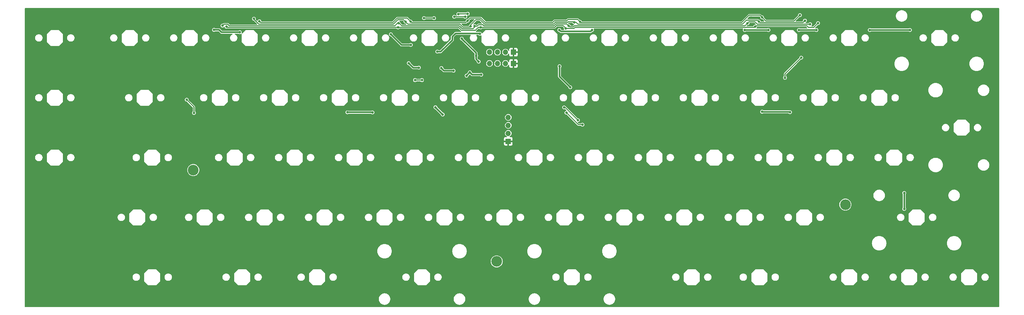
<source format=gbr>
%TF.GenerationSoftware,KiCad,Pcbnew,7.0.7*%
%TF.CreationDate,2023-11-08T12:28:34+01:00*%
%TF.ProjectId,macrolev,6d616372-6f6c-4657-962e-6b696361645f,1.0*%
%TF.SameCoordinates,Original*%
%TF.FileFunction,Copper,L1,Top*%
%TF.FilePolarity,Positive*%
%FSLAX46Y46*%
G04 Gerber Fmt 4.6, Leading zero omitted, Abs format (unit mm)*
G04 Created by KiCad (PCBNEW 7.0.7) date 2023-11-08 12:28:34*
%MOMM*%
%LPD*%
G01*
G04 APERTURE LIST*
%TA.AperFunction,ComponentPad*%
%ADD10R,1.700000X1.700000*%
%TD*%
%TA.AperFunction,ComponentPad*%
%ADD11O,1.700000X1.700000*%
%TD*%
%TA.AperFunction,ComponentPad*%
%ADD12C,3.400000*%
%TD*%
%TA.AperFunction,ViaPad*%
%ADD13C,0.800000*%
%TD*%
%TA.AperFunction,Conductor*%
%ADD14C,0.300000*%
%TD*%
%TA.AperFunction,Conductor*%
%ADD15C,0.500000*%
%TD*%
G04 APERTURE END LIST*
D10*
%TO.P,J1,1,Pin_1*%
%TO.N,GND*%
X185730000Y-44550000D03*
D11*
%TO.P,J1,2,Pin_2*%
%TO.N,/VBUS*%
X183190000Y-44550000D03*
%TO.P,J1,3,Pin_3*%
%TO.N,/USB_D-*%
X180650000Y-44550000D03*
%TO.P,J1,4,Pin_4*%
%TO.N,/USB_D+*%
X178110000Y-44550000D03*
%TD*%
D12*
%TO.P,REF\u002A\u002A,1*%
%TO.N,N/C*%
X291200000Y-93100000D03*
%TD*%
D10*
%TO.P,J2,1,Pin_1*%
%TO.N,GND*%
X184075000Y-72945000D03*
D11*
%TO.P,J2,2,Pin_2*%
%TO.N,/I2C_SDA*%
X184075000Y-70405000D03*
%TO.P,J2,3,Pin_3*%
%TO.N,/I2C_SCL*%
X184075000Y-67865000D03*
%TO.P,J2,4,Pin_4*%
%TO.N,+3.3V*%
X184075000Y-65325000D03*
%TD*%
D10*
%TO.P,J3,1,Pin_1*%
%TO.N,GND*%
X185730000Y-48150000D03*
D11*
%TO.P,J3,2,Pin_2*%
%TO.N,/SWCLK*%
X183190000Y-48150000D03*
%TO.P,J3,3,Pin_3*%
%TO.N,/SWDIO*%
X180650000Y-48150000D03*
%TO.P,J3,4,Pin_4*%
%TO.N,+3.3V*%
X178110000Y-48150000D03*
%TD*%
D12*
%TO.P,REF\u002A\u002A,1*%
%TO.N,N/C*%
X84000000Y-82100000D03*
%TD*%
%TO.P,REF\u002A\u002A,1*%
%TO.N,N/C*%
X180400000Y-111200000D03*
%TD*%
D13*
%TO.N,/AMUX0:7*%
X81900000Y-59700000D03*
X84200000Y-63900000D03*
%TO.N,/SELECT0*%
X264750000Y-33450000D03*
X105000000Y-34700000D03*
X276750000Y-32750000D03*
X171150000Y-34550000D03*
X206900000Y-34900000D03*
X153050000Y-34800000D03*
%TO.N,/SELECT1*%
X263700000Y-34800000D03*
X278325000Y-34500000D03*
X205020023Y-35029977D03*
X151450000Y-34850000D03*
X172100000Y-36350500D03*
X103250000Y-33900000D03*
%TO.N,GND*%
X207800000Y-117600000D03*
X295750000Y-115800000D03*
X149350000Y-65150000D03*
X307900000Y-38950000D03*
X175293023Y-44656797D03*
X122600000Y-43300000D03*
X116800000Y-95550000D03*
X74900000Y-65700000D03*
X273450000Y-85850000D03*
X273050000Y-52950000D03*
X188700000Y-106650000D03*
X291000000Y-71950000D03*
X266200000Y-33400000D03*
X70380000Y-62300000D03*
X65520000Y-43060000D03*
X175900000Y-66550000D03*
X294100000Y-43450000D03*
X303650000Y-40850000D03*
X232100000Y-102000000D03*
X302450000Y-45950000D03*
X202100000Y-71450000D03*
X41600000Y-55850000D03*
X123900000Y-121500000D03*
X181850000Y-72900000D03*
X211200000Y-73550000D03*
X227500000Y-75650000D03*
X245950000Y-114650000D03*
X247400000Y-62200000D03*
X88300000Y-72650000D03*
X111550000Y-70050000D03*
X184350000Y-57850000D03*
X90950000Y-62250000D03*
X170160000Y-47220000D03*
X317100000Y-70450000D03*
X90700000Y-72200000D03*
X112450000Y-62350000D03*
X295550000Y-38600000D03*
X114700000Y-73850000D03*
X95350000Y-33200000D03*
X126600000Y-57300000D03*
X281300000Y-38750000D03*
X85350000Y-63900000D03*
X119700000Y-117700000D03*
X136100000Y-83200000D03*
X255950000Y-43150000D03*
X305450000Y-36150000D03*
X74300000Y-51250000D03*
X261250000Y-33550000D03*
X202300000Y-52100000D03*
X140250000Y-99700000D03*
X117450000Y-42300000D03*
X259000000Y-69300000D03*
X130100000Y-70850000D03*
X217490000Y-43300000D03*
X127400000Y-93400000D03*
X283000000Y-65950000D03*
X287250000Y-98850000D03*
X140650000Y-116800000D03*
X214500000Y-61700000D03*
X229200000Y-64650000D03*
X319100000Y-75750000D03*
X215150000Y-80200000D03*
X153400000Y-68050000D03*
X124450000Y-62750000D03*
X126900000Y-114750000D03*
X161836091Y-51246268D03*
X286000000Y-81800000D03*
X126550000Y-42100000D03*
X315850000Y-74350000D03*
X67000000Y-55450000D03*
X265050000Y-76150000D03*
X305950000Y-62150000D03*
X72470000Y-81550000D03*
X176150000Y-47250000D03*
X231700000Y-41750000D03*
X313400000Y-112850000D03*
X297800000Y-103600000D03*
X207350000Y-66550000D03*
X224450000Y-98600000D03*
X181400000Y-39750000D03*
X192750000Y-45350000D03*
X209950000Y-33350000D03*
X182100000Y-100450000D03*
X151200000Y-67350000D03*
X204150000Y-35600000D03*
X168650000Y-64100000D03*
X161950000Y-93450000D03*
X92300000Y-114700000D03*
X199900000Y-54200000D03*
X156850000Y-121550000D03*
X198150000Y-99150000D03*
X92450000Y-68600000D03*
X283650000Y-74250000D03*
X36250000Y-37900000D03*
X168789317Y-51064672D03*
X293350000Y-112450000D03*
X292850000Y-122050000D03*
X330700000Y-83500000D03*
X74930000Y-114180000D03*
X191100000Y-42800000D03*
X164200000Y-37550000D03*
X239400000Y-42050000D03*
X215500000Y-65350000D03*
X182050000Y-46350000D03*
X156950000Y-81800000D03*
X76800000Y-48550000D03*
X239350000Y-86000000D03*
X199000000Y-70700000D03*
X62550000Y-105350000D03*
X333750000Y-115300000D03*
X234200000Y-79950000D03*
X192600000Y-51650000D03*
X286450000Y-68650000D03*
X329050000Y-65300000D03*
X202950000Y-42250000D03*
X307200000Y-100750000D03*
X145150000Y-73250000D03*
X92500000Y-50950000D03*
X87900000Y-75150000D03*
X259800000Y-93200000D03*
X145500000Y-60550000D03*
X172900000Y-50300000D03*
X256750000Y-113350000D03*
X88100000Y-46150000D03*
X331450000Y-69450000D03*
X201150000Y-36800000D03*
X265900000Y-71500000D03*
X278700000Y-93300000D03*
X152350000Y-43550000D03*
X171350000Y-35600000D03*
X327350000Y-112300000D03*
X104300000Y-93550000D03*
X281350000Y-35100000D03*
X306750000Y-67700000D03*
X253200000Y-75800000D03*
X123800000Y-71150000D03*
X71800000Y-68700000D03*
X154750000Y-86800000D03*
X264550000Y-121850000D03*
X149650000Y-37500000D03*
X40400000Y-73400000D03*
X260650000Y-59000000D03*
X87950000Y-67450000D03*
X67200000Y-38850000D03*
X70650000Y-70800000D03*
X288200000Y-72500000D03*
X170050000Y-34300000D03*
X207800000Y-105850000D03*
X303100000Y-75750000D03*
X153100000Y-91400000D03*
X323850000Y-113750000D03*
X298550000Y-57700000D03*
X148590000Y-75850000D03*
X182900000Y-93400000D03*
X269200000Y-61550000D03*
X281750000Y-75700000D03*
X153700000Y-33950000D03*
X261400000Y-35700000D03*
X156200000Y-44350000D03*
X330400000Y-122000000D03*
X335650000Y-73800000D03*
X168750000Y-48690000D03*
X222250000Y-63300000D03*
X251000000Y-73200000D03*
X133050000Y-62600000D03*
X278350000Y-46350000D03*
X243550000Y-98950000D03*
X207750000Y-34250000D03*
X86150000Y-39150000D03*
X275200000Y-32450000D03*
X90300000Y-67950000D03*
X167350000Y-98550000D03*
X195000000Y-67800000D03*
X153300000Y-117800000D03*
X77250000Y-65750000D03*
X188800000Y-75550000D03*
X158600000Y-68500000D03*
X105050000Y-79150000D03*
X207900000Y-51300000D03*
X263650000Y-38400000D03*
X148700000Y-114950000D03*
X165900000Y-51700000D03*
X92900000Y-55550000D03*
X192950000Y-94550000D03*
X199650000Y-65700000D03*
X258350000Y-38500000D03*
X294900000Y-102500000D03*
X150400000Y-35050000D03*
X286200000Y-74500000D03*
X154550000Y-72350000D03*
X178750000Y-99250000D03*
X158300000Y-46200000D03*
X176650000Y-49150000D03*
X331750000Y-112900000D03*
X322500000Y-72600000D03*
X178650000Y-94700000D03*
X260600000Y-117900000D03*
X100150000Y-81500000D03*
X300650000Y-81800000D03*
X129150000Y-98750000D03*
X218250000Y-67200000D03*
X136770000Y-74440000D03*
X225200000Y-105850000D03*
X43850000Y-75650000D03*
X81700000Y-43050000D03*
X147750000Y-47950000D03*
X134300000Y-68700000D03*
X109200000Y-93350000D03*
X161150000Y-43350000D03*
X159900000Y-32750000D03*
X90250000Y-101350000D03*
X116250000Y-113900000D03*
X106250000Y-55250000D03*
X157850000Y-43100000D03*
X86600000Y-93650000D03*
X229000000Y-55850000D03*
X255800000Y-97950000D03*
X145850000Y-93750000D03*
X190750000Y-54200000D03*
X267150000Y-114950000D03*
X269950000Y-41050000D03*
X71000000Y-121250000D03*
X224600000Y-80700000D03*
X162650000Y-100550000D03*
X157200000Y-71750000D03*
X158750000Y-50575000D03*
X147100000Y-37650000D03*
X262100000Y-41700000D03*
X83250000Y-99700000D03*
X258150000Y-33450000D03*
X197650000Y-93950000D03*
X174950000Y-37600000D03*
X239050000Y-117800000D03*
X166100000Y-45960000D03*
X80350000Y-51300000D03*
X145600000Y-46350000D03*
X290850000Y-79100000D03*
X104300000Y-33850000D03*
X240450000Y-61200000D03*
X324200000Y-38600000D03*
X93300000Y-71450000D03*
X83900000Y-70700000D03*
X282000000Y-52250000D03*
X170500000Y-62300000D03*
X121400000Y-57750000D03*
X253350000Y-81050000D03*
X36100000Y-80500000D03*
X281400000Y-96400000D03*
X147100000Y-33900000D03*
X278450000Y-74300000D03*
X108550000Y-71900000D03*
X278050000Y-53150000D03*
X161200000Y-45350000D03*
X304350000Y-99200000D03*
X187450000Y-104000000D03*
X150400000Y-62200000D03*
X67200000Y-100550000D03*
X197150000Y-65950000D03*
X246450000Y-55700000D03*
X228750000Y-49600000D03*
X211850000Y-56350000D03*
X142100000Y-62950000D03*
X317400000Y-64450000D03*
X261600000Y-62200000D03*
X221600000Y-69800000D03*
X224400000Y-55500000D03*
X174600000Y-61050000D03*
X194500000Y-49000000D03*
X148650000Y-43050000D03*
X175000000Y-41200000D03*
X320150000Y-65850000D03*
X263700000Y-33700000D03*
X317100000Y-41850000D03*
X76650000Y-74000000D03*
X244400000Y-39450000D03*
X106250000Y-76400000D03*
X211850000Y-61750000D03*
X315150000Y-45800000D03*
X66800000Y-91950000D03*
X166200000Y-55050000D03*
X193550000Y-74750000D03*
X244050000Y-49050000D03*
X232400000Y-74600000D03*
X272600000Y-95000000D03*
X228750000Y-97950000D03*
X97300000Y-113600000D03*
X270050000Y-81300000D03*
X160300000Y-58800000D03*
X132050000Y-72100000D03*
X91080000Y-95880000D03*
X260400000Y-100500000D03*
X103050000Y-54100000D03*
X309950000Y-68350000D03*
X113050000Y-79400000D03*
X309900000Y-72150000D03*
X282750000Y-105150000D03*
X41670000Y-43260000D03*
X235950000Y-43350000D03*
X197600000Y-69350000D03*
X151400000Y-54650000D03*
X185100000Y-42700000D03*
X138350000Y-53550000D03*
X167430000Y-47390000D03*
X158250000Y-53300000D03*
X285950000Y-113750000D03*
X241050000Y-49600000D03*
X124400000Y-80700000D03*
X288400000Y-69500000D03*
X254400000Y-49100000D03*
X71050000Y-74700000D03*
X111350000Y-103800000D03*
X206500000Y-55700000D03*
X159050000Y-113700000D03*
X146700000Y-70950000D03*
X168800000Y-43220000D03*
X127250000Y-83500000D03*
X95000000Y-69350000D03*
X120100000Y-112000000D03*
X165850000Y-93250000D03*
X188050000Y-44650000D03*
X98550000Y-100700000D03*
X136800000Y-67650000D03*
X206850000Y-62200000D03*
X208050000Y-101650000D03*
X71400000Y-111900000D03*
X205500000Y-95250000D03*
X264550000Y-112500000D03*
X257200000Y-56900000D03*
X204900000Y-121750000D03*
X200750000Y-117700000D03*
X242150000Y-112500000D03*
X102920000Y-115080000D03*
X289300000Y-62700000D03*
X177150000Y-34150000D03*
X109500000Y-101850000D03*
X170800000Y-56400000D03*
X216750000Y-54200000D03*
X297000000Y-47450000D03*
X286050000Y-57950000D03*
X229150000Y-60500000D03*
X307600000Y-92500000D03*
X264000000Y-66000000D03*
X63550000Y-35900000D03*
X327300000Y-81350000D03*
X189600000Y-62050000D03*
X263200000Y-94700000D03*
X89950000Y-39200000D03*
X120800000Y-75050000D03*
X271850000Y-33450000D03*
X79750000Y-40100000D03*
X62450000Y-94300000D03*
X303100000Y-55600000D03*
X196950000Y-44300000D03*
X311600000Y-84250000D03*
X186100000Y-69600000D03*
X157450000Y-61550000D03*
X202150000Y-61000000D03*
X98300000Y-75050000D03*
X213350000Y-52750000D03*
X255950000Y-93150000D03*
X82900000Y-73900000D03*
X178100000Y-57700000D03*
X171450000Y-45790000D03*
X168750000Y-53600000D03*
X74650000Y-72050000D03*
X155300000Y-37850000D03*
X140500000Y-43350000D03*
X260050000Y-78700000D03*
X80250000Y-71250000D03*
X124150000Y-101150000D03*
X242700000Y-121400000D03*
X268350000Y-72050000D03*
X307500000Y-74850000D03*
X139400000Y-73750000D03*
X228600000Y-81750000D03*
X314650000Y-93850000D03*
X201400000Y-74650000D03*
X309150000Y-112350000D03*
X322450000Y-43450000D03*
X134950000Y-72300000D03*
X308650000Y-85400000D03*
X302300000Y-62750000D03*
X52550000Y-68600000D03*
X174500000Y-74900000D03*
X275200000Y-43180000D03*
X241700000Y-93450000D03*
X101400000Y-111650000D03*
X321250000Y-74300000D03*
X275250000Y-63350000D03*
X138700000Y-62500000D03*
X276650000Y-39000000D03*
X320850000Y-34800000D03*
X124450000Y-112050000D03*
X118850000Y-60950000D03*
X202500000Y-93200000D03*
X90700000Y-47550000D03*
X322900000Y-66150000D03*
X151850000Y-72900000D03*
X92450000Y-108100000D03*
X96050000Y-42200000D03*
X260150000Y-111100000D03*
X138750000Y-65800000D03*
X149250000Y-50550000D03*
X166100000Y-63050000D03*
X205900000Y-68900000D03*
X266300000Y-38850000D03*
X260600000Y-38650000D03*
X186400000Y-98800000D03*
X246400000Y-85700000D03*
X212800000Y-87300000D03*
X182050000Y-55300000D03*
X172900000Y-52750000D03*
X286600000Y-46900000D03*
X273200000Y-65600000D03*
X192000000Y-56550000D03*
X43400000Y-38750000D03*
X168800000Y-45939949D03*
X293400000Y-52050000D03*
X110950000Y-55450000D03*
X179350000Y-45600000D03*
X179350000Y-102450000D03*
X325300000Y-41950000D03*
X178300000Y-50850000D03*
X83800000Y-45100000D03*
X321900000Y-70700000D03*
X280750000Y-62000000D03*
X97050000Y-87050000D03*
X269650000Y-87850000D03*
X167490000Y-44560000D03*
X289200000Y-40150000D03*
X134050000Y-56850000D03*
X67150000Y-110300000D03*
X136250000Y-62450000D03*
X285450000Y-33200000D03*
X188050000Y-48200000D03*
X179300000Y-81100000D03*
X82750000Y-35800000D03*
X217550000Y-93150000D03*
X272600000Y-73950000D03*
X181250000Y-42800000D03*
X170800000Y-53250000D03*
X189050000Y-92100000D03*
X220650000Y-76950000D03*
X95550000Y-89600000D03*
X136000000Y-42250000D03*
X250200000Y-86700000D03*
X80750000Y-59700000D03*
X199050000Y-112550000D03*
X262200000Y-55650000D03*
X173950000Y-35350000D03*
X143400000Y-38850000D03*
X109950000Y-98950000D03*
X41450000Y-62290000D03*
X219700000Y-38750000D03*
X36200000Y-60850000D03*
X96000000Y-117750000D03*
X212650000Y-41800000D03*
X146600000Y-102550000D03*
X163350000Y-41850000D03*
X85400000Y-66000000D03*
X269900000Y-74300000D03*
X208300000Y-75150000D03*
X155800000Y-40550000D03*
X166250000Y-65750000D03*
X269250000Y-64650000D03*
X119700000Y-79750000D03*
X247150000Y-89800000D03*
X222650000Y-93500000D03*
X286700000Y-63750000D03*
X220700000Y-46750000D03*
X194050000Y-41050000D03*
X201650000Y-64500000D03*
X184800000Y-108450000D03*
X277400000Y-33650000D03*
X284550000Y-62450000D03*
X87700000Y-56500000D03*
X218000000Y-70100000D03*
X246500000Y-73400000D03*
X208350000Y-39250000D03*
X312500000Y-65700000D03*
X74050000Y-67950000D03*
X251250000Y-48250000D03*
X170100000Y-76600000D03*
X317450000Y-98650000D03*
X101220000Y-43400000D03*
X165100000Y-57200000D03*
X160100000Y-117600000D03*
X60550000Y-40050000D03*
X225050000Y-88600000D03*
X141350000Y-50800000D03*
X216750000Y-61050000D03*
X73000000Y-71300000D03*
X266200000Y-61900000D03*
X312350000Y-58050000D03*
X182050000Y-56400000D03*
X106750000Y-61850000D03*
X83000000Y-58100000D03*
X279650000Y-70050000D03*
X154550000Y-113500000D03*
X112150000Y-73550000D03*
X168000000Y-37600000D03*
X148250000Y-98550000D03*
X159600000Y-70800000D03*
X103000000Y-99000000D03*
X188100000Y-39500000D03*
X318250000Y-53400000D03*
X254950000Y-108550000D03*
X72350000Y-56950000D03*
X335350000Y-41400000D03*
X235550000Y-94200000D03*
X164450000Y-32300000D03*
X163450000Y-45900000D03*
X314750000Y-115500000D03*
X150850000Y-40900000D03*
X149650000Y-107500000D03*
X222700000Y-102450000D03*
X100400000Y-121300000D03*
X142750000Y-94000000D03*
X95700000Y-35050000D03*
X268050000Y-69300000D03*
X172500000Y-41800000D03*
X193950000Y-81200000D03*
X115250000Y-56600000D03*
X63450000Y-100850000D03*
X237950000Y-112450000D03*
X213200000Y-72250000D03*
X214450000Y-74450000D03*
X106900000Y-42300000D03*
X92150000Y-36000000D03*
X43620000Y-79840000D03*
X155900000Y-33000000D03*
X170250000Y-44490000D03*
X176500000Y-55250000D03*
X246350000Y-79600000D03*
X162600000Y-48150000D03*
X331900000Y-73100000D03*
X124100000Y-93200000D03*
X204750000Y-112350000D03*
X312350000Y-121650000D03*
X176500000Y-56300000D03*
X167050000Y-32150000D03*
%TO.N,/SELECT3*%
X282500000Y-35300500D03*
X202550000Y-63850000D03*
X149050000Y-36625500D03*
X94541220Y-36441720D03*
X262500000Y-36400000D03*
X202300000Y-37000000D03*
X175300949Y-36664136D03*
X207650000Y-67650000D03*
%TO.N,/SELECT2*%
X149200000Y-35300000D03*
X280000000Y-35625000D03*
X173398576Y-36248576D03*
X201825000Y-62125000D03*
X260099750Y-35349750D03*
X93300000Y-36100000D03*
X206200000Y-66200000D03*
X203266053Y-36125000D03*
%TO.N,+3.3VA*%
X259200000Y-37475000D03*
X266750000Y-37475000D03*
X140925000Y-63750000D03*
X90600000Y-37450000D03*
X311700000Y-37475000D03*
X152450000Y-48050000D03*
X273600000Y-63650000D03*
X153100000Y-42229218D03*
X98775000Y-38206003D03*
X146775000Y-38875000D03*
X200300000Y-37475000D03*
X161525000Y-44375000D03*
X132950000Y-63700000D03*
X210700000Y-37475000D03*
X203775000Y-55725000D03*
X200350000Y-49050000D03*
X309900000Y-89400000D03*
X264725000Y-63525000D03*
X282000000Y-37475000D03*
X298950000Y-37475000D03*
X276425000Y-37475000D03*
X309900000Y-94450000D03*
X155650000Y-49482330D03*
X163250000Y-64400000D03*
X175050000Y-38700000D03*
X160950000Y-62100000D03*
%TO.N,/ADC1*%
X160500000Y-33700000D03*
X157300000Y-33700000D03*
%TO.N,/ADC2*%
X170375000Y-33275000D03*
X166900000Y-33275000D03*
%TO.N,/AMUX3:8*%
X277150000Y-46300000D03*
X272000000Y-52700000D03*
%TO.N,+3.3V*%
X169325000Y-40250000D03*
X162825000Y-49625000D03*
X170819370Y-52031656D03*
X173853119Y-45676584D03*
X166700000Y-50450000D03*
X171879678Y-50971349D03*
X175500000Y-51710000D03*
X174675895Y-47550000D03*
%TO.N,/NRST*%
X154450000Y-53450000D03*
X156650000Y-53450000D03*
%TO.N,/ADC3*%
X168200000Y-32425000D03*
X171200000Y-32300000D03*
%TD*%
D14*
%TO.N,/AMUX0:7*%
X84200000Y-62000000D02*
X84200000Y-63900000D01*
X81900000Y-59700000D02*
X84200000Y-62000000D01*
%TO.N,/SELECT0*%
X105425500Y-35125500D02*
X147374500Y-35125500D01*
X265925000Y-34625000D02*
X264750000Y-33450000D01*
X147374500Y-35125500D02*
X148800000Y-33700000D01*
X274875000Y-34625000D02*
X265925000Y-34625000D01*
X170574500Y-35125500D02*
X171150000Y-34550000D01*
X172000000Y-33700000D02*
X175355844Y-33700000D01*
X264100000Y-32800000D02*
X264750000Y-33450000D01*
X206150000Y-34150000D02*
X206900000Y-34900000D01*
X148800000Y-33700000D02*
X151950000Y-33700000D01*
X260592894Y-32800000D02*
X264100000Y-32800000D01*
X151950000Y-33700000D02*
X153050000Y-34800000D01*
X153375500Y-35125500D02*
X170574500Y-35125500D01*
X198778680Y-34550000D02*
X202691052Y-34550000D01*
X202691052Y-34550000D02*
X203091052Y-34150000D01*
X176780844Y-35125000D02*
X198203681Y-35125000D01*
X207150000Y-35150000D02*
X258242894Y-35150000D01*
X203091052Y-34150000D02*
X206150000Y-34150000D01*
X206900000Y-34900000D02*
X207150000Y-35150000D01*
X258242894Y-35150000D02*
X260592894Y-32800000D01*
X198203681Y-35125000D02*
X198778680Y-34550000D01*
X175355844Y-33700000D02*
X176780844Y-35125000D01*
X276750000Y-32750000D02*
X274875000Y-34625000D01*
X153050000Y-34800000D02*
X153375500Y-35125500D01*
X171150000Y-34550000D02*
X172000000Y-33700000D01*
X105000000Y-34700000D02*
X105425500Y-35125500D01*
%TO.N,/SELECT1*%
X171850500Y-36600000D02*
X169664212Y-36600000D01*
X104820170Y-35625500D02*
X147581606Y-35625500D01*
X203098159Y-34850000D02*
X204840046Y-34850000D01*
X198410788Y-35625000D02*
X198985787Y-35050000D01*
X278325000Y-34500000D02*
X277700000Y-35125000D01*
X172100000Y-35900000D02*
X173800000Y-34200000D01*
X198985787Y-35050000D02*
X202898159Y-35050000D01*
X150800000Y-34200000D02*
X151450000Y-34850000D01*
X202898159Y-35050000D02*
X203098159Y-34850000D01*
X263249500Y-34349500D02*
X263700000Y-34800000D01*
X205629977Y-35029977D02*
X206250000Y-35650000D01*
X264025000Y-35125000D02*
X273166303Y-35125000D01*
X103250000Y-33900000D02*
X103250000Y-34055330D01*
X103250000Y-34055330D02*
X104820170Y-35625500D01*
X205020023Y-35029977D02*
X205629977Y-35029977D01*
X259750500Y-34349500D02*
X263249500Y-34349500D01*
X175148738Y-34200000D02*
X176573738Y-35625000D01*
X168689712Y-35625500D02*
X152225500Y-35625500D01*
X169664212Y-36600000D02*
X168689712Y-35625500D01*
X149007106Y-34200000D02*
X150800000Y-34200000D01*
X206250000Y-35650000D02*
X258450000Y-35650000D01*
X172100000Y-36350500D02*
X171850500Y-36600000D01*
X204840046Y-34850000D02*
X205020023Y-35029977D01*
X152225500Y-35625500D02*
X151450000Y-34850000D01*
X263700000Y-34800000D02*
X264025000Y-35125000D01*
X277700000Y-35125000D02*
X273167303Y-35125000D01*
X176573738Y-35625000D02*
X198410788Y-35625000D01*
X173800000Y-34200000D02*
X175148738Y-34200000D01*
X258450000Y-35650000D02*
X259750500Y-34349500D01*
X172100000Y-36350500D02*
X172100000Y-35900000D01*
X147581606Y-35625500D02*
X149007106Y-34200000D01*
%TO.N,/SELECT3*%
X205307106Y-36650000D02*
X262250000Y-36650000D01*
X279425000Y-36625000D02*
X281175500Y-36625000D01*
X94725000Y-36625500D02*
X94541220Y-36441720D01*
X169250000Y-37600000D02*
X173600000Y-37600000D01*
X175340085Y-36625000D02*
X198825000Y-36625000D01*
X174535864Y-36664136D02*
X175300949Y-36664136D01*
X204957107Y-37000000D02*
X205307106Y-36650000D01*
X202300000Y-37000000D02*
X204957107Y-37000000D01*
X198825000Y-36625000D02*
X199400000Y-36050000D01*
X262500000Y-36400000D02*
X262775000Y-36125000D01*
X202300000Y-36889339D02*
X202300000Y-37000000D01*
X262250000Y-36650000D02*
X262500000Y-36400000D01*
X199400000Y-36050000D02*
X201460661Y-36050000D01*
X281175500Y-36625000D02*
X282500000Y-35300500D01*
X173600000Y-37600000D02*
X174535864Y-36664136D01*
X262775000Y-36125000D02*
X278925000Y-36125000D01*
X207600000Y-67600000D02*
X207650000Y-67650000D01*
X278925000Y-36125000D02*
X279425000Y-36625000D01*
X175300949Y-36664136D02*
X175340085Y-36625000D01*
X206300000Y-67600000D02*
X207600000Y-67600000D01*
X201460661Y-36050000D02*
X202300000Y-36889339D01*
X149050000Y-36625500D02*
X94725000Y-36625500D01*
X168275500Y-36625500D02*
X169250000Y-37600000D01*
X202550000Y-63850000D02*
X206300000Y-67600000D01*
X149050000Y-36625500D02*
X168275500Y-36625500D01*
%TO.N,/SELECT2*%
X94950000Y-35650000D02*
X93750000Y-35650000D01*
X173398576Y-36248576D02*
X174201424Y-36248576D01*
X93750000Y-35650000D02*
X93300000Y-36100000D01*
X176366632Y-36125000D02*
X198617894Y-36125000D01*
X169457106Y-37100000D02*
X172900000Y-37100000D01*
X172900000Y-37100000D02*
X173398576Y-36601424D01*
X149200000Y-35300000D02*
X149400000Y-35300000D01*
X199192894Y-35550000D02*
X202691053Y-35550000D01*
X149400000Y-35300000D02*
X150225500Y-36125500D01*
X202125000Y-62125000D02*
X206200000Y-66200000D01*
X174201424Y-36248576D02*
X174650000Y-35800000D01*
X204750000Y-36500000D02*
X203641053Y-36500000D01*
X173398576Y-36601424D02*
X173398576Y-36248576D01*
X198617894Y-36125000D02*
X199192894Y-35550000D01*
X280000000Y-35625000D02*
X263225000Y-35625000D01*
X262449500Y-34849500D02*
X260600000Y-34849500D01*
X202691053Y-35550000D02*
X203266053Y-36125000D01*
X205100000Y-36150000D02*
X204750000Y-36500000D01*
X260600000Y-34849500D02*
X260099750Y-35349750D01*
X203641053Y-36500000D02*
X203266053Y-36125000D01*
X148088712Y-36125500D02*
X95425500Y-36125500D01*
X176041632Y-35800000D02*
X176366632Y-36125000D01*
X168482606Y-36125500D02*
X169457106Y-37100000D01*
X260099750Y-35349750D02*
X259299500Y-36150000D01*
X201825000Y-62125000D02*
X202125000Y-62125000D01*
X95425500Y-36125500D02*
X94950000Y-35650000D01*
X149200000Y-35300000D02*
X148914212Y-35300000D01*
X148914212Y-35300000D02*
X148088712Y-36125500D01*
X259299500Y-36150000D02*
X205100000Y-36150000D01*
X263225000Y-35625000D02*
X262449500Y-34849500D01*
X150225500Y-36125500D02*
X168482606Y-36125500D01*
X174650000Y-35800000D02*
X176041632Y-35800000D01*
D15*
%TO.N,+3.3VA*%
X95550000Y-38200000D02*
X95556003Y-38206003D01*
X153100000Y-42229218D02*
X150129218Y-42229218D01*
X309900000Y-94450000D02*
X309900000Y-89400000D01*
X210700000Y-37475000D02*
X210700000Y-37500000D01*
X90600000Y-37450000D02*
X92200000Y-37450000D01*
X132950000Y-63700000D02*
X140875000Y-63700000D01*
X273500000Y-63550000D02*
X264750000Y-63550000D01*
X200775000Y-37950000D02*
X200300000Y-37475000D01*
X174925000Y-38575000D02*
X167325000Y-38575000D01*
X166300000Y-40700000D02*
X162625000Y-44375000D01*
X150129218Y-42229218D02*
X146775000Y-38875000D01*
X259200000Y-37475000D02*
X266750000Y-37475000D01*
X163250000Y-64400000D02*
X160950000Y-62100000D01*
X152450000Y-48050000D02*
X153900000Y-49500000D01*
X153900000Y-49500000D02*
X155632330Y-49500000D01*
X162625000Y-44375000D02*
X161525000Y-44375000D01*
X311700000Y-37475000D02*
X298950000Y-37475000D01*
X155632330Y-49500000D02*
X155650000Y-49482330D01*
X273600000Y-63650000D02*
X273500000Y-63550000D01*
X210250000Y-37950000D02*
X200775000Y-37950000D01*
X264750000Y-63550000D02*
X264725000Y-63525000D01*
X282000000Y-37475000D02*
X276375000Y-37475000D01*
X200350000Y-52300000D02*
X203775000Y-55725000D01*
X140875000Y-63700000D02*
X140925000Y-63750000D01*
X95556003Y-38206003D02*
X98775000Y-38206003D01*
X167325000Y-38575000D02*
X166300000Y-39600000D01*
X210700000Y-37500000D02*
X210250000Y-37950000D01*
X92200000Y-37450000D02*
X92950000Y-38200000D01*
X175050000Y-38700000D02*
X174925000Y-38575000D01*
X200350000Y-49050000D02*
X200350000Y-52300000D01*
X166300000Y-39600000D02*
X166300000Y-40700000D01*
X92950000Y-38200000D02*
X95550000Y-38200000D01*
D14*
%TO.N,/ADC1*%
X160500000Y-33700000D02*
X157300000Y-33700000D01*
%TO.N,/ADC2*%
X166900000Y-33275000D02*
X170375000Y-33275000D01*
%TO.N,/AMUX3:8*%
X272000000Y-51450000D02*
X272000000Y-52700000D01*
X277150000Y-46300000D02*
X272000000Y-51450000D01*
D15*
%TO.N,+3.3V*%
X170819370Y-52031656D02*
X170819371Y-52031656D01*
X175500000Y-51710000D02*
X172618329Y-51710000D01*
X173853119Y-44803119D02*
X173853119Y-45676584D01*
X162825000Y-49625000D02*
X163650000Y-50450000D01*
X170819371Y-52031656D02*
X171879678Y-50971349D01*
X173853119Y-46727224D02*
X173853119Y-45676584D01*
X174675895Y-47550000D02*
X173853119Y-46727224D01*
X169325000Y-40250000D02*
X169325000Y-40275000D01*
X172618329Y-51710000D02*
X171879678Y-50971349D01*
X169325000Y-40275000D02*
X173853119Y-44803119D01*
X163650000Y-50450000D02*
X166700000Y-50450000D01*
D14*
%TO.N,/NRST*%
X156650000Y-53450000D02*
X154450000Y-53450000D01*
%TO.N,/ADC3*%
X171200000Y-32300000D02*
X168325000Y-32300000D01*
X168325000Y-32300000D02*
X168200000Y-32425000D01*
%TD*%
%TA.AperFunction,Conductor*%
%TO.N,GND*%
G36*
X262320249Y-35220002D02*
G01*
X262341223Y-35236905D01*
X262691711Y-35587393D01*
X262725737Y-35649705D01*
X262720672Y-35720520D01*
X262678125Y-35777356D01*
X262662590Y-35787299D01*
X262656271Y-35790719D01*
X262586841Y-35805553D01*
X262579851Y-35804830D01*
X262500001Y-35794318D01*
X262499999Y-35794318D01*
X262343239Y-35814955D01*
X262197160Y-35875463D01*
X262197157Y-35875465D01*
X262071718Y-35971718D01*
X261975465Y-36097157D01*
X261975464Y-36097159D01*
X261923868Y-36221720D01*
X261879321Y-36276999D01*
X261811958Y-36299420D01*
X261807461Y-36299500D01*
X259949872Y-36299500D01*
X259881751Y-36279498D01*
X259835258Y-36225842D01*
X259825154Y-36155568D01*
X259854648Y-36090988D01*
X259860776Y-36084405D01*
X259905234Y-36039947D01*
X259958610Y-35986570D01*
X260020920Y-35952547D01*
X260064148Y-35950745D01*
X260099750Y-35955432D01*
X260256512Y-35934794D01*
X260402591Y-35874286D01*
X260528032Y-35778032D01*
X260624286Y-35652591D01*
X260684794Y-35506512D01*
X260705432Y-35349750D01*
X260704470Y-35342446D01*
X260715408Y-35272301D01*
X260762534Y-35219201D01*
X260829392Y-35200000D01*
X262252128Y-35200000D01*
X262320249Y-35220002D01*
G37*
%TD.AperFunction*%
%TA.AperFunction,Conductor*%
G36*
X173217749Y-34070502D02*
G01*
X173264242Y-34124158D01*
X173274346Y-34194432D01*
X173244852Y-34259012D01*
X173238738Y-34265579D01*
X172222130Y-35282187D01*
X171887101Y-35617216D01*
X171866927Y-35633600D01*
X171859331Y-35638562D01*
X171839181Y-35664451D01*
X171834016Y-35670301D01*
X171831625Y-35672692D01*
X171818955Y-35690437D01*
X171787482Y-35730874D01*
X171783984Y-35737338D01*
X171780759Y-35743934D01*
X171766138Y-35793045D01*
X171752037Y-35834122D01*
X171711001Y-35892058D01*
X171709568Y-35893174D01*
X171671718Y-35922217D01*
X171575465Y-36047657D01*
X171575464Y-36047659D01*
X171532866Y-36150500D01*
X171524077Y-36171719D01*
X171479528Y-36226999D01*
X171412165Y-36249420D01*
X171407668Y-36249500D01*
X169861584Y-36249500D01*
X169793463Y-36229498D01*
X169772489Y-36212595D01*
X169250989Y-35691095D01*
X169216963Y-35628783D01*
X169222028Y-35557968D01*
X169264575Y-35501132D01*
X169331095Y-35476321D01*
X169340084Y-35476000D01*
X170525081Y-35476000D01*
X170550939Y-35478682D01*
X170552351Y-35478978D01*
X170559815Y-35480543D01*
X170592381Y-35476483D01*
X170600172Y-35476000D01*
X170603541Y-35476000D01*
X170625041Y-35472412D01*
X170675889Y-35466074D01*
X170675891Y-35466073D01*
X170675893Y-35466073D01*
X170675894Y-35466072D01*
X170682849Y-35464001D01*
X170682927Y-35463975D01*
X170682999Y-35463953D01*
X170689871Y-35461593D01*
X170689881Y-35461592D01*
X170734944Y-35437204D01*
X170780984Y-35414698D01*
X170780990Y-35414691D01*
X170786904Y-35410469D01*
X170786962Y-35410424D01*
X170787032Y-35410373D01*
X170792750Y-35405922D01*
X170792758Y-35405918D01*
X170827457Y-35368224D01*
X171008860Y-35186819D01*
X171071170Y-35152796D01*
X171114396Y-35150994D01*
X171150000Y-35155682D01*
X171306762Y-35135044D01*
X171452841Y-35074536D01*
X171578282Y-34978282D01*
X171674536Y-34852841D01*
X171735044Y-34706762D01*
X171755682Y-34550000D01*
X171750995Y-34514399D01*
X171761934Y-34444252D01*
X171786819Y-34408861D01*
X172108277Y-34087404D01*
X172170590Y-34053379D01*
X172197373Y-34050500D01*
X173149628Y-34050500D01*
X173217749Y-34070502D01*
G37*
%TD.AperFunction*%
%TA.AperFunction,Conductor*%
G36*
X204424610Y-35220502D02*
G01*
X204471103Y-35274158D01*
X204472885Y-35278254D01*
X204482101Y-35300501D01*
X204494634Y-35330760D01*
X204495487Y-35332818D01*
X204591741Y-35458259D01*
X204717182Y-35554513D01*
X204863261Y-35615021D01*
X204868801Y-35615750D01*
X204933727Y-35644468D01*
X204972821Y-35703731D01*
X204973670Y-35774723D01*
X204936003Y-35834904D01*
X204907701Y-35853867D01*
X204893516Y-35860802D01*
X204887526Y-35865078D01*
X204881744Y-35869579D01*
X204852364Y-35901494D01*
X204847032Y-35907286D01*
X204641721Y-36112596D01*
X204579412Y-36146620D01*
X204552628Y-36149500D01*
X203985460Y-36149500D01*
X203917339Y-36129498D01*
X203870846Y-36075842D01*
X203860538Y-36039947D01*
X203851097Y-35968239D01*
X203845793Y-35955432D01*
X203790589Y-35822159D01*
X203694335Y-35696718D01*
X203568894Y-35600464D01*
X203530125Y-35584405D01*
X203422813Y-35539955D01*
X203266054Y-35519318D01*
X203266053Y-35519318D01*
X203264063Y-35519580D01*
X203242350Y-35522438D01*
X203172202Y-35511496D01*
X203119105Y-35464366D01*
X203099917Y-35396011D01*
X203120731Y-35328134D01*
X203133197Y-35312188D01*
X203151116Y-35292724D01*
X203206437Y-35237403D01*
X203268749Y-35203379D01*
X203295531Y-35200500D01*
X204356489Y-35200500D01*
X204424610Y-35220502D01*
G37*
%TD.AperFunction*%
%TA.AperFunction,Conductor*%
G36*
X175019487Y-34570502D02*
G01*
X175040461Y-34587405D01*
X175687461Y-35234405D01*
X175721487Y-35296717D01*
X175716422Y-35367532D01*
X175673875Y-35424368D01*
X175607355Y-35449179D01*
X175598366Y-35449500D01*
X174699413Y-35449500D01*
X174673557Y-35446818D01*
X174664685Y-35444958D01*
X174664683Y-35444958D01*
X174656677Y-35445956D01*
X174632123Y-35449016D01*
X174624335Y-35449500D01*
X174620956Y-35449500D01*
X174606619Y-35451892D01*
X174599449Y-35453089D01*
X174590992Y-35454143D01*
X174548605Y-35459426D01*
X174541577Y-35461518D01*
X174534622Y-35463906D01*
X174489555Y-35488295D01*
X174443513Y-35510803D01*
X174437554Y-35515057D01*
X174431743Y-35519580D01*
X174399585Y-35554513D01*
X174397042Y-35557275D01*
X174228476Y-35725842D01*
X174093147Y-35861171D01*
X174030834Y-35895196D01*
X174004051Y-35898076D01*
X173948679Y-35898076D01*
X173880558Y-35878074D01*
X173848717Y-35848781D01*
X173826858Y-35820294D01*
X173773691Y-35779498D01*
X173701417Y-35724040D01*
X173685706Y-35717532D01*
X173555336Y-35663531D01*
X173398576Y-35642894D01*
X173241815Y-35663531D01*
X173127696Y-35710801D01*
X173057106Y-35718390D01*
X172993619Y-35686610D01*
X172957392Y-35625552D01*
X172959926Y-35554601D01*
X172990379Y-35505302D01*
X173908279Y-34587402D01*
X173970589Y-34553379D01*
X173997372Y-34550500D01*
X174951366Y-34550500D01*
X175019487Y-34570502D01*
G37*
%TD.AperFunction*%
%TA.AperFunction,Conductor*%
G36*
X150670748Y-34570502D02*
G01*
X150691722Y-34587404D01*
X150752572Y-34648254D01*
X150813177Y-34708858D01*
X150847202Y-34771170D01*
X150849004Y-34814398D01*
X150844318Y-34849996D01*
X150844318Y-34850000D01*
X150864955Y-35006760D01*
X150921340Y-35142884D01*
X150925464Y-35152841D01*
X151021718Y-35278282D01*
X151147159Y-35374536D01*
X151293238Y-35435044D01*
X151450000Y-35455682D01*
X151485599Y-35450995D01*
X151555747Y-35461934D01*
X151591140Y-35486822D01*
X151664223Y-35559905D01*
X151698249Y-35622217D01*
X151693184Y-35693032D01*
X151650637Y-35749868D01*
X151584117Y-35774679D01*
X151575128Y-35775000D01*
X150422872Y-35775000D01*
X150354751Y-35754998D01*
X150333777Y-35738095D01*
X149822280Y-35226598D01*
X149788254Y-35164286D01*
X149786456Y-35153970D01*
X149785044Y-35143238D01*
X149724536Y-34997159D01*
X149628282Y-34871718D01*
X149504140Y-34776461D01*
X149462275Y-34719125D01*
X149458053Y-34648254D01*
X149492817Y-34586351D01*
X149555529Y-34553070D01*
X149580846Y-34550500D01*
X150602627Y-34550500D01*
X150670748Y-34570502D01*
G37*
%TD.AperFunction*%
%TA.AperFunction,Conductor*%
G36*
X263970748Y-33170502D02*
G01*
X263991722Y-33187404D01*
X264113177Y-33308858D01*
X264147202Y-33371170D01*
X264149004Y-33414398D01*
X264144318Y-33449996D01*
X264144318Y-33450000D01*
X264164955Y-33606760D01*
X264204936Y-33703281D01*
X264225464Y-33752841D01*
X264321718Y-33878282D01*
X264447159Y-33974536D01*
X264593238Y-34035044D01*
X264750000Y-34055682D01*
X264785599Y-34050995D01*
X264855747Y-34061934D01*
X264891140Y-34086822D01*
X265363723Y-34559405D01*
X265397749Y-34621717D01*
X265392684Y-34692532D01*
X265350137Y-34749368D01*
X265283617Y-34774179D01*
X265274628Y-34774500D01*
X264412824Y-34774500D01*
X264344703Y-34754498D01*
X264298210Y-34700842D01*
X264287902Y-34664947D01*
X264287702Y-34663425D01*
X264285044Y-34643238D01*
X264224536Y-34497159D01*
X264128282Y-34371718D01*
X264002841Y-34275464D01*
X263993798Y-34271718D01*
X263856760Y-34214955D01*
X263700001Y-34194318D01*
X263699997Y-34194318D01*
X263664398Y-34199004D01*
X263594249Y-34188064D01*
X263558859Y-34163177D01*
X263532285Y-34136603D01*
X263515896Y-34116422D01*
X263514938Y-34114956D01*
X263510937Y-34108831D01*
X263510934Y-34108828D01*
X263485039Y-34088674D01*
X263479191Y-34083509D01*
X263476807Y-34081125D01*
X263459061Y-34068455D01*
X263418626Y-34036983D01*
X263412165Y-34033486D01*
X263405567Y-34030260D01*
X263356454Y-34015638D01*
X263307985Y-33998999D01*
X263300766Y-33997794D01*
X263293451Y-33996882D01*
X263242269Y-33999000D01*
X260193765Y-33999000D01*
X260125644Y-33978998D01*
X260079151Y-33925342D01*
X260069047Y-33855068D01*
X260098541Y-33790488D01*
X260104670Y-33783905D01*
X260701170Y-33187405D01*
X260763482Y-33153379D01*
X260790265Y-33150500D01*
X263902627Y-33150500D01*
X263970748Y-33170502D01*
G37*
%TD.AperFunction*%
%TA.AperFunction,Conductor*%
G36*
X339979121Y-30495502D02*
G01*
X340025614Y-30549158D01*
X340037000Y-30601500D01*
X340037000Y-125598500D01*
X340016998Y-125666621D01*
X339963342Y-125713114D01*
X339911000Y-125724500D01*
X30601500Y-125724500D01*
X30533379Y-125704498D01*
X30486886Y-125650842D01*
X30475500Y-125598500D01*
X30475500Y-123321727D01*
X142950500Y-123321727D01*
X142991256Y-123592126D01*
X142991258Y-123592138D01*
X143071854Y-123853425D01*
X143071858Y-123853434D01*
X143190506Y-124099808D01*
X143344549Y-124325747D01*
X143530545Y-124526203D01*
X143744341Y-124696700D01*
X143744344Y-124696702D01*
X143981154Y-124833425D01*
X143981158Y-124833426D01*
X143981159Y-124833427D01*
X144235711Y-124933331D01*
X144502310Y-124994181D01*
X144660770Y-125006055D01*
X144706728Y-125009500D01*
X144706731Y-125009500D01*
X144843272Y-125009500D01*
X144886024Y-125006295D01*
X145047690Y-124994181D01*
X145314289Y-124933331D01*
X145568841Y-124833427D01*
X145568843Y-124833425D01*
X145568845Y-124833425D01*
X145687250Y-124765063D01*
X145805659Y-124696700D01*
X146019455Y-124526203D01*
X146205451Y-124325747D01*
X146359494Y-124099808D01*
X146478142Y-123853434D01*
X146558744Y-123592128D01*
X146599500Y-123321727D01*
X166763000Y-123321727D01*
X166803756Y-123592126D01*
X166803758Y-123592138D01*
X166884354Y-123853425D01*
X166884358Y-123853434D01*
X167003006Y-124099808D01*
X167157049Y-124325747D01*
X167343045Y-124526203D01*
X167556841Y-124696700D01*
X167556844Y-124696702D01*
X167793654Y-124833425D01*
X167793658Y-124833426D01*
X167793659Y-124833427D01*
X168048211Y-124933331D01*
X168314810Y-124994181D01*
X168473271Y-125006055D01*
X168519228Y-125009500D01*
X168519231Y-125009500D01*
X168655772Y-125009500D01*
X168698524Y-125006295D01*
X168860190Y-124994181D01*
X169126789Y-124933331D01*
X169381341Y-124833427D01*
X169381343Y-124833425D01*
X169381345Y-124833425D01*
X169499750Y-124765063D01*
X169618159Y-124696700D01*
X169831955Y-124526203D01*
X170017951Y-124325747D01*
X170171994Y-124099808D01*
X170290642Y-123853434D01*
X170371244Y-123592128D01*
X170412000Y-123321727D01*
X190575500Y-123321727D01*
X190616256Y-123592126D01*
X190616258Y-123592138D01*
X190696854Y-123853425D01*
X190696858Y-123853434D01*
X190815506Y-124099808D01*
X190969549Y-124325747D01*
X191155545Y-124526203D01*
X191369341Y-124696700D01*
X191369344Y-124696702D01*
X191606154Y-124833425D01*
X191606158Y-124833426D01*
X191606159Y-124833427D01*
X191860711Y-124933331D01*
X192127310Y-124994181D01*
X192285771Y-125006055D01*
X192331728Y-125009500D01*
X192331731Y-125009500D01*
X192468272Y-125009500D01*
X192511024Y-125006295D01*
X192672690Y-124994181D01*
X192939289Y-124933331D01*
X193193841Y-124833427D01*
X193193843Y-124833425D01*
X193193845Y-124833425D01*
X193312250Y-124765063D01*
X193430659Y-124696700D01*
X193644455Y-124526203D01*
X193830451Y-124325747D01*
X193984494Y-124099808D01*
X194103142Y-123853434D01*
X194183744Y-123592128D01*
X194224500Y-123321727D01*
X214388000Y-123321727D01*
X214428756Y-123592126D01*
X214428758Y-123592138D01*
X214509354Y-123853425D01*
X214509358Y-123853434D01*
X214628006Y-124099808D01*
X214782049Y-124325747D01*
X214968045Y-124526203D01*
X215181841Y-124696700D01*
X215181844Y-124696702D01*
X215418654Y-124833425D01*
X215418658Y-124833426D01*
X215418659Y-124833427D01*
X215673211Y-124933331D01*
X215939810Y-124994181D01*
X216098270Y-125006055D01*
X216144228Y-125009500D01*
X216144231Y-125009500D01*
X216280772Y-125009500D01*
X216323524Y-125006295D01*
X216485190Y-124994181D01*
X216751789Y-124933331D01*
X217006341Y-124833427D01*
X217006343Y-124833425D01*
X217006345Y-124833425D01*
X217124750Y-124765063D01*
X217243159Y-124696700D01*
X217456955Y-124526203D01*
X217642951Y-124325747D01*
X217796994Y-124099808D01*
X217915642Y-123853434D01*
X217996244Y-123592128D01*
X218037000Y-123321727D01*
X218037000Y-123048273D01*
X217996244Y-122777872D01*
X217996241Y-122777861D01*
X217915645Y-122516574D01*
X217915640Y-122516562D01*
X217796994Y-122270192D01*
X217642951Y-122044253D01*
X217456955Y-121843797D01*
X217243159Y-121673300D01*
X217243154Y-121673297D01*
X217243155Y-121673297D01*
X217006345Y-121536574D01*
X217006337Y-121536571D01*
X216751792Y-121436670D01*
X216751790Y-121436669D01*
X216485192Y-121375819D01*
X216280772Y-121360500D01*
X216280769Y-121360500D01*
X216144231Y-121360500D01*
X216144228Y-121360500D01*
X215939807Y-121375819D01*
X215673209Y-121436669D01*
X215673207Y-121436670D01*
X215418662Y-121536571D01*
X215418654Y-121536574D01*
X215181844Y-121673297D01*
X214968044Y-121843798D01*
X214782048Y-122044254D01*
X214628008Y-122270189D01*
X214628007Y-122270190D01*
X214509359Y-122516562D01*
X214509354Y-122516574D01*
X214428758Y-122777861D01*
X214428756Y-122777870D01*
X214428756Y-122777872D01*
X214388000Y-123048273D01*
X214388000Y-123321727D01*
X194224500Y-123321727D01*
X194224500Y-123048273D01*
X194183744Y-122777872D01*
X194183741Y-122777861D01*
X194103145Y-122516574D01*
X194103140Y-122516562D01*
X193984494Y-122270192D01*
X193830451Y-122044253D01*
X193644455Y-121843797D01*
X193430659Y-121673300D01*
X193430654Y-121673297D01*
X193430655Y-121673297D01*
X193193845Y-121536574D01*
X193193837Y-121536571D01*
X192939292Y-121436670D01*
X192939290Y-121436669D01*
X192672692Y-121375819D01*
X192468272Y-121360500D01*
X192468269Y-121360500D01*
X192331731Y-121360500D01*
X192331728Y-121360500D01*
X192127307Y-121375819D01*
X191860709Y-121436669D01*
X191860707Y-121436670D01*
X191606162Y-121536571D01*
X191606154Y-121536574D01*
X191369344Y-121673297D01*
X191155544Y-121843798D01*
X190969548Y-122044254D01*
X190815508Y-122270189D01*
X190815507Y-122270190D01*
X190696859Y-122516562D01*
X190696854Y-122516574D01*
X190616258Y-122777861D01*
X190616256Y-122777870D01*
X190616256Y-122777872D01*
X190575500Y-123048273D01*
X190575500Y-123321727D01*
X170412000Y-123321727D01*
X170412000Y-123048273D01*
X170371244Y-122777872D01*
X170371241Y-122777861D01*
X170290645Y-122516574D01*
X170290640Y-122516562D01*
X170171994Y-122270192D01*
X170017951Y-122044253D01*
X169831955Y-121843797D01*
X169618159Y-121673300D01*
X169618154Y-121673297D01*
X169618155Y-121673297D01*
X169381345Y-121536574D01*
X169381337Y-121536571D01*
X169126792Y-121436670D01*
X169126790Y-121436669D01*
X168860192Y-121375819D01*
X168655772Y-121360500D01*
X168655769Y-121360500D01*
X168519231Y-121360500D01*
X168519228Y-121360500D01*
X168314807Y-121375819D01*
X168048209Y-121436669D01*
X168048207Y-121436670D01*
X167793662Y-121536571D01*
X167793654Y-121536574D01*
X167556844Y-121673297D01*
X167343044Y-121843798D01*
X167157048Y-122044254D01*
X167003008Y-122270189D01*
X167003007Y-122270190D01*
X166884359Y-122516562D01*
X166884354Y-122516574D01*
X166803758Y-122777861D01*
X166803756Y-122777870D01*
X166803756Y-122777872D01*
X166763000Y-123048273D01*
X166763000Y-123321727D01*
X146599500Y-123321727D01*
X146599500Y-123048273D01*
X146558744Y-122777872D01*
X146558741Y-122777861D01*
X146478145Y-122516574D01*
X146478140Y-122516562D01*
X146359494Y-122270192D01*
X146205451Y-122044253D01*
X146019455Y-121843797D01*
X145805659Y-121673300D01*
X145805654Y-121673297D01*
X145805655Y-121673297D01*
X145568845Y-121536574D01*
X145568837Y-121536571D01*
X145314292Y-121436670D01*
X145314290Y-121436669D01*
X145047692Y-121375819D01*
X144843272Y-121360500D01*
X144843269Y-121360500D01*
X144706731Y-121360500D01*
X144706728Y-121360500D01*
X144502307Y-121375819D01*
X144235709Y-121436669D01*
X144235707Y-121436670D01*
X143981162Y-121536571D01*
X143981154Y-121536574D01*
X143744344Y-121673297D01*
X143530544Y-121843798D01*
X143344548Y-122044254D01*
X143190508Y-122270189D01*
X143190507Y-122270190D01*
X143071859Y-122516562D01*
X143071854Y-122516574D01*
X142991258Y-122777861D01*
X142991256Y-122777870D01*
X142991256Y-122777872D01*
X142950500Y-123048273D01*
X142950500Y-123321727D01*
X30475500Y-123321727D01*
X30475500Y-117470001D01*
X68416250Y-117470001D01*
X69686248Y-118739999D01*
X69686250Y-118740000D01*
X72226250Y-118740000D01*
X73496249Y-117470001D01*
X96991250Y-117470001D01*
X98261248Y-118739999D01*
X98261250Y-118740000D01*
X100801250Y-118740000D01*
X102071249Y-117470001D01*
X120803750Y-117470001D01*
X122073748Y-118739999D01*
X122073750Y-118740000D01*
X124613750Y-118740000D01*
X125883749Y-117470001D01*
X154141250Y-117470001D01*
X155411248Y-118739999D01*
X155411250Y-118740000D01*
X157951250Y-118740000D01*
X159221250Y-117470000D01*
X201766249Y-117470000D01*
X203036248Y-118739999D01*
X203036250Y-118740000D01*
X205576250Y-118740000D01*
X206846249Y-117470001D01*
X239860000Y-117470001D01*
X241129998Y-118739999D01*
X241130000Y-118740000D01*
X243670000Y-118740000D01*
X244939999Y-117470001D01*
X261297500Y-117470001D01*
X262567498Y-118739999D01*
X262567500Y-118740000D01*
X265107500Y-118740000D01*
X266377499Y-117470001D01*
X289872500Y-117470001D01*
X291142498Y-118739999D01*
X291142500Y-118740000D01*
X293682500Y-118740000D01*
X294952499Y-117470001D01*
X308922500Y-117470001D01*
X310192498Y-118739999D01*
X310192500Y-118740000D01*
X312732500Y-118740000D01*
X314002499Y-117470001D01*
X327972500Y-117470001D01*
X329242498Y-118739999D01*
X329242500Y-118740000D01*
X331782500Y-118740000D01*
X333052500Y-117470000D01*
X333052500Y-116308924D01*
X334417000Y-116308924D01*
X334457031Y-116523074D01*
X334535725Y-116726204D01*
X334535732Y-116726219D01*
X334650410Y-116911430D01*
X334650411Y-116911431D01*
X334797178Y-117072428D01*
X334913879Y-117160555D01*
X334971028Y-117203712D01*
X335166041Y-117300817D01*
X335375577Y-117360435D01*
X335538153Y-117375500D01*
X335538160Y-117375500D01*
X335646840Y-117375500D01*
X335646847Y-117375500D01*
X335809423Y-117360435D01*
X336018959Y-117300817D01*
X336213972Y-117203712D01*
X336387822Y-117072427D01*
X336534588Y-116911432D01*
X336568296Y-116856990D01*
X336649267Y-116726219D01*
X336649268Y-116726215D01*
X336649272Y-116726210D01*
X336727970Y-116523069D01*
X336768000Y-116308926D01*
X336768000Y-116091074D01*
X336727970Y-115876931D01*
X336649272Y-115673790D01*
X336649270Y-115673787D01*
X336649267Y-115673780D01*
X336534589Y-115488569D01*
X336534588Y-115488568D01*
X336387821Y-115327571D01*
X336213973Y-115196289D01*
X336213972Y-115196288D01*
X336018959Y-115099183D01*
X336018954Y-115099181D01*
X336018950Y-115099180D01*
X335809426Y-115039565D01*
X335760650Y-115035045D01*
X335646847Y-115024500D01*
X335538153Y-115024500D01*
X335434695Y-115034086D01*
X335375573Y-115039565D01*
X335166049Y-115099180D01*
X335166041Y-115099183D01*
X334971026Y-115196289D01*
X334797178Y-115327571D01*
X334650411Y-115488568D01*
X334650410Y-115488569D01*
X334535732Y-115673780D01*
X334535725Y-115673795D01*
X334457031Y-115876925D01*
X334417000Y-116091075D01*
X334417000Y-116308924D01*
X333052500Y-116308924D01*
X333052500Y-114929999D01*
X331782501Y-113660000D01*
X331782500Y-113660000D01*
X329242500Y-113660000D01*
X329242498Y-113660000D01*
X327972500Y-114929998D01*
X327972500Y-117470001D01*
X314002499Y-117470001D01*
X314002500Y-117470000D01*
X314002500Y-116308924D01*
X315367000Y-116308924D01*
X315407031Y-116523074D01*
X315485725Y-116726204D01*
X315485732Y-116726219D01*
X315600410Y-116911430D01*
X315600411Y-116911431D01*
X315747178Y-117072428D01*
X315863879Y-117160555D01*
X315921028Y-117203712D01*
X316116041Y-117300817D01*
X316325577Y-117360435D01*
X316488153Y-117375500D01*
X316488160Y-117375500D01*
X316596840Y-117375500D01*
X316596847Y-117375500D01*
X316759423Y-117360435D01*
X316968959Y-117300817D01*
X317163972Y-117203712D01*
X317337822Y-117072427D01*
X317484588Y-116911432D01*
X317518296Y-116856990D01*
X317599267Y-116726219D01*
X317599268Y-116726215D01*
X317599272Y-116726210D01*
X317677970Y-116523069D01*
X317718000Y-116308926D01*
X317718000Y-116308924D01*
X324257000Y-116308924D01*
X324297031Y-116523074D01*
X324375725Y-116726204D01*
X324375732Y-116726219D01*
X324490410Y-116911430D01*
X324490411Y-116911431D01*
X324637178Y-117072428D01*
X324753879Y-117160555D01*
X324811028Y-117203712D01*
X325006041Y-117300817D01*
X325215577Y-117360435D01*
X325378153Y-117375500D01*
X325378160Y-117375500D01*
X325486840Y-117375500D01*
X325486847Y-117375500D01*
X325649423Y-117360435D01*
X325858959Y-117300817D01*
X326053972Y-117203712D01*
X326227822Y-117072427D01*
X326374588Y-116911432D01*
X326408296Y-116856990D01*
X326489267Y-116726219D01*
X326489268Y-116726215D01*
X326489272Y-116726210D01*
X326567970Y-116523069D01*
X326608000Y-116308926D01*
X326608000Y-116091074D01*
X326567970Y-115876931D01*
X326489272Y-115673790D01*
X326489270Y-115673787D01*
X326489267Y-115673780D01*
X326374589Y-115488569D01*
X326374588Y-115488568D01*
X326227821Y-115327571D01*
X326053973Y-115196289D01*
X326053972Y-115196288D01*
X325858959Y-115099183D01*
X325858954Y-115099181D01*
X325858950Y-115099180D01*
X325649426Y-115039565D01*
X325600650Y-115035045D01*
X325486847Y-115024500D01*
X325378153Y-115024500D01*
X325274695Y-115034086D01*
X325215573Y-115039565D01*
X325006049Y-115099180D01*
X325006041Y-115099183D01*
X324811026Y-115196289D01*
X324637178Y-115327571D01*
X324490411Y-115488568D01*
X324490410Y-115488569D01*
X324375732Y-115673780D01*
X324375725Y-115673795D01*
X324297031Y-115876925D01*
X324257000Y-116091075D01*
X324257000Y-116308924D01*
X317718000Y-116308924D01*
X317718000Y-116091074D01*
X317677970Y-115876931D01*
X317599272Y-115673790D01*
X317599270Y-115673787D01*
X317599267Y-115673780D01*
X317484589Y-115488569D01*
X317484588Y-115488568D01*
X317337821Y-115327571D01*
X317163973Y-115196289D01*
X317163972Y-115196288D01*
X316968959Y-115099183D01*
X316968954Y-115099181D01*
X316968950Y-115099180D01*
X316759426Y-115039565D01*
X316710650Y-115035045D01*
X316596847Y-115024500D01*
X316488153Y-115024500D01*
X316384695Y-115034086D01*
X316325573Y-115039565D01*
X316116049Y-115099180D01*
X316116041Y-115099183D01*
X315921026Y-115196289D01*
X315747178Y-115327571D01*
X315600411Y-115488568D01*
X315600410Y-115488569D01*
X315485732Y-115673780D01*
X315485725Y-115673795D01*
X315407031Y-115876925D01*
X315367000Y-116091075D01*
X315367000Y-116308924D01*
X314002500Y-116308924D01*
X314002500Y-114929999D01*
X312732501Y-113660000D01*
X312732500Y-113660000D01*
X310192500Y-113660000D01*
X310192498Y-113660000D01*
X308922500Y-114929998D01*
X308922500Y-117470001D01*
X294952499Y-117470001D01*
X294952500Y-117470000D01*
X294952500Y-116308924D01*
X296317000Y-116308924D01*
X296357031Y-116523074D01*
X296435725Y-116726204D01*
X296435732Y-116726219D01*
X296550410Y-116911430D01*
X296550411Y-116911431D01*
X296697178Y-117072428D01*
X296813879Y-117160555D01*
X296871028Y-117203712D01*
X297066041Y-117300817D01*
X297275577Y-117360435D01*
X297438153Y-117375500D01*
X297438160Y-117375500D01*
X297546840Y-117375500D01*
X297546847Y-117375500D01*
X297709423Y-117360435D01*
X297918959Y-117300817D01*
X298113972Y-117203712D01*
X298287822Y-117072427D01*
X298434588Y-116911432D01*
X298468296Y-116856990D01*
X298549267Y-116726219D01*
X298549268Y-116726215D01*
X298549272Y-116726210D01*
X298627970Y-116523069D01*
X298668000Y-116308926D01*
X298668000Y-116308924D01*
X305207000Y-116308924D01*
X305247031Y-116523074D01*
X305325725Y-116726204D01*
X305325732Y-116726219D01*
X305440410Y-116911430D01*
X305440411Y-116911431D01*
X305587178Y-117072428D01*
X305703879Y-117160555D01*
X305761028Y-117203712D01*
X305956041Y-117300817D01*
X306165577Y-117360435D01*
X306328153Y-117375500D01*
X306328160Y-117375500D01*
X306436840Y-117375500D01*
X306436847Y-117375500D01*
X306599423Y-117360435D01*
X306808959Y-117300817D01*
X307003972Y-117203712D01*
X307177822Y-117072427D01*
X307324588Y-116911432D01*
X307358296Y-116856990D01*
X307439267Y-116726219D01*
X307439268Y-116726215D01*
X307439272Y-116726210D01*
X307517970Y-116523069D01*
X307558000Y-116308926D01*
X307558000Y-116091074D01*
X307517970Y-115876931D01*
X307439272Y-115673790D01*
X307439270Y-115673787D01*
X307439267Y-115673780D01*
X307324589Y-115488569D01*
X307324588Y-115488568D01*
X307177821Y-115327571D01*
X307003973Y-115196289D01*
X307003972Y-115196288D01*
X306808959Y-115099183D01*
X306808954Y-115099181D01*
X306808950Y-115099180D01*
X306599426Y-115039565D01*
X306550650Y-115035045D01*
X306436847Y-115024500D01*
X306328153Y-115024500D01*
X306224695Y-115034086D01*
X306165573Y-115039565D01*
X305956049Y-115099180D01*
X305956041Y-115099183D01*
X305761026Y-115196289D01*
X305587178Y-115327571D01*
X305440411Y-115488568D01*
X305440410Y-115488569D01*
X305325732Y-115673780D01*
X305325725Y-115673795D01*
X305247031Y-115876925D01*
X305207000Y-116091075D01*
X305207000Y-116308924D01*
X298668000Y-116308924D01*
X298668000Y-116091074D01*
X298627970Y-115876931D01*
X298549272Y-115673790D01*
X298549270Y-115673787D01*
X298549267Y-115673780D01*
X298434589Y-115488569D01*
X298434588Y-115488568D01*
X298287821Y-115327571D01*
X298113973Y-115196289D01*
X298113972Y-115196288D01*
X297918959Y-115099183D01*
X297918954Y-115099181D01*
X297918950Y-115099180D01*
X297709426Y-115039565D01*
X297660650Y-115035045D01*
X297546847Y-115024500D01*
X297438153Y-115024500D01*
X297334695Y-115034086D01*
X297275573Y-115039565D01*
X297066049Y-115099180D01*
X297066041Y-115099183D01*
X296871026Y-115196289D01*
X296697178Y-115327571D01*
X296550411Y-115488568D01*
X296550410Y-115488569D01*
X296435732Y-115673780D01*
X296435725Y-115673795D01*
X296357031Y-115876925D01*
X296317000Y-116091075D01*
X296317000Y-116308924D01*
X294952500Y-116308924D01*
X294952500Y-114930000D01*
X294952499Y-114929998D01*
X293682501Y-113660000D01*
X293682500Y-113660000D01*
X291142500Y-113660000D01*
X291142498Y-113660000D01*
X289872500Y-114929998D01*
X289872500Y-117470001D01*
X266377499Y-117470001D01*
X266377500Y-117470000D01*
X266377500Y-116308924D01*
X267742000Y-116308924D01*
X267782031Y-116523074D01*
X267860725Y-116726204D01*
X267860732Y-116726219D01*
X267975410Y-116911430D01*
X267975411Y-116911431D01*
X268122178Y-117072428D01*
X268238879Y-117160555D01*
X268296028Y-117203712D01*
X268491041Y-117300817D01*
X268700577Y-117360435D01*
X268863153Y-117375500D01*
X268863160Y-117375500D01*
X268971840Y-117375500D01*
X268971847Y-117375500D01*
X269134423Y-117360435D01*
X269343959Y-117300817D01*
X269538972Y-117203712D01*
X269712822Y-117072427D01*
X269859588Y-116911432D01*
X269893296Y-116856990D01*
X269974267Y-116726219D01*
X269974268Y-116726215D01*
X269974272Y-116726210D01*
X270052970Y-116523069D01*
X270093000Y-116308926D01*
X270093000Y-116308924D01*
X286157000Y-116308924D01*
X286197031Y-116523074D01*
X286275725Y-116726204D01*
X286275732Y-116726219D01*
X286390410Y-116911430D01*
X286390411Y-116911431D01*
X286537178Y-117072428D01*
X286653879Y-117160555D01*
X286711028Y-117203712D01*
X286906041Y-117300817D01*
X287115577Y-117360435D01*
X287278153Y-117375500D01*
X287278160Y-117375500D01*
X287386840Y-117375500D01*
X287386847Y-117375500D01*
X287549423Y-117360435D01*
X287758959Y-117300817D01*
X287953972Y-117203712D01*
X288127822Y-117072427D01*
X288274588Y-116911432D01*
X288308296Y-116856990D01*
X288389267Y-116726219D01*
X288389268Y-116726215D01*
X288389272Y-116726210D01*
X288467970Y-116523069D01*
X288508000Y-116308926D01*
X288508000Y-116091074D01*
X288467970Y-115876931D01*
X288389272Y-115673790D01*
X288389270Y-115673787D01*
X288389267Y-115673780D01*
X288274589Y-115488569D01*
X288274588Y-115488568D01*
X288127821Y-115327571D01*
X287953973Y-115196289D01*
X287953972Y-115196288D01*
X287758959Y-115099183D01*
X287758954Y-115099181D01*
X287758950Y-115099180D01*
X287549426Y-115039565D01*
X287500650Y-115035045D01*
X287386847Y-115024500D01*
X287278153Y-115024500D01*
X287174695Y-115034086D01*
X287115573Y-115039565D01*
X286906049Y-115099180D01*
X286906041Y-115099183D01*
X286711026Y-115196289D01*
X286537178Y-115327571D01*
X286390411Y-115488568D01*
X286390410Y-115488569D01*
X286275732Y-115673780D01*
X286275725Y-115673795D01*
X286197031Y-115876925D01*
X286157000Y-116091075D01*
X286157000Y-116308924D01*
X270093000Y-116308924D01*
X270093000Y-116091074D01*
X270052970Y-115876931D01*
X269974272Y-115673790D01*
X269974270Y-115673787D01*
X269974267Y-115673780D01*
X269859589Y-115488569D01*
X269859588Y-115488568D01*
X269712821Y-115327571D01*
X269538973Y-115196289D01*
X269538972Y-115196288D01*
X269343959Y-115099183D01*
X269343954Y-115099181D01*
X269343950Y-115099180D01*
X269134426Y-115039565D01*
X269085650Y-115035045D01*
X268971847Y-115024500D01*
X268863153Y-115024500D01*
X268759695Y-115034086D01*
X268700573Y-115039565D01*
X268491049Y-115099180D01*
X268491041Y-115099183D01*
X268296026Y-115196289D01*
X268122178Y-115327571D01*
X267975411Y-115488568D01*
X267975410Y-115488569D01*
X267860732Y-115673780D01*
X267860725Y-115673795D01*
X267782031Y-115876925D01*
X267742000Y-116091075D01*
X267742000Y-116308924D01*
X266377500Y-116308924D01*
X266377500Y-114930000D01*
X266377499Y-114929998D01*
X265107501Y-113660000D01*
X265107500Y-113660000D01*
X262567500Y-113660000D01*
X262567498Y-113660000D01*
X261297500Y-114929998D01*
X261297500Y-117470001D01*
X244939999Y-117470001D01*
X244940000Y-117470000D01*
X244940000Y-116308924D01*
X246304500Y-116308924D01*
X246344531Y-116523074D01*
X246423225Y-116726204D01*
X246423232Y-116726219D01*
X246537910Y-116911430D01*
X246537911Y-116911431D01*
X246684678Y-117072428D01*
X246801379Y-117160555D01*
X246858528Y-117203712D01*
X247053541Y-117300817D01*
X247263077Y-117360435D01*
X247425653Y-117375500D01*
X247425660Y-117375500D01*
X247534340Y-117375500D01*
X247534347Y-117375500D01*
X247696923Y-117360435D01*
X247906459Y-117300817D01*
X248101472Y-117203712D01*
X248275322Y-117072427D01*
X248422088Y-116911432D01*
X248455796Y-116856990D01*
X248536767Y-116726219D01*
X248536768Y-116726215D01*
X248536772Y-116726210D01*
X248615470Y-116523069D01*
X248655500Y-116308926D01*
X248655500Y-116308924D01*
X257581999Y-116308924D01*
X257622031Y-116523074D01*
X257700725Y-116726204D01*
X257700732Y-116726219D01*
X257815410Y-116911430D01*
X257815411Y-116911431D01*
X257962178Y-117072428D01*
X258078879Y-117160555D01*
X258136028Y-117203712D01*
X258331041Y-117300817D01*
X258540577Y-117360435D01*
X258703153Y-117375500D01*
X258703160Y-117375500D01*
X258811840Y-117375500D01*
X258811847Y-117375500D01*
X258974423Y-117360435D01*
X259183959Y-117300817D01*
X259378972Y-117203712D01*
X259552822Y-117072427D01*
X259699588Y-116911432D01*
X259733296Y-116856990D01*
X259814267Y-116726219D01*
X259814268Y-116726215D01*
X259814272Y-116726210D01*
X259892970Y-116523069D01*
X259933000Y-116308926D01*
X259933000Y-116091074D01*
X259892970Y-115876931D01*
X259814272Y-115673790D01*
X259814270Y-115673787D01*
X259814267Y-115673780D01*
X259699589Y-115488569D01*
X259699588Y-115488568D01*
X259552821Y-115327571D01*
X259378973Y-115196289D01*
X259378972Y-115196288D01*
X259183959Y-115099183D01*
X259183954Y-115099181D01*
X259183950Y-115099180D01*
X258974426Y-115039565D01*
X258925650Y-115035045D01*
X258811847Y-115024500D01*
X258703153Y-115024500D01*
X258599695Y-115034086D01*
X258540573Y-115039565D01*
X258331049Y-115099180D01*
X258331041Y-115099183D01*
X258136026Y-115196289D01*
X257962178Y-115327571D01*
X257815411Y-115488568D01*
X257815410Y-115488569D01*
X257700732Y-115673780D01*
X257700725Y-115673795D01*
X257622031Y-115876925D01*
X257581999Y-116091075D01*
X257581999Y-116308924D01*
X248655500Y-116308924D01*
X248655500Y-116091074D01*
X248615470Y-115876931D01*
X248536772Y-115673790D01*
X248536770Y-115673787D01*
X248536767Y-115673780D01*
X248422089Y-115488569D01*
X248422088Y-115488568D01*
X248275321Y-115327571D01*
X248101473Y-115196289D01*
X248101472Y-115196288D01*
X247906459Y-115099183D01*
X247906454Y-115099181D01*
X247906450Y-115099180D01*
X247696926Y-115039565D01*
X247648150Y-115035045D01*
X247534347Y-115024500D01*
X247425653Y-115024500D01*
X247322195Y-115034086D01*
X247263073Y-115039565D01*
X247053549Y-115099180D01*
X247053541Y-115099183D01*
X246858526Y-115196289D01*
X246684678Y-115327571D01*
X246537911Y-115488568D01*
X246537910Y-115488569D01*
X246423232Y-115673780D01*
X246423225Y-115673795D01*
X246344531Y-115876925D01*
X246304500Y-116091075D01*
X246304500Y-116308924D01*
X244940000Y-116308924D01*
X244940000Y-114930000D01*
X244939999Y-114929999D01*
X244939999Y-114929998D01*
X243670001Y-113660000D01*
X243670000Y-113660000D01*
X241130000Y-113660000D01*
X241129998Y-113660000D01*
X239860000Y-114929998D01*
X239860000Y-117470001D01*
X206846249Y-117470001D01*
X206846250Y-117470000D01*
X206846250Y-116308924D01*
X208210750Y-116308924D01*
X208250781Y-116523074D01*
X208329475Y-116726204D01*
X208329482Y-116726219D01*
X208444160Y-116911430D01*
X208444161Y-116911431D01*
X208590928Y-117072428D01*
X208707629Y-117160555D01*
X208764778Y-117203712D01*
X208959791Y-117300817D01*
X209169327Y-117360435D01*
X209331903Y-117375500D01*
X209331910Y-117375500D01*
X209440590Y-117375500D01*
X209440597Y-117375500D01*
X209603173Y-117360435D01*
X209812709Y-117300817D01*
X210007722Y-117203712D01*
X210181572Y-117072427D01*
X210328338Y-116911432D01*
X210362046Y-116856990D01*
X210443017Y-116726219D01*
X210443018Y-116726215D01*
X210443022Y-116726210D01*
X210521720Y-116523069D01*
X210561750Y-116308926D01*
X210561750Y-116308924D01*
X236144500Y-116308924D01*
X236184531Y-116523074D01*
X236263225Y-116726204D01*
X236263232Y-116726219D01*
X236377910Y-116911430D01*
X236377911Y-116911431D01*
X236524678Y-117072428D01*
X236641379Y-117160555D01*
X236698528Y-117203712D01*
X236893541Y-117300817D01*
X237103077Y-117360435D01*
X237265653Y-117375500D01*
X237265660Y-117375500D01*
X237374340Y-117375500D01*
X237374347Y-117375500D01*
X237536923Y-117360435D01*
X237746459Y-117300817D01*
X237941472Y-117203712D01*
X238115322Y-117072427D01*
X238262088Y-116911432D01*
X238295796Y-116856990D01*
X238376767Y-116726219D01*
X238376768Y-116726215D01*
X238376772Y-116726210D01*
X238455470Y-116523069D01*
X238495500Y-116308926D01*
X238495500Y-116091074D01*
X238455470Y-115876931D01*
X238376772Y-115673790D01*
X238376770Y-115673787D01*
X238376767Y-115673780D01*
X238262089Y-115488569D01*
X238262088Y-115488568D01*
X238115321Y-115327571D01*
X237941473Y-115196289D01*
X237941472Y-115196288D01*
X237746459Y-115099183D01*
X237746454Y-115099181D01*
X237746450Y-115099180D01*
X237536926Y-115039565D01*
X237488150Y-115035045D01*
X237374347Y-115024500D01*
X237265653Y-115024500D01*
X237162195Y-115034086D01*
X237103073Y-115039565D01*
X236893549Y-115099180D01*
X236893541Y-115099183D01*
X236698526Y-115196289D01*
X236524678Y-115327571D01*
X236377911Y-115488568D01*
X236377910Y-115488569D01*
X236263232Y-115673780D01*
X236263225Y-115673795D01*
X236184531Y-115876925D01*
X236144500Y-116091075D01*
X236144500Y-116308924D01*
X210561750Y-116308924D01*
X210561750Y-116091074D01*
X210521720Y-115876931D01*
X210443022Y-115673790D01*
X210443020Y-115673787D01*
X210443017Y-115673780D01*
X210328339Y-115488569D01*
X210328338Y-115488568D01*
X210181571Y-115327571D01*
X210007723Y-115196289D01*
X210007722Y-115196288D01*
X209812709Y-115099183D01*
X209812704Y-115099181D01*
X209812700Y-115099180D01*
X209603176Y-115039565D01*
X209554400Y-115035045D01*
X209440597Y-115024500D01*
X209331903Y-115024500D01*
X209228445Y-115034086D01*
X209169323Y-115039565D01*
X208959799Y-115099180D01*
X208959791Y-115099183D01*
X208764776Y-115196289D01*
X208590928Y-115327571D01*
X208444161Y-115488568D01*
X208444160Y-115488569D01*
X208329482Y-115673780D01*
X208329475Y-115673795D01*
X208250781Y-115876925D01*
X208210750Y-116091075D01*
X208210750Y-116308924D01*
X206846250Y-116308924D01*
X206846250Y-114930000D01*
X206846249Y-114929998D01*
X205576251Y-113660000D01*
X205576250Y-113660000D01*
X203036250Y-113660000D01*
X203036248Y-113660000D01*
X201766250Y-114929998D01*
X201766249Y-114930000D01*
X201766249Y-117470000D01*
X159221250Y-117470000D01*
X159221250Y-116308924D01*
X160585750Y-116308924D01*
X160625781Y-116523074D01*
X160704475Y-116726204D01*
X160704482Y-116726219D01*
X160819160Y-116911430D01*
X160819161Y-116911431D01*
X160965928Y-117072428D01*
X161082629Y-117160555D01*
X161139778Y-117203712D01*
X161334791Y-117300817D01*
X161544327Y-117360435D01*
X161706903Y-117375500D01*
X161706910Y-117375500D01*
X161815590Y-117375500D01*
X161815597Y-117375500D01*
X161978173Y-117360435D01*
X162187709Y-117300817D01*
X162382722Y-117203712D01*
X162556572Y-117072427D01*
X162703338Y-116911432D01*
X162737046Y-116856990D01*
X162818017Y-116726219D01*
X162818018Y-116726215D01*
X162818022Y-116726210D01*
X162896720Y-116523069D01*
X162936750Y-116308926D01*
X162936750Y-116308924D01*
X198050750Y-116308924D01*
X198090781Y-116523074D01*
X198169475Y-116726204D01*
X198169482Y-116726219D01*
X198284160Y-116911430D01*
X198284161Y-116911431D01*
X198430928Y-117072428D01*
X198547629Y-117160555D01*
X198604778Y-117203712D01*
X198799791Y-117300817D01*
X199009327Y-117360435D01*
X199171903Y-117375500D01*
X199171910Y-117375500D01*
X199280590Y-117375500D01*
X199280597Y-117375500D01*
X199443173Y-117360435D01*
X199652709Y-117300817D01*
X199847722Y-117203712D01*
X200021572Y-117072427D01*
X200168338Y-116911432D01*
X200202046Y-116856990D01*
X200283017Y-116726219D01*
X200283018Y-116726215D01*
X200283022Y-116726210D01*
X200361720Y-116523069D01*
X200401750Y-116308926D01*
X200401750Y-116091074D01*
X200361720Y-115876931D01*
X200283022Y-115673790D01*
X200283020Y-115673787D01*
X200283017Y-115673780D01*
X200168339Y-115488569D01*
X200168338Y-115488568D01*
X200021571Y-115327571D01*
X199847723Y-115196289D01*
X199847722Y-115196288D01*
X199652709Y-115099183D01*
X199652704Y-115099181D01*
X199652700Y-115099180D01*
X199443176Y-115039565D01*
X199394400Y-115035045D01*
X199280597Y-115024500D01*
X199171903Y-115024500D01*
X199068445Y-115034086D01*
X199009323Y-115039565D01*
X198799799Y-115099180D01*
X198799791Y-115099183D01*
X198604776Y-115196289D01*
X198430928Y-115327571D01*
X198284161Y-115488568D01*
X198284160Y-115488569D01*
X198169482Y-115673780D01*
X198169475Y-115673795D01*
X198090781Y-115876925D01*
X198050750Y-116091075D01*
X198050750Y-116308924D01*
X162936750Y-116308924D01*
X162936750Y-116091074D01*
X162896720Y-115876931D01*
X162818022Y-115673790D01*
X162818020Y-115673787D01*
X162818017Y-115673780D01*
X162703339Y-115488569D01*
X162703338Y-115488568D01*
X162556571Y-115327571D01*
X162382723Y-115196289D01*
X162382722Y-115196288D01*
X162187709Y-115099183D01*
X162187704Y-115099181D01*
X162187700Y-115099180D01*
X161978176Y-115039565D01*
X161929400Y-115035045D01*
X161815597Y-115024500D01*
X161706903Y-115024500D01*
X161603445Y-115034086D01*
X161544323Y-115039565D01*
X161334799Y-115099180D01*
X161334791Y-115099183D01*
X161139776Y-115196289D01*
X160965928Y-115327571D01*
X160819161Y-115488568D01*
X160819160Y-115488569D01*
X160704482Y-115673780D01*
X160704475Y-115673795D01*
X160625781Y-115876925D01*
X160585750Y-116091075D01*
X160585750Y-116308924D01*
X159221250Y-116308924D01*
X159221250Y-114930000D01*
X159221249Y-114929998D01*
X157951251Y-113660000D01*
X157951250Y-113660000D01*
X155411250Y-113660000D01*
X155411248Y-113660000D01*
X154141250Y-114929998D01*
X154141250Y-117470001D01*
X125883749Y-117470001D01*
X125883750Y-117470000D01*
X125883750Y-116308924D01*
X127248250Y-116308924D01*
X127288281Y-116523074D01*
X127366975Y-116726204D01*
X127366982Y-116726219D01*
X127481660Y-116911430D01*
X127481661Y-116911431D01*
X127628428Y-117072428D01*
X127745129Y-117160555D01*
X127802278Y-117203712D01*
X127997291Y-117300817D01*
X128206827Y-117360435D01*
X128369403Y-117375500D01*
X128369410Y-117375500D01*
X128478090Y-117375500D01*
X128478097Y-117375500D01*
X128640673Y-117360435D01*
X128850209Y-117300817D01*
X129045222Y-117203712D01*
X129219072Y-117072427D01*
X129365838Y-116911432D01*
X129399546Y-116856990D01*
X129480517Y-116726219D01*
X129480518Y-116726215D01*
X129480522Y-116726210D01*
X129559220Y-116523069D01*
X129599250Y-116308926D01*
X129599250Y-116308924D01*
X150425750Y-116308924D01*
X150465781Y-116523074D01*
X150544475Y-116726204D01*
X150544482Y-116726219D01*
X150659160Y-116911430D01*
X150659161Y-116911431D01*
X150805928Y-117072428D01*
X150922629Y-117160555D01*
X150979778Y-117203712D01*
X151174791Y-117300817D01*
X151384327Y-117360435D01*
X151546903Y-117375500D01*
X151546910Y-117375500D01*
X151655590Y-117375500D01*
X151655597Y-117375500D01*
X151818173Y-117360435D01*
X152027709Y-117300817D01*
X152222722Y-117203712D01*
X152396572Y-117072427D01*
X152543338Y-116911432D01*
X152577046Y-116856990D01*
X152658017Y-116726219D01*
X152658018Y-116726215D01*
X152658022Y-116726210D01*
X152736720Y-116523069D01*
X152776750Y-116308926D01*
X152776750Y-116091074D01*
X152736720Y-115876931D01*
X152658022Y-115673790D01*
X152658020Y-115673787D01*
X152658017Y-115673780D01*
X152543339Y-115488569D01*
X152543338Y-115488568D01*
X152396571Y-115327571D01*
X152222723Y-115196289D01*
X152222722Y-115196288D01*
X152027709Y-115099183D01*
X152027704Y-115099181D01*
X152027700Y-115099180D01*
X151818176Y-115039565D01*
X151769400Y-115035045D01*
X151655597Y-115024500D01*
X151546903Y-115024500D01*
X151443445Y-115034086D01*
X151384323Y-115039565D01*
X151174799Y-115099180D01*
X151174791Y-115099183D01*
X150979776Y-115196289D01*
X150805928Y-115327571D01*
X150659161Y-115488568D01*
X150659160Y-115488569D01*
X150544482Y-115673780D01*
X150544475Y-115673795D01*
X150465781Y-115876925D01*
X150425750Y-116091075D01*
X150425750Y-116308924D01*
X129599250Y-116308924D01*
X129599250Y-116091074D01*
X129559220Y-115876931D01*
X129480522Y-115673790D01*
X129480520Y-115673787D01*
X129480517Y-115673780D01*
X129365839Y-115488569D01*
X129365838Y-115488568D01*
X129219071Y-115327571D01*
X129045223Y-115196289D01*
X129045222Y-115196288D01*
X128850209Y-115099183D01*
X128850204Y-115099181D01*
X128850200Y-115099180D01*
X128640676Y-115039565D01*
X128591900Y-115035045D01*
X128478097Y-115024500D01*
X128369403Y-115024500D01*
X128265945Y-115034086D01*
X128206823Y-115039565D01*
X127997299Y-115099180D01*
X127997291Y-115099183D01*
X127802276Y-115196289D01*
X127628428Y-115327571D01*
X127481661Y-115488568D01*
X127481660Y-115488569D01*
X127366982Y-115673780D01*
X127366975Y-115673795D01*
X127288281Y-115876925D01*
X127248250Y-116091075D01*
X127248250Y-116308924D01*
X125883750Y-116308924D01*
X125883750Y-114930000D01*
X125883749Y-114929998D01*
X124613751Y-113660000D01*
X124613750Y-113660000D01*
X122073750Y-113660000D01*
X122073748Y-113660000D01*
X120803750Y-114929998D01*
X120803750Y-117470001D01*
X102071249Y-117470001D01*
X102071250Y-117470000D01*
X102071250Y-116308924D01*
X103435750Y-116308924D01*
X103475781Y-116523074D01*
X103554475Y-116726204D01*
X103554482Y-116726219D01*
X103669160Y-116911430D01*
X103669161Y-116911431D01*
X103815928Y-117072428D01*
X103932629Y-117160555D01*
X103989778Y-117203712D01*
X104184791Y-117300817D01*
X104394327Y-117360435D01*
X104556903Y-117375500D01*
X104556910Y-117375500D01*
X104665590Y-117375500D01*
X104665597Y-117375500D01*
X104828173Y-117360435D01*
X105037709Y-117300817D01*
X105232722Y-117203712D01*
X105406572Y-117072427D01*
X105553338Y-116911432D01*
X105587046Y-116856990D01*
X105668017Y-116726219D01*
X105668018Y-116726215D01*
X105668022Y-116726210D01*
X105746720Y-116523069D01*
X105786750Y-116308926D01*
X105786750Y-116308924D01*
X117088250Y-116308924D01*
X117128281Y-116523074D01*
X117206975Y-116726204D01*
X117206982Y-116726219D01*
X117321660Y-116911430D01*
X117321661Y-116911431D01*
X117468428Y-117072428D01*
X117585129Y-117160555D01*
X117642278Y-117203712D01*
X117837291Y-117300817D01*
X118046827Y-117360435D01*
X118209403Y-117375500D01*
X118209410Y-117375500D01*
X118318090Y-117375500D01*
X118318097Y-117375500D01*
X118480673Y-117360435D01*
X118690209Y-117300817D01*
X118885222Y-117203712D01*
X119059072Y-117072427D01*
X119205838Y-116911432D01*
X119239546Y-116856990D01*
X119320517Y-116726219D01*
X119320518Y-116726215D01*
X119320522Y-116726210D01*
X119399220Y-116523069D01*
X119439250Y-116308926D01*
X119439250Y-116091074D01*
X119399220Y-115876931D01*
X119320522Y-115673790D01*
X119320520Y-115673787D01*
X119320517Y-115673780D01*
X119205839Y-115488569D01*
X119205838Y-115488568D01*
X119059071Y-115327571D01*
X118885223Y-115196289D01*
X118885222Y-115196288D01*
X118690209Y-115099183D01*
X118690204Y-115099181D01*
X118690200Y-115099180D01*
X118480676Y-115039565D01*
X118431900Y-115035045D01*
X118318097Y-115024500D01*
X118209403Y-115024500D01*
X118105945Y-115034086D01*
X118046823Y-115039565D01*
X117837299Y-115099180D01*
X117837291Y-115099183D01*
X117642276Y-115196289D01*
X117468428Y-115327571D01*
X117321661Y-115488568D01*
X117321660Y-115488569D01*
X117206982Y-115673780D01*
X117206975Y-115673795D01*
X117128281Y-115876925D01*
X117088250Y-116091075D01*
X117088250Y-116308924D01*
X105786750Y-116308924D01*
X105786750Y-116091074D01*
X105746720Y-115876931D01*
X105668022Y-115673790D01*
X105668020Y-115673787D01*
X105668017Y-115673780D01*
X105553339Y-115488569D01*
X105553338Y-115488568D01*
X105406571Y-115327571D01*
X105232723Y-115196289D01*
X105232722Y-115196288D01*
X105037709Y-115099183D01*
X105037704Y-115099181D01*
X105037700Y-115099180D01*
X104828176Y-115039565D01*
X104779400Y-115035045D01*
X104665597Y-115024500D01*
X104556903Y-115024500D01*
X104453445Y-115034086D01*
X104394323Y-115039565D01*
X104184799Y-115099180D01*
X104184791Y-115099183D01*
X103989776Y-115196289D01*
X103815928Y-115327571D01*
X103669161Y-115488568D01*
X103669160Y-115488569D01*
X103554482Y-115673780D01*
X103554475Y-115673795D01*
X103475781Y-115876925D01*
X103435750Y-116091075D01*
X103435750Y-116308924D01*
X102071250Y-116308924D01*
X102071250Y-114930000D01*
X102071249Y-114929998D01*
X100801251Y-113660000D01*
X100801250Y-113660000D01*
X98261250Y-113660000D01*
X98261248Y-113660000D01*
X96991250Y-114929998D01*
X96991250Y-117470001D01*
X73496249Y-117470001D01*
X73496250Y-117470000D01*
X73496250Y-116308924D01*
X74860750Y-116308924D01*
X74900781Y-116523074D01*
X74979475Y-116726204D01*
X74979482Y-116726219D01*
X75094160Y-116911430D01*
X75094161Y-116911431D01*
X75240928Y-117072428D01*
X75357629Y-117160555D01*
X75414778Y-117203712D01*
X75609791Y-117300817D01*
X75819327Y-117360435D01*
X75981903Y-117375500D01*
X75981910Y-117375500D01*
X76090590Y-117375500D01*
X76090597Y-117375500D01*
X76253173Y-117360435D01*
X76462709Y-117300817D01*
X76657722Y-117203712D01*
X76831572Y-117072427D01*
X76978338Y-116911432D01*
X77012046Y-116856990D01*
X77093017Y-116726219D01*
X77093018Y-116726215D01*
X77093022Y-116726210D01*
X77171720Y-116523069D01*
X77211750Y-116308926D01*
X77211750Y-116308924D01*
X93275750Y-116308924D01*
X93315781Y-116523074D01*
X93394475Y-116726204D01*
X93394482Y-116726219D01*
X93509160Y-116911430D01*
X93509161Y-116911431D01*
X93655928Y-117072428D01*
X93772629Y-117160555D01*
X93829778Y-117203712D01*
X94024791Y-117300817D01*
X94234327Y-117360435D01*
X94396903Y-117375500D01*
X94396910Y-117375500D01*
X94505590Y-117375500D01*
X94505597Y-117375500D01*
X94668173Y-117360435D01*
X94877709Y-117300817D01*
X95072722Y-117203712D01*
X95246572Y-117072427D01*
X95393338Y-116911432D01*
X95427046Y-116856990D01*
X95508017Y-116726219D01*
X95508018Y-116726215D01*
X95508022Y-116726210D01*
X95586720Y-116523069D01*
X95626750Y-116308926D01*
X95626750Y-116091074D01*
X95586720Y-115876931D01*
X95508022Y-115673790D01*
X95508020Y-115673787D01*
X95508017Y-115673780D01*
X95393339Y-115488569D01*
X95393338Y-115488568D01*
X95246571Y-115327571D01*
X95072723Y-115196289D01*
X95072722Y-115196288D01*
X94877709Y-115099183D01*
X94877704Y-115099181D01*
X94877700Y-115099180D01*
X94668176Y-115039565D01*
X94619400Y-115035045D01*
X94505597Y-115024500D01*
X94396903Y-115024500D01*
X94293445Y-115034086D01*
X94234323Y-115039565D01*
X94024799Y-115099180D01*
X94024791Y-115099183D01*
X93829776Y-115196289D01*
X93655928Y-115327571D01*
X93509161Y-115488568D01*
X93509160Y-115488569D01*
X93394482Y-115673780D01*
X93394475Y-115673795D01*
X93315781Y-115876925D01*
X93275750Y-116091075D01*
X93275750Y-116308924D01*
X77211750Y-116308924D01*
X77211750Y-116091074D01*
X77171720Y-115876931D01*
X77093022Y-115673790D01*
X77093020Y-115673787D01*
X77093017Y-115673780D01*
X76978339Y-115488569D01*
X76978338Y-115488568D01*
X76831571Y-115327571D01*
X76657723Y-115196289D01*
X76657722Y-115196288D01*
X76462709Y-115099183D01*
X76462704Y-115099181D01*
X76462700Y-115099180D01*
X76253176Y-115039565D01*
X76204400Y-115035045D01*
X76090597Y-115024500D01*
X75981903Y-115024500D01*
X75878445Y-115034086D01*
X75819323Y-115039565D01*
X75609799Y-115099180D01*
X75609791Y-115099183D01*
X75414776Y-115196289D01*
X75240928Y-115327571D01*
X75094161Y-115488568D01*
X75094160Y-115488569D01*
X74979482Y-115673780D01*
X74979475Y-115673795D01*
X74900781Y-115876925D01*
X74860750Y-116091075D01*
X74860750Y-116308924D01*
X73496250Y-116308924D01*
X73496250Y-114930000D01*
X73496249Y-114929998D01*
X72226251Y-113660000D01*
X72226250Y-113660000D01*
X69686250Y-113660000D01*
X69686248Y-113660000D01*
X68416250Y-114929998D01*
X68416250Y-117470001D01*
X30475500Y-117470001D01*
X30475500Y-116308924D01*
X64700750Y-116308924D01*
X64740781Y-116523074D01*
X64819475Y-116726204D01*
X64819482Y-116726219D01*
X64934160Y-116911430D01*
X64934161Y-116911431D01*
X65080928Y-117072428D01*
X65197629Y-117160555D01*
X65254778Y-117203712D01*
X65449791Y-117300817D01*
X65659327Y-117360435D01*
X65821903Y-117375500D01*
X65821910Y-117375500D01*
X65930590Y-117375500D01*
X65930597Y-117375500D01*
X66093173Y-117360435D01*
X66302709Y-117300817D01*
X66497722Y-117203712D01*
X66671572Y-117072427D01*
X66818338Y-116911432D01*
X66852046Y-116856990D01*
X66933017Y-116726219D01*
X66933018Y-116726215D01*
X66933022Y-116726210D01*
X67011720Y-116523069D01*
X67051750Y-116308926D01*
X67051750Y-116091074D01*
X67011720Y-115876931D01*
X66933022Y-115673790D01*
X66933020Y-115673787D01*
X66933017Y-115673780D01*
X66818339Y-115488569D01*
X66818338Y-115488568D01*
X66671571Y-115327571D01*
X66497723Y-115196289D01*
X66497722Y-115196288D01*
X66302709Y-115099183D01*
X66302704Y-115099181D01*
X66302700Y-115099180D01*
X66093176Y-115039565D01*
X66044400Y-115035045D01*
X65930597Y-115024500D01*
X65821903Y-115024500D01*
X65718445Y-115034086D01*
X65659323Y-115039565D01*
X65449799Y-115099180D01*
X65449791Y-115099183D01*
X65254776Y-115196289D01*
X65080928Y-115327571D01*
X64934161Y-115488568D01*
X64934160Y-115488569D01*
X64819482Y-115673780D01*
X64819475Y-115673795D01*
X64740781Y-115876925D01*
X64700750Y-116091075D01*
X64700750Y-116308924D01*
X30475500Y-116308924D01*
X30475500Y-111200000D01*
X178494645Y-111200000D01*
X178514038Y-111471156D01*
X178571825Y-111736801D01*
X178666827Y-111991512D01*
X178797115Y-112230116D01*
X178960024Y-112447736D01*
X178960027Y-112447739D01*
X178960029Y-112447742D01*
X179152258Y-112639971D01*
X179369887Y-112802887D01*
X179608487Y-112933172D01*
X179863199Y-113028175D01*
X180128840Y-113085961D01*
X180400000Y-113105355D01*
X180671160Y-113085961D01*
X180936801Y-113028175D01*
X181191513Y-112933172D01*
X181430113Y-112802887D01*
X181647742Y-112639971D01*
X181839971Y-112447742D01*
X182002887Y-112230113D01*
X182133172Y-111991513D01*
X182228175Y-111736801D01*
X182285961Y-111471160D01*
X182305355Y-111200000D01*
X182285961Y-110928840D01*
X182228175Y-110663199D01*
X182133172Y-110408487D01*
X182002887Y-110169887D01*
X181839971Y-109952258D01*
X181647742Y-109760029D01*
X181647739Y-109760027D01*
X181647736Y-109760024D01*
X181430116Y-109597115D01*
X181430114Y-109597114D01*
X181430113Y-109597113D01*
X181191513Y-109466828D01*
X181191512Y-109466827D01*
X180936801Y-109371825D01*
X180671156Y-109314038D01*
X180400000Y-109294645D01*
X180128843Y-109314038D01*
X179863198Y-109371825D01*
X179608487Y-109466827D01*
X179369883Y-109597115D01*
X179152263Y-109760024D01*
X179152254Y-109760032D01*
X178960032Y-109952254D01*
X178960024Y-109952263D01*
X178797115Y-110169883D01*
X178666827Y-110408487D01*
X178571825Y-110663198D01*
X178514038Y-110928843D01*
X178494645Y-111200000D01*
X30475500Y-111200000D01*
X30475500Y-107945003D01*
X142475677Y-107945003D01*
X142495347Y-108245117D01*
X142495349Y-108245132D01*
X142554025Y-108540110D01*
X142554026Y-108540114D01*
X142617915Y-108728325D01*
X142650703Y-108824913D01*
X142650706Y-108824919D01*
X142783726Y-109094658D01*
X142783727Y-109094659D01*
X142783728Y-109094661D01*
X142950824Y-109344739D01*
X143149133Y-109570867D01*
X143375261Y-109769176D01*
X143625339Y-109936272D01*
X143895087Y-110069297D01*
X144179891Y-110165975D01*
X144404670Y-110210686D01*
X144474867Y-110224650D01*
X144474869Y-110224650D01*
X144474878Y-110224652D01*
X144699889Y-110239400D01*
X144699891Y-110239400D01*
X144850109Y-110239400D01*
X144850111Y-110239400D01*
X145075122Y-110224652D01*
X145370109Y-110165975D01*
X145654913Y-110069297D01*
X145924661Y-109936272D01*
X146174739Y-109769176D01*
X146400867Y-109570867D01*
X146599176Y-109344739D01*
X146766272Y-109094662D01*
X146899297Y-108824913D01*
X146995975Y-108540109D01*
X147054652Y-108245122D01*
X147074323Y-107945003D01*
X166288177Y-107945003D01*
X166307847Y-108245117D01*
X166307849Y-108245132D01*
X166366525Y-108540110D01*
X166366526Y-108540114D01*
X166430415Y-108728325D01*
X166463203Y-108824913D01*
X166463206Y-108824919D01*
X166596226Y-109094658D01*
X166596227Y-109094659D01*
X166596228Y-109094661D01*
X166763324Y-109344739D01*
X166961633Y-109570867D01*
X167187761Y-109769176D01*
X167437839Y-109936272D01*
X167707587Y-110069297D01*
X167992391Y-110165975D01*
X168217170Y-110210686D01*
X168287367Y-110224650D01*
X168287369Y-110224650D01*
X168287378Y-110224652D01*
X168512389Y-110239400D01*
X168512391Y-110239400D01*
X168662609Y-110239400D01*
X168662611Y-110239400D01*
X168887622Y-110224652D01*
X169182609Y-110165975D01*
X169467413Y-110069297D01*
X169737161Y-109936272D01*
X169987239Y-109769176D01*
X170213367Y-109570867D01*
X170411676Y-109344739D01*
X170578772Y-109094662D01*
X170711797Y-108824913D01*
X170808475Y-108540109D01*
X170867152Y-108245122D01*
X170886823Y-107945003D01*
X190100677Y-107945003D01*
X190120347Y-108245117D01*
X190120349Y-108245132D01*
X190179025Y-108540110D01*
X190179026Y-108540114D01*
X190242915Y-108728325D01*
X190275703Y-108824913D01*
X190275706Y-108824919D01*
X190408726Y-109094658D01*
X190408727Y-109094659D01*
X190408728Y-109094661D01*
X190575824Y-109344739D01*
X190774133Y-109570867D01*
X191000261Y-109769176D01*
X191250339Y-109936272D01*
X191520087Y-110069297D01*
X191804891Y-110165975D01*
X192029670Y-110210686D01*
X192099867Y-110224650D01*
X192099869Y-110224650D01*
X192099878Y-110224652D01*
X192324889Y-110239400D01*
X192324891Y-110239400D01*
X192475109Y-110239400D01*
X192475111Y-110239400D01*
X192700122Y-110224652D01*
X192995109Y-110165975D01*
X193279913Y-110069297D01*
X193549661Y-109936272D01*
X193799739Y-109769176D01*
X194025867Y-109570867D01*
X194224176Y-109344739D01*
X194391272Y-109094662D01*
X194524297Y-108824913D01*
X194620975Y-108540109D01*
X194679652Y-108245122D01*
X194699323Y-107945003D01*
X213913177Y-107945003D01*
X213932847Y-108245117D01*
X213932849Y-108245132D01*
X213991525Y-108540110D01*
X213991526Y-108540114D01*
X214055415Y-108728325D01*
X214088203Y-108824913D01*
X214088206Y-108824919D01*
X214221226Y-109094658D01*
X214221227Y-109094659D01*
X214221228Y-109094661D01*
X214388324Y-109344739D01*
X214586633Y-109570867D01*
X214812761Y-109769176D01*
X215062839Y-109936272D01*
X215332587Y-110069297D01*
X215617391Y-110165975D01*
X215842170Y-110210686D01*
X215912367Y-110224650D01*
X215912369Y-110224650D01*
X215912378Y-110224652D01*
X216137389Y-110239400D01*
X216137391Y-110239400D01*
X216287609Y-110239400D01*
X216287611Y-110239400D01*
X216512622Y-110224652D01*
X216807609Y-110165975D01*
X217092413Y-110069297D01*
X217362161Y-109936272D01*
X217612239Y-109769176D01*
X217838367Y-109570867D01*
X218036676Y-109344739D01*
X218203772Y-109094662D01*
X218336797Y-108824913D01*
X218433475Y-108540109D01*
X218492152Y-108245122D01*
X218511823Y-107945000D01*
X218492152Y-107644878D01*
X218433475Y-107349891D01*
X218336797Y-107065087D01*
X218203772Y-106795339D01*
X218036676Y-106545261D01*
X217838367Y-106319133D01*
X217612239Y-106120824D01*
X217362161Y-105953728D01*
X217362160Y-105953727D01*
X217362158Y-105953726D01*
X217092419Y-105820706D01*
X217092413Y-105820703D01*
X216995825Y-105787915D01*
X216807614Y-105724026D01*
X216807610Y-105724025D01*
X216512632Y-105665349D01*
X216512617Y-105665347D01*
X216324323Y-105653006D01*
X216287611Y-105650600D01*
X216137389Y-105650600D01*
X216103445Y-105652824D01*
X215912382Y-105665347D01*
X215912367Y-105665349D01*
X215617389Y-105724025D01*
X215617385Y-105724026D01*
X215337546Y-105819019D01*
X215332587Y-105820703D01*
X215332584Y-105820704D01*
X215332580Y-105820706D01*
X215062841Y-105953726D01*
X214812763Y-106120822D01*
X214586629Y-106319136D01*
X214388321Y-106545264D01*
X214221226Y-106795340D01*
X214088206Y-107065080D01*
X214088202Y-107065090D01*
X213991526Y-107349885D01*
X213991525Y-107349889D01*
X213932849Y-107644867D01*
X213932847Y-107644882D01*
X213913177Y-107944996D01*
X213913177Y-107945003D01*
X194699323Y-107945003D01*
X194699323Y-107945000D01*
X194679652Y-107644878D01*
X194620975Y-107349891D01*
X194524297Y-107065087D01*
X194391272Y-106795339D01*
X194224176Y-106545261D01*
X194025867Y-106319133D01*
X193799739Y-106120824D01*
X193549661Y-105953728D01*
X193549660Y-105953727D01*
X193549658Y-105953726D01*
X193279919Y-105820706D01*
X193279913Y-105820703D01*
X193183325Y-105787915D01*
X192995114Y-105724026D01*
X192995110Y-105724025D01*
X192700132Y-105665349D01*
X192700117Y-105665347D01*
X192511823Y-105653006D01*
X192475111Y-105650600D01*
X192324889Y-105650600D01*
X192290945Y-105652824D01*
X192099882Y-105665347D01*
X192099867Y-105665349D01*
X191804889Y-105724025D01*
X191804885Y-105724026D01*
X191525046Y-105819019D01*
X191520087Y-105820703D01*
X191520084Y-105820704D01*
X191520080Y-105820706D01*
X191250341Y-105953726D01*
X191000263Y-106120822D01*
X190774129Y-106319136D01*
X190575821Y-106545264D01*
X190408726Y-106795340D01*
X190275706Y-107065080D01*
X190275702Y-107065090D01*
X190179026Y-107349885D01*
X190179025Y-107349889D01*
X190120349Y-107644867D01*
X190120347Y-107644882D01*
X190100677Y-107944996D01*
X190100677Y-107945003D01*
X170886823Y-107945003D01*
X170886823Y-107945000D01*
X170867152Y-107644878D01*
X170808475Y-107349891D01*
X170711797Y-107065087D01*
X170578772Y-106795339D01*
X170411676Y-106545261D01*
X170213367Y-106319133D01*
X169987239Y-106120824D01*
X169737161Y-105953728D01*
X169737160Y-105953727D01*
X169737158Y-105953726D01*
X169467419Y-105820706D01*
X169467413Y-105820703D01*
X169370825Y-105787915D01*
X169182614Y-105724026D01*
X169182610Y-105724025D01*
X168887632Y-105665349D01*
X168887617Y-105665347D01*
X168699323Y-105653006D01*
X168662611Y-105650600D01*
X168512389Y-105650600D01*
X168478445Y-105652824D01*
X168287382Y-105665347D01*
X168287367Y-105665349D01*
X167992389Y-105724025D01*
X167992385Y-105724026D01*
X167712546Y-105819019D01*
X167707587Y-105820703D01*
X167707584Y-105820704D01*
X167707580Y-105820706D01*
X167437841Y-105953726D01*
X167187763Y-106120822D01*
X166961629Y-106319136D01*
X166763321Y-106545264D01*
X166596226Y-106795340D01*
X166463206Y-107065080D01*
X166463202Y-107065090D01*
X166366526Y-107349885D01*
X166366525Y-107349889D01*
X166307849Y-107644867D01*
X166307847Y-107644882D01*
X166288177Y-107944996D01*
X166288177Y-107945003D01*
X147074323Y-107945003D01*
X147074323Y-107945000D01*
X147054652Y-107644878D01*
X146995975Y-107349891D01*
X146899297Y-107065087D01*
X146766272Y-106795339D01*
X146599176Y-106545261D01*
X146400867Y-106319133D01*
X146174739Y-106120824D01*
X145924661Y-105953728D01*
X145924660Y-105953727D01*
X145924658Y-105953726D01*
X145654919Y-105820706D01*
X145654913Y-105820703D01*
X145558325Y-105787915D01*
X145370114Y-105724026D01*
X145370110Y-105724025D01*
X145075132Y-105665349D01*
X145075117Y-105665347D01*
X144886823Y-105653006D01*
X144850111Y-105650600D01*
X144699889Y-105650600D01*
X144665945Y-105652824D01*
X144474882Y-105665347D01*
X144474867Y-105665349D01*
X144179889Y-105724025D01*
X144179885Y-105724026D01*
X143900046Y-105819019D01*
X143895087Y-105820703D01*
X143895084Y-105820704D01*
X143895080Y-105820706D01*
X143625341Y-105953726D01*
X143375263Y-106120822D01*
X143149129Y-106319136D01*
X142950821Y-106545264D01*
X142783726Y-106795340D01*
X142650706Y-107065080D01*
X142650702Y-107065090D01*
X142554026Y-107349885D01*
X142554025Y-107349889D01*
X142495349Y-107644867D01*
X142495347Y-107644882D01*
X142475677Y-107944996D01*
X142475677Y-107945003D01*
X30475500Y-107945003D01*
X30475500Y-105405003D01*
X299638177Y-105405003D01*
X299657847Y-105705117D01*
X299657849Y-105705132D01*
X299716525Y-106000110D01*
X299716526Y-106000114D01*
X299757502Y-106120824D01*
X299813203Y-106284913D01*
X299813206Y-106284919D01*
X299946226Y-106554658D01*
X299946227Y-106554659D01*
X299946228Y-106554661D01*
X300113324Y-106804739D01*
X300311633Y-107030867D01*
X300537761Y-107229176D01*
X300787839Y-107396272D01*
X301057587Y-107529297D01*
X301342391Y-107625975D01*
X301567170Y-107670686D01*
X301637367Y-107684650D01*
X301637369Y-107684650D01*
X301637378Y-107684652D01*
X301862389Y-107699400D01*
X301862391Y-107699400D01*
X302012609Y-107699400D01*
X302012611Y-107699400D01*
X302237622Y-107684652D01*
X302532609Y-107625975D01*
X302817413Y-107529297D01*
X303087161Y-107396272D01*
X303337239Y-107229176D01*
X303563367Y-107030867D01*
X303761676Y-106804739D01*
X303928772Y-106554662D01*
X304061797Y-106284913D01*
X304158475Y-106000109D01*
X304217152Y-105705122D01*
X304236823Y-105405003D01*
X323450677Y-105405003D01*
X323470347Y-105705117D01*
X323470349Y-105705132D01*
X323529025Y-106000110D01*
X323529026Y-106000114D01*
X323570002Y-106120824D01*
X323625703Y-106284913D01*
X323625706Y-106284919D01*
X323758726Y-106554658D01*
X323758727Y-106554659D01*
X323758728Y-106554661D01*
X323925824Y-106804739D01*
X324124133Y-107030867D01*
X324350261Y-107229176D01*
X324600339Y-107396272D01*
X324870087Y-107529297D01*
X325154891Y-107625975D01*
X325379670Y-107670686D01*
X325449867Y-107684650D01*
X325449869Y-107684650D01*
X325449878Y-107684652D01*
X325674889Y-107699400D01*
X325674891Y-107699400D01*
X325825109Y-107699400D01*
X325825111Y-107699400D01*
X326050122Y-107684652D01*
X326345109Y-107625975D01*
X326629913Y-107529297D01*
X326899661Y-107396272D01*
X327149739Y-107229176D01*
X327375867Y-107030867D01*
X327574176Y-106804739D01*
X327741272Y-106554662D01*
X327874297Y-106284913D01*
X327970975Y-106000109D01*
X328029652Y-105705122D01*
X328049323Y-105405000D01*
X328029652Y-105104878D01*
X327970975Y-104809891D01*
X327874297Y-104525087D01*
X327741272Y-104255339D01*
X327574176Y-104005261D01*
X327375867Y-103779133D01*
X327149739Y-103580824D01*
X326899661Y-103413728D01*
X326899660Y-103413727D01*
X326899658Y-103413726D01*
X326629919Y-103280706D01*
X326629913Y-103280703D01*
X326533325Y-103247915D01*
X326345114Y-103184026D01*
X326345110Y-103184025D01*
X326050132Y-103125349D01*
X326050117Y-103125347D01*
X325861823Y-103113006D01*
X325825111Y-103110600D01*
X325674889Y-103110600D01*
X325640945Y-103112824D01*
X325449882Y-103125347D01*
X325449867Y-103125349D01*
X325154889Y-103184025D01*
X325154885Y-103184026D01*
X324875046Y-103279019D01*
X324870087Y-103280703D01*
X324870084Y-103280704D01*
X324870080Y-103280706D01*
X324600341Y-103413726D01*
X324350263Y-103580822D01*
X324124129Y-103779136D01*
X323925821Y-104005264D01*
X323758726Y-104255340D01*
X323625706Y-104525080D01*
X323625702Y-104525090D01*
X323529026Y-104809885D01*
X323529025Y-104809889D01*
X323470349Y-105104867D01*
X323470347Y-105104882D01*
X323450677Y-105404996D01*
X323450677Y-105405003D01*
X304236823Y-105405003D01*
X304236823Y-105405000D01*
X304217152Y-105104878D01*
X304158475Y-104809891D01*
X304061797Y-104525087D01*
X303928772Y-104255339D01*
X303761676Y-104005261D01*
X303563367Y-103779133D01*
X303337239Y-103580824D01*
X303087161Y-103413728D01*
X303087160Y-103413727D01*
X303087158Y-103413726D01*
X302817419Y-103280706D01*
X302817413Y-103280703D01*
X302720825Y-103247915D01*
X302532614Y-103184026D01*
X302532610Y-103184025D01*
X302237632Y-103125349D01*
X302237617Y-103125347D01*
X302049323Y-103113006D01*
X302012611Y-103110600D01*
X301862389Y-103110600D01*
X301828445Y-103112824D01*
X301637382Y-103125347D01*
X301637367Y-103125349D01*
X301342389Y-103184025D01*
X301342385Y-103184026D01*
X301062546Y-103279019D01*
X301057587Y-103280703D01*
X301057584Y-103280704D01*
X301057580Y-103280706D01*
X300787841Y-103413726D01*
X300537763Y-103580822D01*
X300311629Y-103779136D01*
X300113321Y-104005264D01*
X299946226Y-104255340D01*
X299813206Y-104525080D01*
X299813202Y-104525090D01*
X299716526Y-104809885D01*
X299716525Y-104809889D01*
X299657849Y-105104867D01*
X299657847Y-105104882D01*
X299638177Y-105404996D01*
X299638177Y-105405003D01*
X30475500Y-105405003D01*
X30475500Y-98420001D01*
X63653750Y-98420001D01*
X64923748Y-99689999D01*
X64923750Y-99690000D01*
X67463750Y-99690000D01*
X68733749Y-98420001D01*
X85085000Y-98420001D01*
X86354998Y-99689999D01*
X86355000Y-99690000D01*
X88895000Y-99690000D01*
X90164999Y-98420001D01*
X104135000Y-98420001D01*
X105404998Y-99689999D01*
X105405000Y-99690000D01*
X107945000Y-99690000D01*
X109214999Y-98420001D01*
X123185000Y-98420001D01*
X124454998Y-99689999D01*
X124455000Y-99690000D01*
X126995000Y-99690000D01*
X128264999Y-98420001D01*
X142235000Y-98420001D01*
X143504998Y-99689999D01*
X143505000Y-99690000D01*
X146045000Y-99690000D01*
X147314999Y-98420001D01*
X161285000Y-98420001D01*
X162554998Y-99689999D01*
X162555000Y-99690000D01*
X165095000Y-99690000D01*
X166364999Y-98420001D01*
X180335000Y-98420001D01*
X181604998Y-99689999D01*
X181605000Y-99690000D01*
X184145000Y-99690000D01*
X185414999Y-98420001D01*
X199385000Y-98420001D01*
X200654998Y-99689999D01*
X200655000Y-99690000D01*
X203195000Y-99690000D01*
X204464999Y-98420001D01*
X218435000Y-98420001D01*
X219704998Y-99689999D01*
X219705000Y-99690000D01*
X222245000Y-99690000D01*
X223514999Y-98420001D01*
X237485000Y-98420001D01*
X238754998Y-99689999D01*
X238755000Y-99690000D01*
X241295000Y-99690000D01*
X242564999Y-98420001D01*
X256535000Y-98420001D01*
X257804998Y-99689999D01*
X257805000Y-99690000D01*
X260345000Y-99690000D01*
X261614999Y-98420001D01*
X275585000Y-98420001D01*
X276854998Y-99689999D01*
X276855000Y-99690000D01*
X279395000Y-99690000D01*
X280664999Y-98420001D01*
X311303750Y-98420001D01*
X312573748Y-99689999D01*
X312573750Y-99690000D01*
X315113750Y-99690000D01*
X316383749Y-98420001D01*
X316383750Y-98420000D01*
X316383750Y-97258924D01*
X317748250Y-97258924D01*
X317788281Y-97473074D01*
X317866975Y-97676204D01*
X317866982Y-97676219D01*
X317981660Y-97861430D01*
X317981661Y-97861431D01*
X318128428Y-98022428D01*
X318245129Y-98110555D01*
X318302278Y-98153712D01*
X318497291Y-98250817D01*
X318706827Y-98310435D01*
X318869403Y-98325500D01*
X318869410Y-98325500D01*
X318978090Y-98325500D01*
X318978097Y-98325500D01*
X319140673Y-98310435D01*
X319350209Y-98250817D01*
X319545222Y-98153712D01*
X319719072Y-98022427D01*
X319865838Y-97861432D01*
X319899546Y-97806990D01*
X319980517Y-97676219D01*
X319980518Y-97676215D01*
X319980522Y-97676210D01*
X320059220Y-97473069D01*
X320099250Y-97258926D01*
X320099250Y-97041074D01*
X320059220Y-96826931D01*
X319980522Y-96623790D01*
X319980520Y-96623787D01*
X319980517Y-96623780D01*
X319865839Y-96438569D01*
X319865838Y-96438568D01*
X319719071Y-96277571D01*
X319545223Y-96146289D01*
X319545222Y-96146288D01*
X319350209Y-96049183D01*
X319350204Y-96049181D01*
X319350200Y-96049180D01*
X319140676Y-95989565D01*
X319091900Y-95985045D01*
X318978097Y-95974500D01*
X318869403Y-95974500D01*
X318765945Y-95984086D01*
X318706823Y-95989565D01*
X318497299Y-96049180D01*
X318497291Y-96049183D01*
X318302276Y-96146289D01*
X318128428Y-96277571D01*
X317981661Y-96438568D01*
X317981660Y-96438569D01*
X317866982Y-96623780D01*
X317866975Y-96623795D01*
X317788281Y-96826925D01*
X317748250Y-97041075D01*
X317748250Y-97258924D01*
X316383750Y-97258924D01*
X316383750Y-95880000D01*
X316383749Y-95879998D01*
X315113751Y-94610000D01*
X315113750Y-94610000D01*
X312573750Y-94610000D01*
X312573748Y-94610000D01*
X311303750Y-95879998D01*
X311303750Y-98420001D01*
X280664999Y-98420001D01*
X280665000Y-98420000D01*
X280665000Y-97258924D01*
X282029500Y-97258924D01*
X282069531Y-97473074D01*
X282148225Y-97676204D01*
X282148232Y-97676219D01*
X282262910Y-97861430D01*
X282262911Y-97861431D01*
X282409678Y-98022428D01*
X282526379Y-98110555D01*
X282583528Y-98153712D01*
X282778541Y-98250817D01*
X282988077Y-98310435D01*
X283150653Y-98325500D01*
X283150660Y-98325500D01*
X283259340Y-98325500D01*
X283259347Y-98325500D01*
X283421923Y-98310435D01*
X283631459Y-98250817D01*
X283826472Y-98153712D01*
X284000322Y-98022427D01*
X284147088Y-97861432D01*
X284180796Y-97806990D01*
X284261767Y-97676219D01*
X284261768Y-97676215D01*
X284261772Y-97676210D01*
X284340470Y-97473069D01*
X284380500Y-97258926D01*
X284380500Y-97258924D01*
X307588250Y-97258924D01*
X307628281Y-97473074D01*
X307706975Y-97676204D01*
X307706982Y-97676219D01*
X307821660Y-97861430D01*
X307821661Y-97861431D01*
X307968428Y-98022428D01*
X308085129Y-98110555D01*
X308142278Y-98153712D01*
X308337291Y-98250817D01*
X308546827Y-98310435D01*
X308709403Y-98325500D01*
X308709410Y-98325500D01*
X308818090Y-98325500D01*
X308818097Y-98325500D01*
X308980673Y-98310435D01*
X309190209Y-98250817D01*
X309385222Y-98153712D01*
X309559072Y-98022427D01*
X309705838Y-97861432D01*
X309739546Y-97806990D01*
X309820517Y-97676219D01*
X309820518Y-97676215D01*
X309820522Y-97676210D01*
X309899220Y-97473069D01*
X309939250Y-97258926D01*
X309939250Y-97041074D01*
X309899220Y-96826931D01*
X309820522Y-96623790D01*
X309820520Y-96623787D01*
X309820517Y-96623780D01*
X309705839Y-96438569D01*
X309705838Y-96438568D01*
X309559071Y-96277571D01*
X309385223Y-96146289D01*
X309385222Y-96146288D01*
X309190209Y-96049183D01*
X309190204Y-96049181D01*
X309190200Y-96049180D01*
X308980676Y-95989565D01*
X308931900Y-95985045D01*
X308818097Y-95974500D01*
X308709403Y-95974500D01*
X308605945Y-95984086D01*
X308546823Y-95989565D01*
X308337299Y-96049180D01*
X308337291Y-96049183D01*
X308142276Y-96146289D01*
X307968428Y-96277571D01*
X307821661Y-96438568D01*
X307821660Y-96438569D01*
X307706982Y-96623780D01*
X307706975Y-96623795D01*
X307628281Y-96826925D01*
X307588250Y-97041075D01*
X307588250Y-97258924D01*
X284380500Y-97258924D01*
X284380500Y-97041074D01*
X284340470Y-96826931D01*
X284261772Y-96623790D01*
X284261770Y-96623787D01*
X284261767Y-96623780D01*
X284147089Y-96438569D01*
X284147088Y-96438568D01*
X284000321Y-96277571D01*
X283826473Y-96146289D01*
X283826472Y-96146288D01*
X283631459Y-96049183D01*
X283631454Y-96049181D01*
X283631450Y-96049180D01*
X283421926Y-95989565D01*
X283373150Y-95985045D01*
X283259347Y-95974500D01*
X283150653Y-95974500D01*
X283047195Y-95984086D01*
X282988073Y-95989565D01*
X282778549Y-96049180D01*
X282778541Y-96049183D01*
X282583526Y-96146289D01*
X282409678Y-96277571D01*
X282262911Y-96438568D01*
X282262910Y-96438569D01*
X282148232Y-96623780D01*
X282148225Y-96623795D01*
X282069531Y-96826925D01*
X282029500Y-97041075D01*
X282029500Y-97258924D01*
X280665000Y-97258924D01*
X280665000Y-95880000D01*
X280664999Y-95879998D01*
X279395001Y-94610000D01*
X279395000Y-94610000D01*
X276855000Y-94610000D01*
X276854998Y-94610000D01*
X275585000Y-95879998D01*
X275585000Y-98420001D01*
X261614999Y-98420001D01*
X261615000Y-98420000D01*
X261615000Y-97258924D01*
X262979499Y-97258924D01*
X263019531Y-97473074D01*
X263098225Y-97676204D01*
X263098232Y-97676219D01*
X263212910Y-97861430D01*
X263212911Y-97861431D01*
X263359678Y-98022428D01*
X263476379Y-98110555D01*
X263533528Y-98153712D01*
X263728541Y-98250817D01*
X263938077Y-98310435D01*
X264100653Y-98325500D01*
X264100660Y-98325500D01*
X264209340Y-98325500D01*
X264209347Y-98325500D01*
X264371923Y-98310435D01*
X264581459Y-98250817D01*
X264776472Y-98153712D01*
X264950322Y-98022427D01*
X265097088Y-97861432D01*
X265130796Y-97806990D01*
X265211767Y-97676219D01*
X265211768Y-97676215D01*
X265211772Y-97676210D01*
X265290470Y-97473069D01*
X265330500Y-97258926D01*
X265330500Y-97258924D01*
X271869500Y-97258924D01*
X271909531Y-97473074D01*
X271988225Y-97676204D01*
X271988232Y-97676219D01*
X272102910Y-97861430D01*
X272102911Y-97861431D01*
X272249678Y-98022428D01*
X272366379Y-98110555D01*
X272423528Y-98153712D01*
X272618541Y-98250817D01*
X272828077Y-98310435D01*
X272990653Y-98325500D01*
X272990660Y-98325500D01*
X273099340Y-98325500D01*
X273099347Y-98325500D01*
X273261923Y-98310435D01*
X273471459Y-98250817D01*
X273666472Y-98153712D01*
X273840322Y-98022427D01*
X273987088Y-97861432D01*
X274020796Y-97806990D01*
X274101767Y-97676219D01*
X274101768Y-97676215D01*
X274101772Y-97676210D01*
X274180470Y-97473069D01*
X274220500Y-97258926D01*
X274220500Y-97041074D01*
X274180470Y-96826931D01*
X274101772Y-96623790D01*
X274101770Y-96623787D01*
X274101767Y-96623780D01*
X273987089Y-96438569D01*
X273987088Y-96438568D01*
X273840321Y-96277571D01*
X273666473Y-96146289D01*
X273666472Y-96146288D01*
X273471459Y-96049183D01*
X273471454Y-96049181D01*
X273471450Y-96049180D01*
X273261926Y-95989565D01*
X273213150Y-95985045D01*
X273099347Y-95974500D01*
X272990653Y-95974500D01*
X272887195Y-95984086D01*
X272828073Y-95989565D01*
X272618549Y-96049180D01*
X272618541Y-96049183D01*
X272423526Y-96146289D01*
X272249678Y-96277571D01*
X272102911Y-96438568D01*
X272102910Y-96438569D01*
X271988232Y-96623780D01*
X271988225Y-96623795D01*
X271909531Y-96826925D01*
X271869500Y-97041075D01*
X271869500Y-97258924D01*
X265330500Y-97258924D01*
X265330500Y-97041074D01*
X265290470Y-96826931D01*
X265211772Y-96623790D01*
X265211770Y-96623787D01*
X265211767Y-96623780D01*
X265097089Y-96438569D01*
X265097088Y-96438568D01*
X264950321Y-96277571D01*
X264776473Y-96146289D01*
X264776472Y-96146288D01*
X264581459Y-96049183D01*
X264581454Y-96049181D01*
X264581450Y-96049180D01*
X264371926Y-95989565D01*
X264323150Y-95985045D01*
X264209347Y-95974500D01*
X264100653Y-95974500D01*
X263997195Y-95984086D01*
X263938073Y-95989565D01*
X263728549Y-96049180D01*
X263728541Y-96049183D01*
X263533526Y-96146289D01*
X263359678Y-96277571D01*
X263212911Y-96438568D01*
X263212910Y-96438569D01*
X263098232Y-96623780D01*
X263098225Y-96623795D01*
X263019531Y-96826925D01*
X262979499Y-97041075D01*
X262979499Y-97258924D01*
X261615000Y-97258924D01*
X261615000Y-95879999D01*
X260345001Y-94610000D01*
X260345000Y-94610000D01*
X257805000Y-94610000D01*
X257804998Y-94610000D01*
X256535000Y-95879998D01*
X256535000Y-98420001D01*
X242564999Y-98420001D01*
X242565000Y-98420000D01*
X242565000Y-97258924D01*
X243929500Y-97258924D01*
X243969531Y-97473074D01*
X244048225Y-97676204D01*
X244048232Y-97676219D01*
X244162910Y-97861430D01*
X244162911Y-97861431D01*
X244309678Y-98022428D01*
X244426379Y-98110555D01*
X244483528Y-98153712D01*
X244678541Y-98250817D01*
X244888077Y-98310435D01*
X245050653Y-98325500D01*
X245050660Y-98325500D01*
X245159340Y-98325500D01*
X245159347Y-98325500D01*
X245321923Y-98310435D01*
X245531459Y-98250817D01*
X245726472Y-98153712D01*
X245900322Y-98022427D01*
X246047088Y-97861432D01*
X246080796Y-97806990D01*
X246161767Y-97676219D01*
X246161768Y-97676215D01*
X246161772Y-97676210D01*
X246240470Y-97473069D01*
X246280500Y-97258926D01*
X246280500Y-97258924D01*
X252819500Y-97258924D01*
X252859531Y-97473074D01*
X252938225Y-97676204D01*
X252938232Y-97676219D01*
X253052910Y-97861430D01*
X253052911Y-97861431D01*
X253199678Y-98022428D01*
X253316379Y-98110555D01*
X253373528Y-98153712D01*
X253568541Y-98250817D01*
X253778077Y-98310435D01*
X253940653Y-98325500D01*
X253940660Y-98325500D01*
X254049340Y-98325500D01*
X254049347Y-98325500D01*
X254211923Y-98310435D01*
X254421459Y-98250817D01*
X254616472Y-98153712D01*
X254790322Y-98022427D01*
X254937088Y-97861432D01*
X254970796Y-97806990D01*
X255051767Y-97676219D01*
X255051768Y-97676215D01*
X255051772Y-97676210D01*
X255130470Y-97473069D01*
X255170500Y-97258926D01*
X255170500Y-97041074D01*
X255130470Y-96826931D01*
X255051772Y-96623790D01*
X255051770Y-96623787D01*
X255051767Y-96623780D01*
X254937089Y-96438569D01*
X254937088Y-96438568D01*
X254790321Y-96277571D01*
X254616473Y-96146289D01*
X254616472Y-96146288D01*
X254421459Y-96049183D01*
X254421454Y-96049181D01*
X254421450Y-96049180D01*
X254211926Y-95989565D01*
X254163150Y-95985045D01*
X254049347Y-95974500D01*
X253940653Y-95974500D01*
X253837195Y-95984086D01*
X253778073Y-95989565D01*
X253568549Y-96049180D01*
X253568541Y-96049183D01*
X253373526Y-96146289D01*
X253199678Y-96277571D01*
X253052911Y-96438568D01*
X253052910Y-96438569D01*
X252938232Y-96623780D01*
X252938225Y-96623795D01*
X252859531Y-96826925D01*
X252819500Y-97041075D01*
X252819500Y-97258924D01*
X246280500Y-97258924D01*
X246280500Y-97041074D01*
X246240470Y-96826931D01*
X246161772Y-96623790D01*
X246161770Y-96623787D01*
X246161767Y-96623780D01*
X246047089Y-96438569D01*
X246047088Y-96438568D01*
X245900321Y-96277571D01*
X245726473Y-96146289D01*
X245726472Y-96146288D01*
X245531459Y-96049183D01*
X245531454Y-96049181D01*
X245531450Y-96049180D01*
X245321926Y-95989565D01*
X245273150Y-95985045D01*
X245159347Y-95974500D01*
X245050653Y-95974500D01*
X244947195Y-95984086D01*
X244888073Y-95989565D01*
X244678549Y-96049180D01*
X244678541Y-96049183D01*
X244483526Y-96146289D01*
X244309678Y-96277571D01*
X244162911Y-96438568D01*
X244162910Y-96438569D01*
X244048232Y-96623780D01*
X244048225Y-96623795D01*
X243969531Y-96826925D01*
X243929500Y-97041075D01*
X243929500Y-97258924D01*
X242565000Y-97258924D01*
X242565000Y-95880000D01*
X242564999Y-95879998D01*
X241295001Y-94610000D01*
X241295000Y-94610000D01*
X238755000Y-94610000D01*
X238754998Y-94610000D01*
X237485000Y-95879998D01*
X237485000Y-98420001D01*
X223514999Y-98420001D01*
X223515000Y-98420000D01*
X223515000Y-97258924D01*
X224879500Y-97258924D01*
X224919531Y-97473074D01*
X224998225Y-97676204D01*
X224998232Y-97676219D01*
X225112910Y-97861430D01*
X225112911Y-97861431D01*
X225259678Y-98022428D01*
X225376379Y-98110555D01*
X225433528Y-98153712D01*
X225628541Y-98250817D01*
X225838077Y-98310435D01*
X226000653Y-98325500D01*
X226000660Y-98325500D01*
X226109340Y-98325500D01*
X226109347Y-98325500D01*
X226271923Y-98310435D01*
X226481459Y-98250817D01*
X226676472Y-98153712D01*
X226850322Y-98022427D01*
X226997088Y-97861432D01*
X227030796Y-97806990D01*
X227111767Y-97676219D01*
X227111768Y-97676215D01*
X227111772Y-97676210D01*
X227190470Y-97473069D01*
X227230500Y-97258926D01*
X227230500Y-97258924D01*
X233769500Y-97258924D01*
X233809531Y-97473074D01*
X233888225Y-97676204D01*
X233888232Y-97676219D01*
X234002910Y-97861430D01*
X234002911Y-97861431D01*
X234149678Y-98022428D01*
X234266379Y-98110555D01*
X234323528Y-98153712D01*
X234518541Y-98250817D01*
X234728077Y-98310435D01*
X234890653Y-98325500D01*
X234890660Y-98325500D01*
X234999340Y-98325500D01*
X234999347Y-98325500D01*
X235161923Y-98310435D01*
X235371459Y-98250817D01*
X235566472Y-98153712D01*
X235740322Y-98022427D01*
X235887088Y-97861432D01*
X235920796Y-97806990D01*
X236001767Y-97676219D01*
X236001768Y-97676215D01*
X236001772Y-97676210D01*
X236080470Y-97473069D01*
X236120500Y-97258926D01*
X236120500Y-97041074D01*
X236080470Y-96826931D01*
X236001772Y-96623790D01*
X236001770Y-96623787D01*
X236001767Y-96623780D01*
X235887089Y-96438569D01*
X235887088Y-96438568D01*
X235740321Y-96277571D01*
X235566473Y-96146289D01*
X235566472Y-96146288D01*
X235371459Y-96049183D01*
X235371454Y-96049181D01*
X235371450Y-96049180D01*
X235161926Y-95989565D01*
X235113150Y-95985045D01*
X234999347Y-95974500D01*
X234890653Y-95974500D01*
X234787195Y-95984086D01*
X234728073Y-95989565D01*
X234518549Y-96049180D01*
X234518541Y-96049183D01*
X234323526Y-96146289D01*
X234149678Y-96277571D01*
X234002911Y-96438568D01*
X234002910Y-96438569D01*
X233888232Y-96623780D01*
X233888225Y-96623795D01*
X233809531Y-96826925D01*
X233769500Y-97041075D01*
X233769500Y-97258924D01*
X227230500Y-97258924D01*
X227230500Y-97041074D01*
X227190470Y-96826931D01*
X227111772Y-96623790D01*
X227111770Y-96623787D01*
X227111767Y-96623780D01*
X226997089Y-96438569D01*
X226997088Y-96438568D01*
X226850321Y-96277571D01*
X226676473Y-96146289D01*
X226676472Y-96146288D01*
X226481459Y-96049183D01*
X226481454Y-96049181D01*
X226481450Y-96049180D01*
X226271926Y-95989565D01*
X226223150Y-95985045D01*
X226109347Y-95974500D01*
X226000653Y-95974500D01*
X225897195Y-95984086D01*
X225838073Y-95989565D01*
X225628549Y-96049180D01*
X225628541Y-96049183D01*
X225433526Y-96146289D01*
X225259678Y-96277571D01*
X225112911Y-96438568D01*
X225112910Y-96438569D01*
X224998232Y-96623780D01*
X224998225Y-96623795D01*
X224919531Y-96826925D01*
X224879500Y-97041075D01*
X224879500Y-97258924D01*
X223515000Y-97258924D01*
X223515000Y-95880000D01*
X223514999Y-95879998D01*
X222245001Y-94610000D01*
X222245000Y-94610000D01*
X219705000Y-94610000D01*
X219704998Y-94610000D01*
X218435000Y-95879998D01*
X218435000Y-98420001D01*
X204464999Y-98420001D01*
X204464999Y-98420000D01*
X204465000Y-98420000D01*
X204465000Y-97258924D01*
X205829500Y-97258924D01*
X205869531Y-97473074D01*
X205948225Y-97676204D01*
X205948232Y-97676219D01*
X206062910Y-97861430D01*
X206062911Y-97861431D01*
X206209678Y-98022428D01*
X206326379Y-98110555D01*
X206383528Y-98153712D01*
X206578541Y-98250817D01*
X206788077Y-98310435D01*
X206950653Y-98325500D01*
X206950660Y-98325500D01*
X207059340Y-98325500D01*
X207059347Y-98325500D01*
X207221923Y-98310435D01*
X207431459Y-98250817D01*
X207626472Y-98153712D01*
X207800322Y-98022427D01*
X207947088Y-97861432D01*
X207980796Y-97806990D01*
X208061767Y-97676219D01*
X208061768Y-97676215D01*
X208061772Y-97676210D01*
X208140470Y-97473069D01*
X208180500Y-97258926D01*
X208180500Y-97258924D01*
X214719500Y-97258924D01*
X214759531Y-97473074D01*
X214838225Y-97676204D01*
X214838232Y-97676219D01*
X214952910Y-97861430D01*
X214952911Y-97861431D01*
X215099678Y-98022428D01*
X215216379Y-98110555D01*
X215273528Y-98153712D01*
X215468541Y-98250817D01*
X215678077Y-98310435D01*
X215840653Y-98325500D01*
X215840660Y-98325500D01*
X215949340Y-98325500D01*
X215949347Y-98325500D01*
X216111923Y-98310435D01*
X216321459Y-98250817D01*
X216516472Y-98153712D01*
X216690322Y-98022427D01*
X216837088Y-97861432D01*
X216870796Y-97806990D01*
X216951767Y-97676219D01*
X216951768Y-97676215D01*
X216951772Y-97676210D01*
X217030470Y-97473069D01*
X217070500Y-97258926D01*
X217070500Y-97041074D01*
X217030470Y-96826931D01*
X216951772Y-96623790D01*
X216951770Y-96623787D01*
X216951767Y-96623780D01*
X216837089Y-96438569D01*
X216837088Y-96438568D01*
X216690321Y-96277571D01*
X216516473Y-96146289D01*
X216516472Y-96146288D01*
X216321459Y-96049183D01*
X216321454Y-96049181D01*
X216321450Y-96049180D01*
X216111926Y-95989565D01*
X216063150Y-95985045D01*
X215949347Y-95974500D01*
X215840653Y-95974500D01*
X215737195Y-95984086D01*
X215678073Y-95989565D01*
X215468549Y-96049180D01*
X215468541Y-96049183D01*
X215273526Y-96146289D01*
X215099678Y-96277571D01*
X214952911Y-96438568D01*
X214952910Y-96438569D01*
X214838232Y-96623780D01*
X214838225Y-96623795D01*
X214759531Y-96826925D01*
X214719500Y-97041075D01*
X214719500Y-97258924D01*
X208180500Y-97258924D01*
X208180500Y-97041074D01*
X208140470Y-96826931D01*
X208061772Y-96623790D01*
X208061770Y-96623787D01*
X208061767Y-96623780D01*
X207947089Y-96438569D01*
X207947088Y-96438568D01*
X207800321Y-96277571D01*
X207626473Y-96146289D01*
X207626472Y-96146288D01*
X207431459Y-96049183D01*
X207431454Y-96049181D01*
X207431450Y-96049180D01*
X207221926Y-95989565D01*
X207173150Y-95985045D01*
X207059347Y-95974500D01*
X206950653Y-95974500D01*
X206847195Y-95984086D01*
X206788073Y-95989565D01*
X206578549Y-96049180D01*
X206578541Y-96049183D01*
X206383526Y-96146289D01*
X206209678Y-96277571D01*
X206062911Y-96438568D01*
X206062910Y-96438569D01*
X205948232Y-96623780D01*
X205948225Y-96623795D01*
X205869531Y-96826925D01*
X205829500Y-97041075D01*
X205829500Y-97258924D01*
X204465000Y-97258924D01*
X204465000Y-95880000D01*
X204464999Y-95879999D01*
X204464999Y-95879998D01*
X203195001Y-94610000D01*
X203195000Y-94610000D01*
X200655000Y-94610000D01*
X200654998Y-94610000D01*
X199385000Y-95879998D01*
X199385000Y-98420001D01*
X185414999Y-98420001D01*
X185415000Y-98420000D01*
X185415000Y-97258924D01*
X186779500Y-97258924D01*
X186819531Y-97473074D01*
X186898225Y-97676204D01*
X186898232Y-97676219D01*
X187012910Y-97861430D01*
X187012911Y-97861431D01*
X187159678Y-98022428D01*
X187276379Y-98110555D01*
X187333528Y-98153712D01*
X187528541Y-98250817D01*
X187738077Y-98310435D01*
X187900653Y-98325500D01*
X187900660Y-98325500D01*
X188009340Y-98325500D01*
X188009347Y-98325500D01*
X188171923Y-98310435D01*
X188381459Y-98250817D01*
X188576472Y-98153712D01*
X188750322Y-98022427D01*
X188897088Y-97861432D01*
X188930796Y-97806990D01*
X189011767Y-97676219D01*
X189011768Y-97676215D01*
X189011772Y-97676210D01*
X189090470Y-97473069D01*
X189130500Y-97258926D01*
X189130500Y-97258924D01*
X195669500Y-97258924D01*
X195709531Y-97473074D01*
X195788225Y-97676204D01*
X195788232Y-97676219D01*
X195902910Y-97861430D01*
X195902911Y-97861431D01*
X196049678Y-98022428D01*
X196166379Y-98110555D01*
X196223528Y-98153712D01*
X196418541Y-98250817D01*
X196628077Y-98310435D01*
X196790653Y-98325500D01*
X196790660Y-98325500D01*
X196899340Y-98325500D01*
X196899347Y-98325500D01*
X197061923Y-98310435D01*
X197271459Y-98250817D01*
X197466472Y-98153712D01*
X197640322Y-98022427D01*
X197787088Y-97861432D01*
X197820796Y-97806990D01*
X197901767Y-97676219D01*
X197901768Y-97676215D01*
X197901772Y-97676210D01*
X197980470Y-97473069D01*
X198020500Y-97258926D01*
X198020500Y-97041074D01*
X197980470Y-96826931D01*
X197901772Y-96623790D01*
X197901770Y-96623787D01*
X197901767Y-96623780D01*
X197787089Y-96438569D01*
X197787088Y-96438568D01*
X197640321Y-96277571D01*
X197466473Y-96146289D01*
X197466472Y-96146288D01*
X197271459Y-96049183D01*
X197271454Y-96049181D01*
X197271450Y-96049180D01*
X197061926Y-95989565D01*
X197013150Y-95985045D01*
X196899347Y-95974500D01*
X196790653Y-95974500D01*
X196687195Y-95984086D01*
X196628073Y-95989565D01*
X196418549Y-96049180D01*
X196418541Y-96049183D01*
X196223526Y-96146289D01*
X196049678Y-96277571D01*
X195902911Y-96438568D01*
X195902910Y-96438569D01*
X195788232Y-96623780D01*
X195788225Y-96623795D01*
X195709531Y-96826925D01*
X195669500Y-97041075D01*
X195669500Y-97258924D01*
X189130500Y-97258924D01*
X189130500Y-97041074D01*
X189090470Y-96826931D01*
X189011772Y-96623790D01*
X189011770Y-96623787D01*
X189011767Y-96623780D01*
X188897089Y-96438569D01*
X188897088Y-96438568D01*
X188750321Y-96277571D01*
X188576473Y-96146289D01*
X188576472Y-96146288D01*
X188381459Y-96049183D01*
X188381454Y-96049181D01*
X188381450Y-96049180D01*
X188171926Y-95989565D01*
X188123150Y-95985045D01*
X188009347Y-95974500D01*
X187900653Y-95974500D01*
X187797195Y-95984086D01*
X187738073Y-95989565D01*
X187528549Y-96049180D01*
X187528541Y-96049183D01*
X187333526Y-96146289D01*
X187159678Y-96277571D01*
X187012911Y-96438568D01*
X187012910Y-96438569D01*
X186898232Y-96623780D01*
X186898225Y-96623795D01*
X186819531Y-96826925D01*
X186779500Y-97041075D01*
X186779500Y-97258924D01*
X185415000Y-97258924D01*
X185415000Y-95880000D01*
X185414999Y-95879998D01*
X184145001Y-94610000D01*
X184145000Y-94610000D01*
X181605000Y-94610000D01*
X181604998Y-94610000D01*
X180335000Y-95879998D01*
X180335000Y-98420001D01*
X166364999Y-98420001D01*
X166365000Y-98420000D01*
X166365000Y-97258924D01*
X167729500Y-97258924D01*
X167769531Y-97473074D01*
X167848225Y-97676204D01*
X167848232Y-97676219D01*
X167962910Y-97861430D01*
X167962911Y-97861431D01*
X168109678Y-98022428D01*
X168226379Y-98110555D01*
X168283528Y-98153712D01*
X168478541Y-98250817D01*
X168688077Y-98310435D01*
X168850653Y-98325500D01*
X168850660Y-98325500D01*
X168959340Y-98325500D01*
X168959347Y-98325500D01*
X169121923Y-98310435D01*
X169331459Y-98250817D01*
X169526472Y-98153712D01*
X169700322Y-98022427D01*
X169847088Y-97861432D01*
X169880796Y-97806990D01*
X169961767Y-97676219D01*
X169961768Y-97676215D01*
X169961772Y-97676210D01*
X170040470Y-97473069D01*
X170080500Y-97258926D01*
X170080500Y-97258924D01*
X176619500Y-97258924D01*
X176659531Y-97473074D01*
X176738225Y-97676204D01*
X176738232Y-97676219D01*
X176852910Y-97861430D01*
X176852911Y-97861431D01*
X176999678Y-98022428D01*
X177116379Y-98110555D01*
X177173528Y-98153712D01*
X177368541Y-98250817D01*
X177578077Y-98310435D01*
X177740653Y-98325500D01*
X177740660Y-98325500D01*
X177849340Y-98325500D01*
X177849347Y-98325500D01*
X178011923Y-98310435D01*
X178221459Y-98250817D01*
X178416472Y-98153712D01*
X178590322Y-98022427D01*
X178737088Y-97861432D01*
X178770796Y-97806990D01*
X178851767Y-97676219D01*
X178851768Y-97676215D01*
X178851772Y-97676210D01*
X178930470Y-97473069D01*
X178970500Y-97258926D01*
X178970500Y-97041074D01*
X178930470Y-96826931D01*
X178851772Y-96623790D01*
X178851770Y-96623787D01*
X178851767Y-96623780D01*
X178737089Y-96438569D01*
X178737088Y-96438568D01*
X178590321Y-96277571D01*
X178416473Y-96146289D01*
X178416472Y-96146288D01*
X178221459Y-96049183D01*
X178221454Y-96049181D01*
X178221450Y-96049180D01*
X178011926Y-95989565D01*
X177963150Y-95985045D01*
X177849347Y-95974500D01*
X177740653Y-95974500D01*
X177637195Y-95984086D01*
X177578073Y-95989565D01*
X177368549Y-96049180D01*
X177368541Y-96049183D01*
X177173526Y-96146289D01*
X176999678Y-96277571D01*
X176852911Y-96438568D01*
X176852910Y-96438569D01*
X176738232Y-96623780D01*
X176738225Y-96623795D01*
X176659531Y-96826925D01*
X176619500Y-97041075D01*
X176619500Y-97258924D01*
X170080500Y-97258924D01*
X170080500Y-97041074D01*
X170040470Y-96826931D01*
X169961772Y-96623790D01*
X169961770Y-96623787D01*
X169961767Y-96623780D01*
X169847089Y-96438569D01*
X169847088Y-96438568D01*
X169700321Y-96277571D01*
X169526473Y-96146289D01*
X169526472Y-96146288D01*
X169331459Y-96049183D01*
X169331454Y-96049181D01*
X169331450Y-96049180D01*
X169121926Y-95989565D01*
X169073150Y-95985045D01*
X168959347Y-95974500D01*
X168850653Y-95974500D01*
X168747195Y-95984086D01*
X168688073Y-95989565D01*
X168478549Y-96049180D01*
X168478541Y-96049183D01*
X168283526Y-96146289D01*
X168109678Y-96277571D01*
X167962911Y-96438568D01*
X167962910Y-96438569D01*
X167848232Y-96623780D01*
X167848225Y-96623795D01*
X167769531Y-96826925D01*
X167729500Y-97041075D01*
X167729500Y-97258924D01*
X166365000Y-97258924D01*
X166365000Y-95879999D01*
X165095001Y-94610000D01*
X165095000Y-94610000D01*
X162555000Y-94610000D01*
X162554998Y-94610000D01*
X161285000Y-95879998D01*
X161285000Y-98420001D01*
X147314999Y-98420001D01*
X147315000Y-98420000D01*
X147315000Y-97258924D01*
X148679500Y-97258924D01*
X148719531Y-97473074D01*
X148798225Y-97676204D01*
X148798232Y-97676219D01*
X148912910Y-97861430D01*
X148912911Y-97861431D01*
X149059678Y-98022428D01*
X149176379Y-98110555D01*
X149233528Y-98153712D01*
X149428541Y-98250817D01*
X149638077Y-98310435D01*
X149800653Y-98325500D01*
X149800660Y-98325500D01*
X149909340Y-98325500D01*
X149909347Y-98325500D01*
X150071923Y-98310435D01*
X150281459Y-98250817D01*
X150476472Y-98153712D01*
X150650322Y-98022427D01*
X150797088Y-97861432D01*
X150830796Y-97806990D01*
X150911767Y-97676219D01*
X150911768Y-97676215D01*
X150911772Y-97676210D01*
X150990470Y-97473069D01*
X151030500Y-97258926D01*
X151030500Y-97258924D01*
X157569500Y-97258924D01*
X157609531Y-97473074D01*
X157688225Y-97676204D01*
X157688232Y-97676219D01*
X157802910Y-97861430D01*
X157802911Y-97861431D01*
X157949678Y-98022428D01*
X158066379Y-98110555D01*
X158123528Y-98153712D01*
X158318541Y-98250817D01*
X158528077Y-98310435D01*
X158690653Y-98325500D01*
X158690660Y-98325500D01*
X158799340Y-98325500D01*
X158799347Y-98325500D01*
X158961923Y-98310435D01*
X159171459Y-98250817D01*
X159366472Y-98153712D01*
X159540322Y-98022427D01*
X159687088Y-97861432D01*
X159720796Y-97806990D01*
X159801767Y-97676219D01*
X159801768Y-97676215D01*
X159801772Y-97676210D01*
X159880470Y-97473069D01*
X159920500Y-97258926D01*
X159920500Y-97041074D01*
X159880470Y-96826931D01*
X159801772Y-96623790D01*
X159801770Y-96623787D01*
X159801767Y-96623780D01*
X159687089Y-96438569D01*
X159687088Y-96438568D01*
X159540321Y-96277571D01*
X159366473Y-96146289D01*
X159366472Y-96146288D01*
X159171459Y-96049183D01*
X159171454Y-96049181D01*
X159171450Y-96049180D01*
X158961926Y-95989565D01*
X158913150Y-95985045D01*
X158799347Y-95974500D01*
X158690653Y-95974500D01*
X158587195Y-95984086D01*
X158528073Y-95989565D01*
X158318549Y-96049180D01*
X158318541Y-96049183D01*
X158123526Y-96146289D01*
X157949678Y-96277571D01*
X157802911Y-96438568D01*
X157802910Y-96438569D01*
X157688232Y-96623780D01*
X157688225Y-96623795D01*
X157609531Y-96826925D01*
X157569500Y-97041075D01*
X157569500Y-97258924D01*
X151030500Y-97258924D01*
X151030500Y-97041074D01*
X150990470Y-96826931D01*
X150911772Y-96623790D01*
X150911770Y-96623787D01*
X150911767Y-96623780D01*
X150797089Y-96438569D01*
X150797088Y-96438568D01*
X150650321Y-96277571D01*
X150476473Y-96146289D01*
X150476472Y-96146288D01*
X150281459Y-96049183D01*
X150281454Y-96049181D01*
X150281450Y-96049180D01*
X150071926Y-95989565D01*
X150023150Y-95985045D01*
X149909347Y-95974500D01*
X149800653Y-95974500D01*
X149697195Y-95984086D01*
X149638073Y-95989565D01*
X149428549Y-96049180D01*
X149428541Y-96049183D01*
X149233526Y-96146289D01*
X149059678Y-96277571D01*
X148912911Y-96438568D01*
X148912910Y-96438569D01*
X148798232Y-96623780D01*
X148798225Y-96623795D01*
X148719531Y-96826925D01*
X148679500Y-97041075D01*
X148679500Y-97258924D01*
X147315000Y-97258924D01*
X147315000Y-95880000D01*
X147314999Y-95879998D01*
X146045001Y-94610000D01*
X146045000Y-94610000D01*
X143505000Y-94610000D01*
X143504998Y-94610000D01*
X142235000Y-95879998D01*
X142235000Y-98420001D01*
X128264999Y-98420001D01*
X128265000Y-98420000D01*
X128265000Y-97258924D01*
X129629499Y-97258924D01*
X129669531Y-97473074D01*
X129748225Y-97676204D01*
X129748232Y-97676219D01*
X129862910Y-97861430D01*
X129862911Y-97861431D01*
X130009678Y-98022428D01*
X130126379Y-98110555D01*
X130183528Y-98153712D01*
X130378541Y-98250817D01*
X130588077Y-98310435D01*
X130750653Y-98325500D01*
X130750660Y-98325500D01*
X130859340Y-98325500D01*
X130859347Y-98325500D01*
X131021923Y-98310435D01*
X131231459Y-98250817D01*
X131426472Y-98153712D01*
X131600322Y-98022427D01*
X131747088Y-97861432D01*
X131780796Y-97806990D01*
X131861767Y-97676219D01*
X131861768Y-97676215D01*
X131861772Y-97676210D01*
X131940470Y-97473069D01*
X131980500Y-97258926D01*
X131980500Y-97258924D01*
X138519500Y-97258924D01*
X138559531Y-97473074D01*
X138638225Y-97676204D01*
X138638232Y-97676219D01*
X138752910Y-97861430D01*
X138752911Y-97861431D01*
X138899678Y-98022428D01*
X139016379Y-98110555D01*
X139073528Y-98153712D01*
X139268541Y-98250817D01*
X139478077Y-98310435D01*
X139640653Y-98325500D01*
X139640660Y-98325500D01*
X139749340Y-98325500D01*
X139749347Y-98325500D01*
X139911923Y-98310435D01*
X140121459Y-98250817D01*
X140316472Y-98153712D01*
X140490322Y-98022427D01*
X140637088Y-97861432D01*
X140670796Y-97806990D01*
X140751767Y-97676219D01*
X140751768Y-97676215D01*
X140751772Y-97676210D01*
X140830470Y-97473069D01*
X140870500Y-97258926D01*
X140870500Y-97041074D01*
X140830470Y-96826931D01*
X140751772Y-96623790D01*
X140751770Y-96623787D01*
X140751767Y-96623780D01*
X140637089Y-96438569D01*
X140637088Y-96438568D01*
X140490321Y-96277571D01*
X140316473Y-96146289D01*
X140316472Y-96146288D01*
X140121459Y-96049183D01*
X140121454Y-96049181D01*
X140121450Y-96049180D01*
X139911926Y-95989565D01*
X139863150Y-95985045D01*
X139749347Y-95974500D01*
X139640653Y-95974500D01*
X139537195Y-95984086D01*
X139478073Y-95989565D01*
X139268549Y-96049180D01*
X139268541Y-96049183D01*
X139073526Y-96146289D01*
X138899678Y-96277571D01*
X138752911Y-96438568D01*
X138752910Y-96438569D01*
X138638232Y-96623780D01*
X138638225Y-96623795D01*
X138559531Y-96826925D01*
X138519500Y-97041075D01*
X138519500Y-97258924D01*
X131980500Y-97258924D01*
X131980500Y-97041074D01*
X131940470Y-96826931D01*
X131861772Y-96623790D01*
X131861770Y-96623787D01*
X131861767Y-96623780D01*
X131747089Y-96438569D01*
X131747088Y-96438568D01*
X131600321Y-96277571D01*
X131426473Y-96146289D01*
X131426472Y-96146288D01*
X131231459Y-96049183D01*
X131231454Y-96049181D01*
X131231450Y-96049180D01*
X131021926Y-95989565D01*
X130973150Y-95985045D01*
X130859347Y-95974500D01*
X130750653Y-95974500D01*
X130647195Y-95984086D01*
X130588073Y-95989565D01*
X130378549Y-96049180D01*
X130378541Y-96049183D01*
X130183526Y-96146289D01*
X130009678Y-96277571D01*
X129862911Y-96438568D01*
X129862910Y-96438569D01*
X129748232Y-96623780D01*
X129748225Y-96623795D01*
X129669531Y-96826925D01*
X129629499Y-97041075D01*
X129629499Y-97258924D01*
X128265000Y-97258924D01*
X128265000Y-95880000D01*
X128265000Y-95879999D01*
X126995001Y-94610000D01*
X126995000Y-94610000D01*
X124455000Y-94610000D01*
X124454998Y-94610000D01*
X123185000Y-95879998D01*
X123185000Y-98420001D01*
X109214999Y-98420001D01*
X109215000Y-98420000D01*
X109215000Y-97258924D01*
X110579500Y-97258924D01*
X110619531Y-97473074D01*
X110698225Y-97676204D01*
X110698232Y-97676219D01*
X110812910Y-97861430D01*
X110812911Y-97861431D01*
X110959678Y-98022428D01*
X111076379Y-98110555D01*
X111133528Y-98153712D01*
X111328541Y-98250817D01*
X111538077Y-98310435D01*
X111700653Y-98325500D01*
X111700660Y-98325500D01*
X111809340Y-98325500D01*
X111809347Y-98325500D01*
X111971923Y-98310435D01*
X112181459Y-98250817D01*
X112376472Y-98153712D01*
X112550322Y-98022427D01*
X112697088Y-97861432D01*
X112730796Y-97806990D01*
X112811767Y-97676219D01*
X112811768Y-97676215D01*
X112811772Y-97676210D01*
X112890470Y-97473069D01*
X112930500Y-97258926D01*
X112930500Y-97258924D01*
X119469499Y-97258924D01*
X119509531Y-97473074D01*
X119588225Y-97676204D01*
X119588232Y-97676219D01*
X119702910Y-97861430D01*
X119702911Y-97861431D01*
X119849678Y-98022428D01*
X119966379Y-98110555D01*
X120023528Y-98153712D01*
X120218541Y-98250817D01*
X120428077Y-98310435D01*
X120590653Y-98325500D01*
X120590660Y-98325500D01*
X120699340Y-98325500D01*
X120699347Y-98325500D01*
X120861923Y-98310435D01*
X121071459Y-98250817D01*
X121266472Y-98153712D01*
X121440322Y-98022427D01*
X121587088Y-97861432D01*
X121620796Y-97806990D01*
X121701767Y-97676219D01*
X121701768Y-97676215D01*
X121701772Y-97676210D01*
X121780470Y-97473069D01*
X121820500Y-97258926D01*
X121820500Y-97041074D01*
X121780470Y-96826931D01*
X121701772Y-96623790D01*
X121701770Y-96623787D01*
X121701767Y-96623780D01*
X121587089Y-96438569D01*
X121587088Y-96438568D01*
X121440321Y-96277571D01*
X121266473Y-96146289D01*
X121266472Y-96146288D01*
X121071459Y-96049183D01*
X121071454Y-96049181D01*
X121071450Y-96049180D01*
X120861926Y-95989565D01*
X120813150Y-95985045D01*
X120699347Y-95974500D01*
X120590653Y-95974500D01*
X120487195Y-95984086D01*
X120428073Y-95989565D01*
X120218549Y-96049180D01*
X120218541Y-96049183D01*
X120023526Y-96146289D01*
X119849678Y-96277571D01*
X119702911Y-96438568D01*
X119702910Y-96438569D01*
X119588232Y-96623780D01*
X119588225Y-96623795D01*
X119509531Y-96826925D01*
X119469499Y-97041075D01*
X119469499Y-97258924D01*
X112930500Y-97258924D01*
X112930500Y-97041074D01*
X112890470Y-96826931D01*
X112811772Y-96623790D01*
X112811770Y-96623787D01*
X112811767Y-96623780D01*
X112697089Y-96438569D01*
X112697088Y-96438568D01*
X112550321Y-96277571D01*
X112376473Y-96146289D01*
X112376472Y-96146288D01*
X112181459Y-96049183D01*
X112181454Y-96049181D01*
X112181450Y-96049180D01*
X111971926Y-95989565D01*
X111923150Y-95985045D01*
X111809347Y-95974500D01*
X111700653Y-95974500D01*
X111597195Y-95984086D01*
X111538073Y-95989565D01*
X111328549Y-96049180D01*
X111328541Y-96049183D01*
X111133526Y-96146289D01*
X110959678Y-96277571D01*
X110812911Y-96438568D01*
X110812910Y-96438569D01*
X110698232Y-96623780D01*
X110698225Y-96623795D01*
X110619531Y-96826925D01*
X110579500Y-97041075D01*
X110579500Y-97258924D01*
X109215000Y-97258924D01*
X109215000Y-95879999D01*
X107945001Y-94610000D01*
X107945000Y-94610000D01*
X105405000Y-94610000D01*
X105404998Y-94610000D01*
X104135000Y-95879998D01*
X104135000Y-98420001D01*
X90164999Y-98420001D01*
X90165000Y-98420000D01*
X90165000Y-97258924D01*
X91529500Y-97258924D01*
X91569531Y-97473074D01*
X91648225Y-97676204D01*
X91648232Y-97676219D01*
X91762910Y-97861430D01*
X91762911Y-97861431D01*
X91909678Y-98022428D01*
X92026379Y-98110555D01*
X92083528Y-98153712D01*
X92278541Y-98250817D01*
X92488077Y-98310435D01*
X92650653Y-98325500D01*
X92650660Y-98325500D01*
X92759340Y-98325500D01*
X92759347Y-98325500D01*
X92921923Y-98310435D01*
X93131459Y-98250817D01*
X93326472Y-98153712D01*
X93500322Y-98022427D01*
X93647088Y-97861432D01*
X93680796Y-97806990D01*
X93761767Y-97676219D01*
X93761768Y-97676215D01*
X93761772Y-97676210D01*
X93840470Y-97473069D01*
X93880500Y-97258926D01*
X93880500Y-97258924D01*
X100419500Y-97258924D01*
X100459531Y-97473074D01*
X100538225Y-97676204D01*
X100538232Y-97676219D01*
X100652910Y-97861430D01*
X100652911Y-97861431D01*
X100799678Y-98022428D01*
X100916379Y-98110555D01*
X100973528Y-98153712D01*
X101168541Y-98250817D01*
X101378077Y-98310435D01*
X101540653Y-98325500D01*
X101540660Y-98325500D01*
X101649340Y-98325500D01*
X101649347Y-98325500D01*
X101811923Y-98310435D01*
X102021459Y-98250817D01*
X102216472Y-98153712D01*
X102390322Y-98022427D01*
X102537088Y-97861432D01*
X102570796Y-97806990D01*
X102651767Y-97676219D01*
X102651768Y-97676215D01*
X102651772Y-97676210D01*
X102730470Y-97473069D01*
X102770500Y-97258926D01*
X102770500Y-97041074D01*
X102730470Y-96826931D01*
X102651772Y-96623790D01*
X102651770Y-96623787D01*
X102651767Y-96623780D01*
X102537089Y-96438569D01*
X102537088Y-96438568D01*
X102390321Y-96277571D01*
X102216473Y-96146289D01*
X102216472Y-96146288D01*
X102021459Y-96049183D01*
X102021454Y-96049181D01*
X102021450Y-96049180D01*
X101811926Y-95989565D01*
X101763150Y-95985045D01*
X101649347Y-95974500D01*
X101540653Y-95974500D01*
X101437195Y-95984086D01*
X101378073Y-95989565D01*
X101168549Y-96049180D01*
X101168541Y-96049183D01*
X100973526Y-96146289D01*
X100799678Y-96277571D01*
X100652911Y-96438568D01*
X100652910Y-96438569D01*
X100538232Y-96623780D01*
X100538225Y-96623795D01*
X100459531Y-96826925D01*
X100419500Y-97041075D01*
X100419500Y-97258924D01*
X93880500Y-97258924D01*
X93880500Y-97041074D01*
X93840470Y-96826931D01*
X93761772Y-96623790D01*
X93761770Y-96623787D01*
X93761767Y-96623780D01*
X93647089Y-96438569D01*
X93647088Y-96438568D01*
X93500321Y-96277571D01*
X93326473Y-96146289D01*
X93326472Y-96146288D01*
X93131459Y-96049183D01*
X93131454Y-96049181D01*
X93131450Y-96049180D01*
X92921926Y-95989565D01*
X92873150Y-95985045D01*
X92759347Y-95974500D01*
X92650653Y-95974500D01*
X92547195Y-95984086D01*
X92488073Y-95989565D01*
X92278549Y-96049180D01*
X92278541Y-96049183D01*
X92083526Y-96146289D01*
X91909678Y-96277571D01*
X91762911Y-96438568D01*
X91762910Y-96438569D01*
X91648232Y-96623780D01*
X91648225Y-96623795D01*
X91569531Y-96826925D01*
X91529500Y-97041075D01*
X91529500Y-97258924D01*
X90165000Y-97258924D01*
X90165000Y-95880000D01*
X90164999Y-95879998D01*
X88895001Y-94610000D01*
X88895000Y-94610000D01*
X86355000Y-94610000D01*
X86354998Y-94610000D01*
X85085000Y-95879998D01*
X85085000Y-98420001D01*
X68733749Y-98420001D01*
X68733750Y-98420000D01*
X68733750Y-97258924D01*
X70098250Y-97258924D01*
X70138281Y-97473074D01*
X70216975Y-97676204D01*
X70216982Y-97676219D01*
X70331660Y-97861430D01*
X70331661Y-97861431D01*
X70478428Y-98022428D01*
X70595129Y-98110555D01*
X70652278Y-98153712D01*
X70847291Y-98250817D01*
X71056827Y-98310435D01*
X71219403Y-98325500D01*
X71219410Y-98325500D01*
X71328090Y-98325500D01*
X71328097Y-98325500D01*
X71490673Y-98310435D01*
X71700209Y-98250817D01*
X71895222Y-98153712D01*
X72069072Y-98022427D01*
X72215838Y-97861432D01*
X72249546Y-97806990D01*
X72330517Y-97676219D01*
X72330518Y-97676215D01*
X72330522Y-97676210D01*
X72409220Y-97473069D01*
X72449250Y-97258926D01*
X72449250Y-97258924D01*
X81369500Y-97258924D01*
X81409531Y-97473074D01*
X81488225Y-97676204D01*
X81488232Y-97676219D01*
X81602910Y-97861430D01*
X81602911Y-97861431D01*
X81749678Y-98022428D01*
X81866379Y-98110555D01*
X81923528Y-98153712D01*
X82118541Y-98250817D01*
X82328077Y-98310435D01*
X82490653Y-98325500D01*
X82490660Y-98325500D01*
X82599340Y-98325500D01*
X82599347Y-98325500D01*
X82761923Y-98310435D01*
X82971459Y-98250817D01*
X83166472Y-98153712D01*
X83340322Y-98022427D01*
X83487088Y-97861432D01*
X83520796Y-97806990D01*
X83601767Y-97676219D01*
X83601768Y-97676215D01*
X83601772Y-97676210D01*
X83680470Y-97473069D01*
X83720500Y-97258926D01*
X83720500Y-97041074D01*
X83680470Y-96826931D01*
X83601772Y-96623790D01*
X83601770Y-96623787D01*
X83601767Y-96623780D01*
X83487089Y-96438569D01*
X83487088Y-96438568D01*
X83340321Y-96277571D01*
X83166473Y-96146289D01*
X83166472Y-96146288D01*
X82971459Y-96049183D01*
X82971454Y-96049181D01*
X82971450Y-96049180D01*
X82761926Y-95989565D01*
X82713150Y-95985045D01*
X82599347Y-95974500D01*
X82490653Y-95974500D01*
X82387195Y-95984086D01*
X82328073Y-95989565D01*
X82118549Y-96049180D01*
X82118541Y-96049183D01*
X81923526Y-96146289D01*
X81749678Y-96277571D01*
X81602911Y-96438568D01*
X81602910Y-96438569D01*
X81488232Y-96623780D01*
X81488225Y-96623795D01*
X81409531Y-96826925D01*
X81369500Y-97041075D01*
X81369500Y-97258924D01*
X72449250Y-97258924D01*
X72449250Y-97041074D01*
X72409220Y-96826931D01*
X72330522Y-96623790D01*
X72330520Y-96623787D01*
X72330517Y-96623780D01*
X72215839Y-96438569D01*
X72215838Y-96438568D01*
X72069071Y-96277571D01*
X71895223Y-96146289D01*
X71895222Y-96146288D01*
X71700209Y-96049183D01*
X71700204Y-96049181D01*
X71700200Y-96049180D01*
X71490676Y-95989565D01*
X71441900Y-95985045D01*
X71328097Y-95974500D01*
X71219403Y-95974500D01*
X71115945Y-95984086D01*
X71056823Y-95989565D01*
X70847299Y-96049180D01*
X70847291Y-96049183D01*
X70652276Y-96146289D01*
X70478428Y-96277571D01*
X70331661Y-96438568D01*
X70331660Y-96438569D01*
X70216982Y-96623780D01*
X70216975Y-96623795D01*
X70138281Y-96826925D01*
X70098250Y-97041075D01*
X70098250Y-97258924D01*
X68733750Y-97258924D01*
X68733750Y-95880000D01*
X68733749Y-95879998D01*
X67463751Y-94610000D01*
X67463750Y-94610000D01*
X64923750Y-94610000D01*
X64923748Y-94610000D01*
X63653750Y-95879998D01*
X63653750Y-98420001D01*
X30475500Y-98420001D01*
X30475500Y-97258924D01*
X59938250Y-97258924D01*
X59978281Y-97473074D01*
X60056975Y-97676204D01*
X60056982Y-97676219D01*
X60171660Y-97861430D01*
X60171661Y-97861431D01*
X60318428Y-98022428D01*
X60435129Y-98110555D01*
X60492278Y-98153712D01*
X60687291Y-98250817D01*
X60896827Y-98310435D01*
X61059403Y-98325500D01*
X61059410Y-98325500D01*
X61168090Y-98325500D01*
X61168097Y-98325500D01*
X61330673Y-98310435D01*
X61540209Y-98250817D01*
X61735222Y-98153712D01*
X61909072Y-98022427D01*
X62055838Y-97861432D01*
X62089546Y-97806990D01*
X62170517Y-97676219D01*
X62170518Y-97676215D01*
X62170522Y-97676210D01*
X62249220Y-97473069D01*
X62289250Y-97258926D01*
X62289250Y-97041074D01*
X62249220Y-96826931D01*
X62170522Y-96623790D01*
X62170520Y-96623787D01*
X62170517Y-96623780D01*
X62055839Y-96438569D01*
X62055838Y-96438568D01*
X61909071Y-96277571D01*
X61735223Y-96146289D01*
X61735222Y-96146288D01*
X61540209Y-96049183D01*
X61540204Y-96049181D01*
X61540200Y-96049180D01*
X61330676Y-95989565D01*
X61281900Y-95985045D01*
X61168097Y-95974500D01*
X61059403Y-95974500D01*
X60955945Y-95984086D01*
X60896823Y-95989565D01*
X60687299Y-96049180D01*
X60687291Y-96049183D01*
X60492276Y-96146289D01*
X60318428Y-96277571D01*
X60171661Y-96438568D01*
X60171660Y-96438569D01*
X60056982Y-96623780D01*
X60056975Y-96623795D01*
X59978281Y-96826925D01*
X59938250Y-97041075D01*
X59938250Y-97258924D01*
X30475500Y-97258924D01*
X30475500Y-93100000D01*
X289294645Y-93100000D01*
X289314038Y-93371156D01*
X289371825Y-93636801D01*
X289466827Y-93891512D01*
X289597115Y-94130116D01*
X289760024Y-94347736D01*
X289760027Y-94347739D01*
X289760029Y-94347742D01*
X289952258Y-94539971D01*
X290169887Y-94702887D01*
X290408487Y-94833172D01*
X290663199Y-94928175D01*
X290928840Y-94985961D01*
X291200000Y-95005355D01*
X291471160Y-94985961D01*
X291736801Y-94928175D01*
X291991513Y-94833172D01*
X292230113Y-94702887D01*
X292447742Y-94539971D01*
X292537713Y-94450000D01*
X309294318Y-94450000D01*
X309314955Y-94606760D01*
X309314956Y-94606762D01*
X309375464Y-94752841D01*
X309471718Y-94878282D01*
X309597159Y-94974536D01*
X309743238Y-95035044D01*
X309900000Y-95055682D01*
X310056762Y-95035044D01*
X310202841Y-94974536D01*
X310328282Y-94878282D01*
X310424536Y-94752841D01*
X310485044Y-94606762D01*
X310505682Y-94450000D01*
X310485044Y-94293238D01*
X310424536Y-94147159D01*
X310411459Y-94130116D01*
X310376537Y-94084604D01*
X310350937Y-94018384D01*
X310350500Y-94007901D01*
X310350500Y-90301727D01*
X323925500Y-90301727D01*
X323966256Y-90572126D01*
X323966258Y-90572138D01*
X324046854Y-90833425D01*
X324046858Y-90833434D01*
X324165506Y-91079808D01*
X324319549Y-91305747D01*
X324505545Y-91506203D01*
X324719341Y-91676700D01*
X324719344Y-91676702D01*
X324956154Y-91813425D01*
X324956158Y-91813426D01*
X324956159Y-91813427D01*
X325210711Y-91913331D01*
X325477310Y-91974181D01*
X325635770Y-91986055D01*
X325681728Y-91989500D01*
X325681731Y-91989500D01*
X325818272Y-91989500D01*
X325861024Y-91986295D01*
X326022690Y-91974181D01*
X326289289Y-91913331D01*
X326543841Y-91813427D01*
X326543843Y-91813425D01*
X326543845Y-91813425D01*
X326662250Y-91745063D01*
X326780659Y-91676700D01*
X326994455Y-91506203D01*
X327180451Y-91305747D01*
X327334494Y-91079808D01*
X327453142Y-90833434D01*
X327533744Y-90572128D01*
X327574500Y-90301727D01*
X327574500Y-90028273D01*
X327533744Y-89757872D01*
X327516770Y-89702843D01*
X327453145Y-89496574D01*
X327453140Y-89496562D01*
X327406638Y-89400000D01*
X327334494Y-89250192D01*
X327180451Y-89024253D01*
X326994455Y-88823797D01*
X326780659Y-88653300D01*
X326780654Y-88653297D01*
X326780655Y-88653297D01*
X326543845Y-88516574D01*
X326543837Y-88516571D01*
X326289292Y-88416670D01*
X326289290Y-88416669D01*
X326022692Y-88355819D01*
X325818272Y-88340500D01*
X325818269Y-88340500D01*
X325681731Y-88340500D01*
X325681728Y-88340500D01*
X325477307Y-88355819D01*
X325210709Y-88416669D01*
X325210707Y-88416670D01*
X324956162Y-88516571D01*
X324956154Y-88516574D01*
X324719344Y-88653297D01*
X324558994Y-88781172D01*
X324516633Y-88814955D01*
X324505544Y-88823798D01*
X324319548Y-89024254D01*
X324165508Y-89250189D01*
X324165507Y-89250190D01*
X324046859Y-89496562D01*
X324046854Y-89496574D01*
X323966258Y-89757861D01*
X323966256Y-89757870D01*
X323966256Y-89757872D01*
X323925500Y-90028273D01*
X323925500Y-90301727D01*
X310350500Y-90301727D01*
X310350500Y-89842097D01*
X310370502Y-89773976D01*
X310376531Y-89765401D01*
X310424536Y-89702841D01*
X310485044Y-89556762D01*
X310505682Y-89400000D01*
X310485044Y-89243238D01*
X310424536Y-89097159D01*
X310328282Y-88971718D01*
X310202841Y-88875464D01*
X310078109Y-88823798D01*
X310056760Y-88814955D01*
X309900000Y-88794318D01*
X309743239Y-88814955D01*
X309597160Y-88875463D01*
X309597157Y-88875465D01*
X309471718Y-88971718D01*
X309375465Y-89097157D01*
X309375463Y-89097160D01*
X309314955Y-89243239D01*
X309294318Y-89399999D01*
X309294318Y-89400000D01*
X309314955Y-89556760D01*
X309314956Y-89556762D01*
X309375464Y-89702841D01*
X309423462Y-89765393D01*
X309449063Y-89831613D01*
X309449500Y-89842097D01*
X309449500Y-94007901D01*
X309429498Y-94076022D01*
X309423463Y-94084604D01*
X309375468Y-94147152D01*
X309375463Y-94147160D01*
X309314955Y-94293239D01*
X309294318Y-94449999D01*
X309294318Y-94450000D01*
X292537713Y-94450000D01*
X292639971Y-94347742D01*
X292802887Y-94130113D01*
X292933172Y-93891513D01*
X293028175Y-93636801D01*
X293085961Y-93371160D01*
X293105355Y-93100000D01*
X293085961Y-92828840D01*
X293028175Y-92563199D01*
X292933172Y-92308487D01*
X292802887Y-92069887D01*
X292685689Y-91913330D01*
X292639975Y-91852263D01*
X292639967Y-91852254D01*
X292447745Y-91660032D01*
X292447736Y-91660024D01*
X292230116Y-91497115D01*
X292230114Y-91497114D01*
X292230113Y-91497113D01*
X291991513Y-91366828D01*
X291991512Y-91366827D01*
X291736801Y-91271825D01*
X291471156Y-91214038D01*
X291200000Y-91194645D01*
X290928843Y-91214038D01*
X290663198Y-91271825D01*
X290408487Y-91366827D01*
X290169883Y-91497115D01*
X289952263Y-91660024D01*
X289952254Y-91660032D01*
X289760032Y-91852254D01*
X289760024Y-91852263D01*
X289597115Y-92069883D01*
X289466827Y-92308487D01*
X289371825Y-92563198D01*
X289314038Y-92828843D01*
X289294645Y-93100000D01*
X30475500Y-93100000D01*
X30475500Y-90301727D01*
X300113000Y-90301727D01*
X300153756Y-90572126D01*
X300153758Y-90572138D01*
X300234354Y-90833425D01*
X300234358Y-90833434D01*
X300353006Y-91079808D01*
X300507049Y-91305747D01*
X300693045Y-91506203D01*
X300906841Y-91676700D01*
X300906844Y-91676702D01*
X301143654Y-91813425D01*
X301143658Y-91813426D01*
X301143659Y-91813427D01*
X301398211Y-91913331D01*
X301664810Y-91974181D01*
X301823271Y-91986055D01*
X301869228Y-91989500D01*
X301869231Y-91989500D01*
X302005772Y-91989500D01*
X302048524Y-91986295D01*
X302210190Y-91974181D01*
X302476789Y-91913331D01*
X302731341Y-91813427D01*
X302731343Y-91813425D01*
X302731345Y-91813425D01*
X302849750Y-91745063D01*
X302968159Y-91676700D01*
X303181955Y-91506203D01*
X303367951Y-91305747D01*
X303521994Y-91079808D01*
X303640642Y-90833434D01*
X303721244Y-90572128D01*
X303762000Y-90301727D01*
X303762000Y-90028273D01*
X303721244Y-89757872D01*
X303704270Y-89702843D01*
X303640645Y-89496574D01*
X303640640Y-89496562D01*
X303594138Y-89400000D01*
X303521994Y-89250192D01*
X303367951Y-89024253D01*
X303181955Y-88823797D01*
X302968159Y-88653300D01*
X302968154Y-88653297D01*
X302968155Y-88653297D01*
X302731345Y-88516574D01*
X302731337Y-88516571D01*
X302476792Y-88416670D01*
X302476790Y-88416669D01*
X302210192Y-88355819D01*
X302005772Y-88340500D01*
X302005769Y-88340500D01*
X301869231Y-88340500D01*
X301869228Y-88340500D01*
X301664807Y-88355819D01*
X301398209Y-88416669D01*
X301398207Y-88416670D01*
X301143662Y-88516571D01*
X301143654Y-88516574D01*
X300906844Y-88653297D01*
X300746493Y-88781172D01*
X300704133Y-88814955D01*
X300693044Y-88823798D01*
X300507048Y-89024254D01*
X300353008Y-89250189D01*
X300353007Y-89250190D01*
X300234359Y-89496562D01*
X300234354Y-89496574D01*
X300153758Y-89757861D01*
X300153756Y-89757870D01*
X300153756Y-89757872D01*
X300113000Y-90028273D01*
X300113000Y-90301727D01*
X30475500Y-90301727D01*
X30475500Y-82100000D01*
X82094645Y-82100000D01*
X82114038Y-82371156D01*
X82171825Y-82636801D01*
X82266827Y-82891512D01*
X82397115Y-83130116D01*
X82560024Y-83347736D01*
X82560027Y-83347739D01*
X82560029Y-83347742D01*
X82752258Y-83539971D01*
X82969887Y-83702887D01*
X83208487Y-83833172D01*
X83463199Y-83928175D01*
X83728840Y-83985961D01*
X84000000Y-84005355D01*
X84271160Y-83985961D01*
X84536801Y-83928175D01*
X84791513Y-83833172D01*
X85030113Y-83702887D01*
X85247742Y-83539971D01*
X85439971Y-83347742D01*
X85602887Y-83130113D01*
X85733172Y-82891513D01*
X85828175Y-82636801D01*
X85885961Y-82371160D01*
X85905355Y-82100000D01*
X85885961Y-81828840D01*
X85828175Y-81563199D01*
X85733172Y-81308487D01*
X85602887Y-81069887D01*
X85439971Y-80852258D01*
X85247742Y-80660029D01*
X85247739Y-80660027D01*
X85247736Y-80660024D01*
X85030116Y-80497115D01*
X85030114Y-80497114D01*
X85030113Y-80497113D01*
X84791513Y-80366828D01*
X84791512Y-80366827D01*
X84536801Y-80271825D01*
X84271156Y-80214038D01*
X84000000Y-80194645D01*
X83728843Y-80214038D01*
X83463198Y-80271825D01*
X83208487Y-80366827D01*
X82969883Y-80497115D01*
X82752263Y-80660024D01*
X82752254Y-80660032D01*
X82560032Y-80852254D01*
X82560024Y-80852263D01*
X82397115Y-81069883D01*
X82266827Y-81308487D01*
X82171825Y-81563198D01*
X82114038Y-81828843D01*
X82094645Y-82100000D01*
X30475500Y-82100000D01*
X30475500Y-79370001D01*
X37460000Y-79370001D01*
X38729998Y-80639999D01*
X38730000Y-80640000D01*
X41270000Y-80640000D01*
X42539999Y-79370001D01*
X68416250Y-79370001D01*
X69686248Y-80639999D01*
X69686250Y-80640000D01*
X72226250Y-80640000D01*
X73496249Y-79370001D01*
X94610000Y-79370001D01*
X95879998Y-80639999D01*
X95880000Y-80640000D01*
X98420000Y-80640000D01*
X99690000Y-79370000D01*
X113659999Y-79370000D01*
X114929998Y-80639999D01*
X114930000Y-80640000D01*
X117470000Y-80640000D01*
X118740000Y-79370000D01*
X132709999Y-79370000D01*
X133979998Y-80639999D01*
X133980000Y-80640000D01*
X136520000Y-80640000D01*
X137789999Y-79370001D01*
X151760000Y-79370001D01*
X153029998Y-80639999D01*
X153030000Y-80640000D01*
X155570000Y-80640000D01*
X156839999Y-79370001D01*
X170810000Y-79370001D01*
X172079998Y-80639999D01*
X172080000Y-80640000D01*
X174620000Y-80640000D01*
X175889999Y-79370001D01*
X189860000Y-79370001D01*
X191129998Y-80639999D01*
X191130000Y-80640000D01*
X193670000Y-80640000D01*
X194939999Y-79370001D01*
X208910000Y-79370001D01*
X210179998Y-80639999D01*
X210180000Y-80640000D01*
X212720000Y-80640000D01*
X213989999Y-79370001D01*
X213990000Y-79370000D01*
X227959999Y-79370000D01*
X229229998Y-80639999D01*
X229230000Y-80640000D01*
X231770000Y-80640000D01*
X233039999Y-79370001D01*
X247010000Y-79370001D01*
X248279998Y-80639999D01*
X248280000Y-80640000D01*
X250820000Y-80640000D01*
X252090000Y-79370000D01*
X266059999Y-79370000D01*
X267329998Y-80639999D01*
X267330000Y-80640000D01*
X269870000Y-80640000D01*
X271139999Y-79370001D01*
X285110000Y-79370001D01*
X286379998Y-80639999D01*
X286380000Y-80640000D01*
X288920000Y-80640000D01*
X290189999Y-79370001D01*
X304160000Y-79370001D01*
X305429998Y-80639999D01*
X305430000Y-80640000D01*
X307970000Y-80640000D01*
X308128747Y-80481253D01*
X317576927Y-80481253D01*
X317596597Y-80781367D01*
X317596599Y-80781382D01*
X317655275Y-81076360D01*
X317655276Y-81076364D01*
X317719165Y-81264575D01*
X317751953Y-81361163D01*
X317751956Y-81361169D01*
X317884976Y-81630908D01*
X317884977Y-81630909D01*
X317884978Y-81630911D01*
X318052074Y-81880989D01*
X318250383Y-82107117D01*
X318476511Y-82305426D01*
X318726589Y-82472522D01*
X318996337Y-82605547D01*
X319281141Y-82702225D01*
X319505920Y-82746936D01*
X319576117Y-82760900D01*
X319576119Y-82760900D01*
X319576128Y-82760902D01*
X319801139Y-82775650D01*
X319801141Y-82775650D01*
X319951359Y-82775650D01*
X319951361Y-82775650D01*
X320176372Y-82760902D01*
X320471359Y-82702225D01*
X320756163Y-82605547D01*
X321025911Y-82472522D01*
X321275989Y-82305426D01*
X321502117Y-82107117D01*
X321700426Y-81880989D01*
X321867522Y-81630912D01*
X322000547Y-81361163D01*
X322097225Y-81076359D01*
X322155902Y-80781372D01*
X322166611Y-80617977D01*
X333291750Y-80617977D01*
X333327062Y-80852258D01*
X333332506Y-80888376D01*
X333332508Y-80888388D01*
X333413104Y-81149675D01*
X333413108Y-81149684D01*
X333531756Y-81396058D01*
X333685799Y-81621997D01*
X333871795Y-81822453D01*
X334085591Y-81992950D01*
X334085594Y-81992952D01*
X334322404Y-82129675D01*
X334322408Y-82129676D01*
X334322409Y-82129677D01*
X334576961Y-82229581D01*
X334843560Y-82290431D01*
X335002020Y-82302305D01*
X335047978Y-82305750D01*
X335047981Y-82305750D01*
X335184522Y-82305750D01*
X335227274Y-82302545D01*
X335388940Y-82290431D01*
X335655539Y-82229581D01*
X335910091Y-82129677D01*
X335910093Y-82129675D01*
X335910095Y-82129675D01*
X336028499Y-82061313D01*
X336146909Y-81992950D01*
X336360705Y-81822453D01*
X336546701Y-81621997D01*
X336700744Y-81396058D01*
X336819392Y-81149684D01*
X336842010Y-81076360D01*
X336899991Y-80888388D01*
X336899991Y-80888387D01*
X336899994Y-80888378D01*
X336940750Y-80617977D01*
X336940750Y-80344523D01*
X336899994Y-80074122D01*
X336842010Y-79886141D01*
X336819395Y-79812824D01*
X336819390Y-79812812D01*
X336700744Y-79566442D01*
X336546701Y-79340503D01*
X336360705Y-79140047D01*
X336146909Y-78969550D01*
X336146904Y-78969547D01*
X336146905Y-78969547D01*
X335910095Y-78832824D01*
X335910087Y-78832821D01*
X335655542Y-78732920D01*
X335655540Y-78732919D01*
X335388942Y-78672069D01*
X335184522Y-78656750D01*
X335184519Y-78656750D01*
X335047981Y-78656750D01*
X335047978Y-78656750D01*
X334843557Y-78672069D01*
X334576959Y-78732919D01*
X334576957Y-78732920D01*
X334322412Y-78832821D01*
X334322404Y-78832824D01*
X334085594Y-78969547D01*
X333871794Y-79140048D01*
X333685798Y-79340504D01*
X333531758Y-79566439D01*
X333531757Y-79566440D01*
X333413109Y-79812812D01*
X333413104Y-79812824D01*
X333332508Y-80074111D01*
X333332506Y-80074120D01*
X333332506Y-80074122D01*
X333291750Y-80344523D01*
X333291750Y-80617977D01*
X322166611Y-80617977D01*
X322175573Y-80481250D01*
X322155902Y-80181128D01*
X322097225Y-79886141D01*
X322000547Y-79601337D01*
X321867522Y-79331589D01*
X321700426Y-79081511D01*
X321502117Y-78855383D01*
X321275989Y-78657074D01*
X321025911Y-78489978D01*
X321025910Y-78489977D01*
X321025908Y-78489976D01*
X320756169Y-78356956D01*
X320756163Y-78356953D01*
X320659575Y-78324165D01*
X320471364Y-78260276D01*
X320471360Y-78260275D01*
X320176382Y-78201599D01*
X320176367Y-78201597D01*
X319988073Y-78189256D01*
X319951361Y-78186850D01*
X319801139Y-78186850D01*
X319767195Y-78189074D01*
X319576132Y-78201597D01*
X319576117Y-78201599D01*
X319281139Y-78260275D01*
X319281135Y-78260276D01*
X319001296Y-78355269D01*
X318996337Y-78356953D01*
X318996334Y-78356954D01*
X318996330Y-78356956D01*
X318726591Y-78489976D01*
X318476513Y-78657072D01*
X318250379Y-78855386D01*
X318052071Y-79081514D01*
X317884976Y-79331590D01*
X317751956Y-79601330D01*
X317751952Y-79601340D01*
X317655276Y-79886135D01*
X317655275Y-79886139D01*
X317596599Y-80181117D01*
X317596597Y-80181132D01*
X317576927Y-80481246D01*
X317576927Y-80481253D01*
X308128747Y-80481253D01*
X309240000Y-79370000D01*
X309240000Y-78208926D01*
X310604500Y-78208926D01*
X310644530Y-78423069D01*
X310644531Y-78423074D01*
X310723225Y-78626204D01*
X310723232Y-78626219D01*
X310837910Y-78811430D01*
X310837911Y-78811431D01*
X310984678Y-78972428D01*
X311101379Y-79060555D01*
X311158528Y-79103712D01*
X311353541Y-79200817D01*
X311563077Y-79260435D01*
X311725653Y-79275500D01*
X311725660Y-79275500D01*
X311834340Y-79275500D01*
X311834347Y-79275500D01*
X311996923Y-79260435D01*
X312206459Y-79200817D01*
X312401472Y-79103712D01*
X312575322Y-78972427D01*
X312722088Y-78811432D01*
X312770701Y-78732919D01*
X312836767Y-78626219D01*
X312836768Y-78626215D01*
X312836772Y-78626210D01*
X312915470Y-78423069D01*
X312955500Y-78208926D01*
X312955500Y-77991074D01*
X312915470Y-77776931D01*
X312836772Y-77573790D01*
X312836770Y-77573787D01*
X312836767Y-77573780D01*
X312722089Y-77388569D01*
X312722088Y-77388568D01*
X312575321Y-77227571D01*
X312401473Y-77096289D01*
X312401472Y-77096288D01*
X312206459Y-76999183D01*
X312206454Y-76999181D01*
X312206450Y-76999180D01*
X311996926Y-76939565D01*
X311948150Y-76935045D01*
X311834347Y-76924500D01*
X311725653Y-76924500D01*
X311622195Y-76934086D01*
X311563073Y-76939565D01*
X311353549Y-76999180D01*
X311353541Y-76999183D01*
X311158526Y-77096289D01*
X310984678Y-77227571D01*
X310837911Y-77388568D01*
X310837910Y-77388569D01*
X310723232Y-77573780D01*
X310723225Y-77573795D01*
X310644531Y-77776925D01*
X310644529Y-77776931D01*
X310644530Y-77776931D01*
X310604500Y-77991074D01*
X310604500Y-78208926D01*
X309240000Y-78208926D01*
X309240000Y-76830000D01*
X309239999Y-76829998D01*
X307970001Y-75560000D01*
X307970000Y-75560000D01*
X305430000Y-75560000D01*
X305429998Y-75560000D01*
X304160000Y-76829998D01*
X304160000Y-79370001D01*
X290189999Y-79370001D01*
X290190000Y-79370000D01*
X290190000Y-78208926D01*
X291554500Y-78208926D01*
X291594530Y-78423069D01*
X291594531Y-78423074D01*
X291673225Y-78626204D01*
X291673232Y-78626219D01*
X291787910Y-78811430D01*
X291787911Y-78811431D01*
X291934678Y-78972428D01*
X292051379Y-79060555D01*
X292108528Y-79103712D01*
X292303541Y-79200817D01*
X292513077Y-79260435D01*
X292675653Y-79275500D01*
X292675660Y-79275500D01*
X292784340Y-79275500D01*
X292784347Y-79275500D01*
X292946923Y-79260435D01*
X293156459Y-79200817D01*
X293351472Y-79103712D01*
X293525322Y-78972427D01*
X293672088Y-78811432D01*
X293720701Y-78732919D01*
X293786767Y-78626219D01*
X293786768Y-78626215D01*
X293786772Y-78626210D01*
X293865470Y-78423069D01*
X293905500Y-78208926D01*
X300444500Y-78208926D01*
X300484530Y-78423069D01*
X300484531Y-78423074D01*
X300563225Y-78626204D01*
X300563232Y-78626219D01*
X300677910Y-78811430D01*
X300677911Y-78811431D01*
X300824678Y-78972428D01*
X300941379Y-79060555D01*
X300998528Y-79103712D01*
X301193541Y-79200817D01*
X301403077Y-79260435D01*
X301565653Y-79275500D01*
X301565660Y-79275500D01*
X301674340Y-79275500D01*
X301674347Y-79275500D01*
X301836923Y-79260435D01*
X302046459Y-79200817D01*
X302241472Y-79103712D01*
X302415322Y-78972427D01*
X302562088Y-78811432D01*
X302610701Y-78732919D01*
X302676767Y-78626219D01*
X302676768Y-78626215D01*
X302676772Y-78626210D01*
X302755470Y-78423069D01*
X302795500Y-78208926D01*
X302795500Y-77991074D01*
X302755470Y-77776931D01*
X302676772Y-77573790D01*
X302676770Y-77573787D01*
X302676767Y-77573780D01*
X302562089Y-77388569D01*
X302562088Y-77388568D01*
X302415321Y-77227571D01*
X302241473Y-77096289D01*
X302241472Y-77096288D01*
X302046459Y-76999183D01*
X302046454Y-76999181D01*
X302046450Y-76999180D01*
X301836926Y-76939565D01*
X301788150Y-76935045D01*
X301674347Y-76924500D01*
X301565653Y-76924500D01*
X301462195Y-76934086D01*
X301403073Y-76939565D01*
X301193549Y-76999180D01*
X301193541Y-76999183D01*
X300998526Y-77096289D01*
X300824678Y-77227571D01*
X300677911Y-77388568D01*
X300677910Y-77388569D01*
X300563232Y-77573780D01*
X300563225Y-77573795D01*
X300484531Y-77776925D01*
X300484529Y-77776931D01*
X300484530Y-77776931D01*
X300444500Y-77991074D01*
X300444500Y-78208926D01*
X293905500Y-78208926D01*
X293905500Y-77991074D01*
X293865470Y-77776931D01*
X293786772Y-77573790D01*
X293786770Y-77573787D01*
X293786767Y-77573780D01*
X293672089Y-77388569D01*
X293672088Y-77388568D01*
X293525321Y-77227571D01*
X293351473Y-77096289D01*
X293351472Y-77096288D01*
X293156459Y-76999183D01*
X293156454Y-76999181D01*
X293156450Y-76999180D01*
X292946926Y-76939565D01*
X292898150Y-76935045D01*
X292784347Y-76924500D01*
X292675653Y-76924500D01*
X292572195Y-76934086D01*
X292513073Y-76939565D01*
X292303549Y-76999180D01*
X292303541Y-76999183D01*
X292108526Y-77096289D01*
X291934678Y-77227571D01*
X291787911Y-77388568D01*
X291787910Y-77388569D01*
X291673232Y-77573780D01*
X291673225Y-77573795D01*
X291594531Y-77776925D01*
X291594529Y-77776931D01*
X291594530Y-77776931D01*
X291554500Y-77991074D01*
X291554500Y-78208926D01*
X290190000Y-78208926D01*
X290190000Y-76829999D01*
X288920001Y-75560000D01*
X288920000Y-75560000D01*
X286380000Y-75560000D01*
X286379998Y-75560000D01*
X285110000Y-76829998D01*
X285110000Y-79370001D01*
X271139999Y-79370001D01*
X271140000Y-79370000D01*
X271140000Y-78208926D01*
X272504500Y-78208926D01*
X272544530Y-78423069D01*
X272544531Y-78423074D01*
X272623225Y-78626204D01*
X272623232Y-78626219D01*
X272737910Y-78811430D01*
X272737911Y-78811431D01*
X272884678Y-78972428D01*
X273001379Y-79060555D01*
X273058528Y-79103712D01*
X273253541Y-79200817D01*
X273463077Y-79260435D01*
X273625653Y-79275500D01*
X273625660Y-79275500D01*
X273734340Y-79275500D01*
X273734347Y-79275500D01*
X273896923Y-79260435D01*
X274106459Y-79200817D01*
X274301472Y-79103712D01*
X274475322Y-78972427D01*
X274622088Y-78811432D01*
X274670701Y-78732919D01*
X274736767Y-78626219D01*
X274736768Y-78626215D01*
X274736772Y-78626210D01*
X274815470Y-78423069D01*
X274855500Y-78208926D01*
X281394500Y-78208926D01*
X281434530Y-78423069D01*
X281434531Y-78423074D01*
X281513225Y-78626204D01*
X281513232Y-78626219D01*
X281627910Y-78811430D01*
X281627911Y-78811431D01*
X281774678Y-78972428D01*
X281891379Y-79060555D01*
X281948528Y-79103712D01*
X282143541Y-79200817D01*
X282353077Y-79260435D01*
X282515653Y-79275500D01*
X282515660Y-79275500D01*
X282624340Y-79275500D01*
X282624347Y-79275500D01*
X282786923Y-79260435D01*
X282996459Y-79200817D01*
X283191472Y-79103712D01*
X283365322Y-78972427D01*
X283512088Y-78811432D01*
X283560701Y-78732919D01*
X283626767Y-78626219D01*
X283626768Y-78626215D01*
X283626772Y-78626210D01*
X283705470Y-78423069D01*
X283745500Y-78208926D01*
X283745500Y-77991074D01*
X283705470Y-77776931D01*
X283626772Y-77573790D01*
X283626770Y-77573787D01*
X283626767Y-77573780D01*
X283512089Y-77388569D01*
X283512088Y-77388568D01*
X283365321Y-77227571D01*
X283191473Y-77096289D01*
X283191472Y-77096288D01*
X282996459Y-76999183D01*
X282996454Y-76999181D01*
X282996450Y-76999180D01*
X282786926Y-76939565D01*
X282738150Y-76935045D01*
X282624347Y-76924500D01*
X282515653Y-76924500D01*
X282412195Y-76934086D01*
X282353073Y-76939565D01*
X282143549Y-76999180D01*
X282143541Y-76999183D01*
X281948526Y-77096289D01*
X281774678Y-77227571D01*
X281627911Y-77388568D01*
X281627910Y-77388569D01*
X281513232Y-77573780D01*
X281513225Y-77573795D01*
X281434531Y-77776925D01*
X281434529Y-77776931D01*
X281434530Y-77776931D01*
X281394500Y-77991074D01*
X281394500Y-78208926D01*
X274855500Y-78208926D01*
X274855500Y-77991074D01*
X274815470Y-77776931D01*
X274736772Y-77573790D01*
X274736770Y-77573787D01*
X274736767Y-77573780D01*
X274622089Y-77388569D01*
X274622088Y-77388568D01*
X274475321Y-77227571D01*
X274301473Y-77096289D01*
X274301472Y-77096288D01*
X274106459Y-76999183D01*
X274106454Y-76999181D01*
X274106450Y-76999180D01*
X273896926Y-76939565D01*
X273848150Y-76935045D01*
X273734347Y-76924500D01*
X273625653Y-76924500D01*
X273522195Y-76934086D01*
X273463073Y-76939565D01*
X273253549Y-76999180D01*
X273253541Y-76999183D01*
X273058526Y-77096289D01*
X272884678Y-77227571D01*
X272737911Y-77388568D01*
X272737910Y-77388569D01*
X272623232Y-77573780D01*
X272623225Y-77573795D01*
X272544531Y-77776925D01*
X272544529Y-77776931D01*
X272544530Y-77776931D01*
X272504500Y-77991074D01*
X272504500Y-78208926D01*
X271140000Y-78208926D01*
X271140000Y-76829999D01*
X269870001Y-75560000D01*
X269870000Y-75560000D01*
X267330000Y-75560000D01*
X267329998Y-75560000D01*
X266059999Y-76829999D01*
X266059999Y-79370000D01*
X252090000Y-79370000D01*
X252090000Y-78208926D01*
X253454500Y-78208926D01*
X253494530Y-78423069D01*
X253494531Y-78423074D01*
X253573225Y-78626204D01*
X253573232Y-78626219D01*
X253687910Y-78811430D01*
X253687911Y-78811431D01*
X253834678Y-78972428D01*
X253951379Y-79060555D01*
X254008528Y-79103712D01*
X254203541Y-79200817D01*
X254413077Y-79260435D01*
X254575653Y-79275500D01*
X254575660Y-79275500D01*
X254684340Y-79275500D01*
X254684347Y-79275500D01*
X254846923Y-79260435D01*
X255056459Y-79200817D01*
X255251472Y-79103712D01*
X255425322Y-78972427D01*
X255572088Y-78811432D01*
X255620701Y-78732919D01*
X255686767Y-78626219D01*
X255686768Y-78626215D01*
X255686772Y-78626210D01*
X255765470Y-78423069D01*
X255805500Y-78208926D01*
X262344500Y-78208926D01*
X262384530Y-78423069D01*
X262384531Y-78423074D01*
X262463225Y-78626204D01*
X262463232Y-78626219D01*
X262577910Y-78811430D01*
X262577911Y-78811431D01*
X262724678Y-78972428D01*
X262841379Y-79060555D01*
X262898528Y-79103712D01*
X263093541Y-79200817D01*
X263303077Y-79260435D01*
X263465653Y-79275500D01*
X263465660Y-79275500D01*
X263574340Y-79275500D01*
X263574347Y-79275500D01*
X263736923Y-79260435D01*
X263946459Y-79200817D01*
X264141472Y-79103712D01*
X264315322Y-78972427D01*
X264462088Y-78811432D01*
X264510701Y-78732919D01*
X264576767Y-78626219D01*
X264576768Y-78626215D01*
X264576772Y-78626210D01*
X264655470Y-78423069D01*
X264695500Y-78208926D01*
X264695500Y-77991074D01*
X264655470Y-77776931D01*
X264576772Y-77573790D01*
X264576770Y-77573787D01*
X264576767Y-77573780D01*
X264462089Y-77388569D01*
X264462088Y-77388568D01*
X264315321Y-77227571D01*
X264141473Y-77096289D01*
X264141472Y-77096288D01*
X263946459Y-76999183D01*
X263946454Y-76999181D01*
X263946450Y-76999180D01*
X263736926Y-76939565D01*
X263688150Y-76935045D01*
X263574347Y-76924500D01*
X263465653Y-76924500D01*
X263362195Y-76934086D01*
X263303073Y-76939565D01*
X263093549Y-76999180D01*
X263093541Y-76999183D01*
X262898526Y-77096289D01*
X262724678Y-77227571D01*
X262577911Y-77388568D01*
X262577910Y-77388569D01*
X262463232Y-77573780D01*
X262463225Y-77573795D01*
X262384531Y-77776925D01*
X262384529Y-77776931D01*
X262384530Y-77776931D01*
X262344500Y-77991074D01*
X262344500Y-78208926D01*
X255805500Y-78208926D01*
X255805500Y-77991074D01*
X255765470Y-77776931D01*
X255686772Y-77573790D01*
X255686770Y-77573787D01*
X255686767Y-77573780D01*
X255572089Y-77388569D01*
X255572088Y-77388568D01*
X255425321Y-77227571D01*
X255251473Y-77096289D01*
X255251472Y-77096288D01*
X255056459Y-76999183D01*
X255056454Y-76999181D01*
X255056450Y-76999180D01*
X254846926Y-76939565D01*
X254798150Y-76935045D01*
X254684347Y-76924500D01*
X254575653Y-76924500D01*
X254472195Y-76934086D01*
X254413073Y-76939565D01*
X254203549Y-76999180D01*
X254203541Y-76999183D01*
X254008526Y-77096289D01*
X253834678Y-77227571D01*
X253687911Y-77388568D01*
X253687910Y-77388569D01*
X253573232Y-77573780D01*
X253573225Y-77573795D01*
X253494531Y-77776925D01*
X253494529Y-77776931D01*
X253494530Y-77776931D01*
X253454500Y-77991074D01*
X253454500Y-78208926D01*
X252090000Y-78208926D01*
X252090000Y-76829999D01*
X250820001Y-75560000D01*
X250820000Y-75560000D01*
X248280000Y-75560000D01*
X248279998Y-75560000D01*
X247010000Y-76829998D01*
X247010000Y-79370001D01*
X233039999Y-79370001D01*
X233040000Y-79370000D01*
X233040000Y-78208926D01*
X234404500Y-78208926D01*
X234444530Y-78423069D01*
X234444531Y-78423074D01*
X234523225Y-78626204D01*
X234523232Y-78626219D01*
X234637910Y-78811430D01*
X234637911Y-78811431D01*
X234784678Y-78972428D01*
X234901379Y-79060555D01*
X234958528Y-79103712D01*
X235153541Y-79200817D01*
X235363077Y-79260435D01*
X235525653Y-79275500D01*
X235525660Y-79275500D01*
X235634340Y-79275500D01*
X235634347Y-79275500D01*
X235796923Y-79260435D01*
X236006459Y-79200817D01*
X236201472Y-79103712D01*
X236375322Y-78972427D01*
X236522088Y-78811432D01*
X236570701Y-78732919D01*
X236636767Y-78626219D01*
X236636768Y-78626215D01*
X236636772Y-78626210D01*
X236715470Y-78423069D01*
X236755500Y-78208926D01*
X243294500Y-78208926D01*
X243334530Y-78423069D01*
X243334531Y-78423074D01*
X243413225Y-78626204D01*
X243413232Y-78626219D01*
X243527910Y-78811430D01*
X243527911Y-78811431D01*
X243674678Y-78972428D01*
X243791379Y-79060555D01*
X243848528Y-79103712D01*
X244043541Y-79200817D01*
X244253077Y-79260435D01*
X244415653Y-79275500D01*
X244415660Y-79275500D01*
X244524340Y-79275500D01*
X244524347Y-79275500D01*
X244686923Y-79260435D01*
X244896459Y-79200817D01*
X245091472Y-79103712D01*
X245265322Y-78972427D01*
X245412088Y-78811432D01*
X245460701Y-78732919D01*
X245526767Y-78626219D01*
X245526768Y-78626215D01*
X245526772Y-78626210D01*
X245605470Y-78423069D01*
X245645500Y-78208926D01*
X245645500Y-77991074D01*
X245605470Y-77776931D01*
X245526772Y-77573790D01*
X245526770Y-77573787D01*
X245526767Y-77573780D01*
X245412089Y-77388569D01*
X245412088Y-77388568D01*
X245265321Y-77227571D01*
X245091473Y-77096289D01*
X245091472Y-77096288D01*
X244896459Y-76999183D01*
X244896454Y-76999181D01*
X244896450Y-76999180D01*
X244686926Y-76939565D01*
X244638150Y-76935045D01*
X244524347Y-76924500D01*
X244415653Y-76924500D01*
X244312195Y-76934086D01*
X244253073Y-76939565D01*
X244043549Y-76999180D01*
X244043541Y-76999183D01*
X243848526Y-77096289D01*
X243674678Y-77227571D01*
X243527911Y-77388568D01*
X243527910Y-77388569D01*
X243413232Y-77573780D01*
X243413225Y-77573795D01*
X243334531Y-77776925D01*
X243334529Y-77776931D01*
X243334530Y-77776931D01*
X243294500Y-77991074D01*
X243294500Y-78208926D01*
X236755500Y-78208926D01*
X236755500Y-77991074D01*
X236715470Y-77776931D01*
X236636772Y-77573790D01*
X236636770Y-77573787D01*
X236636767Y-77573780D01*
X236522089Y-77388569D01*
X236522088Y-77388568D01*
X236375321Y-77227571D01*
X236201473Y-77096289D01*
X236201472Y-77096288D01*
X236006459Y-76999183D01*
X236006454Y-76999181D01*
X236006450Y-76999180D01*
X235796926Y-76939565D01*
X235748150Y-76935045D01*
X235634347Y-76924500D01*
X235525653Y-76924500D01*
X235422195Y-76934086D01*
X235363073Y-76939565D01*
X235153549Y-76999180D01*
X235153541Y-76999183D01*
X234958526Y-77096289D01*
X234784678Y-77227571D01*
X234637911Y-77388568D01*
X234637910Y-77388569D01*
X234523232Y-77573780D01*
X234523225Y-77573795D01*
X234444531Y-77776925D01*
X234444529Y-77776931D01*
X234444530Y-77776931D01*
X234404500Y-77991074D01*
X234404500Y-78208926D01*
X233040000Y-78208926D01*
X233040000Y-76830000D01*
X233039999Y-76829998D01*
X231770001Y-75560000D01*
X231770000Y-75560000D01*
X229230000Y-75560000D01*
X229229998Y-75560000D01*
X227959999Y-76829999D01*
X227959999Y-79370000D01*
X213990000Y-79370000D01*
X213990000Y-78208926D01*
X215354500Y-78208926D01*
X215394530Y-78423069D01*
X215394531Y-78423074D01*
X215473225Y-78626204D01*
X215473232Y-78626219D01*
X215587910Y-78811430D01*
X215587911Y-78811431D01*
X215734678Y-78972428D01*
X215851379Y-79060555D01*
X215908528Y-79103712D01*
X216103541Y-79200817D01*
X216313077Y-79260435D01*
X216475653Y-79275500D01*
X216475660Y-79275500D01*
X216584340Y-79275500D01*
X216584347Y-79275500D01*
X216746923Y-79260435D01*
X216956459Y-79200817D01*
X217151472Y-79103712D01*
X217325322Y-78972427D01*
X217472088Y-78811432D01*
X217520701Y-78732919D01*
X217586767Y-78626219D01*
X217586768Y-78626215D01*
X217586772Y-78626210D01*
X217665470Y-78423069D01*
X217705500Y-78208926D01*
X224244500Y-78208926D01*
X224284530Y-78423069D01*
X224284531Y-78423074D01*
X224363225Y-78626204D01*
X224363232Y-78626219D01*
X224477910Y-78811430D01*
X224477911Y-78811431D01*
X224624678Y-78972428D01*
X224741379Y-79060555D01*
X224798528Y-79103712D01*
X224993541Y-79200817D01*
X225203077Y-79260435D01*
X225365653Y-79275500D01*
X225365660Y-79275500D01*
X225474340Y-79275500D01*
X225474347Y-79275500D01*
X225636923Y-79260435D01*
X225846459Y-79200817D01*
X226041472Y-79103712D01*
X226215322Y-78972427D01*
X226362088Y-78811432D01*
X226410701Y-78732919D01*
X226476767Y-78626219D01*
X226476768Y-78626215D01*
X226476772Y-78626210D01*
X226555470Y-78423069D01*
X226595500Y-78208926D01*
X226595500Y-77991074D01*
X226555470Y-77776931D01*
X226476772Y-77573790D01*
X226476770Y-77573787D01*
X226476767Y-77573780D01*
X226362089Y-77388569D01*
X226362088Y-77388568D01*
X226215321Y-77227571D01*
X226041473Y-77096289D01*
X226041472Y-77096288D01*
X225846459Y-76999183D01*
X225846454Y-76999181D01*
X225846450Y-76999180D01*
X225636926Y-76939565D01*
X225588150Y-76935045D01*
X225474347Y-76924500D01*
X225365653Y-76924500D01*
X225262195Y-76934086D01*
X225203073Y-76939565D01*
X224993549Y-76999180D01*
X224993541Y-76999183D01*
X224798526Y-77096289D01*
X224624678Y-77227571D01*
X224477911Y-77388568D01*
X224477910Y-77388569D01*
X224363232Y-77573780D01*
X224363225Y-77573795D01*
X224284531Y-77776925D01*
X224284529Y-77776931D01*
X224284530Y-77776931D01*
X224244500Y-77991074D01*
X224244500Y-78208926D01*
X217705500Y-78208926D01*
X217705500Y-77991074D01*
X217665470Y-77776931D01*
X217586772Y-77573790D01*
X217586770Y-77573787D01*
X217586767Y-77573780D01*
X217472089Y-77388569D01*
X217472088Y-77388568D01*
X217325321Y-77227571D01*
X217151473Y-77096289D01*
X217151472Y-77096288D01*
X216956459Y-76999183D01*
X216956454Y-76999181D01*
X216956450Y-76999180D01*
X216746926Y-76939565D01*
X216698150Y-76935045D01*
X216584347Y-76924500D01*
X216475653Y-76924500D01*
X216372195Y-76934086D01*
X216313073Y-76939565D01*
X216103549Y-76999180D01*
X216103541Y-76999183D01*
X215908526Y-77096289D01*
X215734678Y-77227571D01*
X215587911Y-77388568D01*
X215587910Y-77388569D01*
X215473232Y-77573780D01*
X215473225Y-77573795D01*
X215394531Y-77776925D01*
X215394529Y-77776931D01*
X215394530Y-77776931D01*
X215354500Y-77991074D01*
X215354500Y-78208926D01*
X213990000Y-78208926D01*
X213990000Y-76830000D01*
X213989999Y-76829998D01*
X212720001Y-75560000D01*
X212720000Y-75560000D01*
X210180000Y-75560000D01*
X210179998Y-75560000D01*
X208910000Y-76829998D01*
X208910000Y-79370001D01*
X194939999Y-79370001D01*
X194940000Y-79370000D01*
X194940000Y-78208926D01*
X196304500Y-78208926D01*
X196344530Y-78423069D01*
X196344531Y-78423074D01*
X196423225Y-78626204D01*
X196423232Y-78626219D01*
X196537910Y-78811430D01*
X196537911Y-78811431D01*
X196684678Y-78972428D01*
X196801379Y-79060555D01*
X196858528Y-79103712D01*
X197053541Y-79200817D01*
X197263077Y-79260435D01*
X197425653Y-79275500D01*
X197425660Y-79275500D01*
X197534340Y-79275500D01*
X197534347Y-79275500D01*
X197696923Y-79260435D01*
X197906459Y-79200817D01*
X198101472Y-79103712D01*
X198275322Y-78972427D01*
X198422088Y-78811432D01*
X198470701Y-78732919D01*
X198536767Y-78626219D01*
X198536768Y-78626215D01*
X198536772Y-78626210D01*
X198615470Y-78423069D01*
X198655500Y-78208926D01*
X205194500Y-78208926D01*
X205234530Y-78423069D01*
X205234531Y-78423074D01*
X205313225Y-78626204D01*
X205313232Y-78626219D01*
X205427910Y-78811430D01*
X205427911Y-78811431D01*
X205574678Y-78972428D01*
X205691379Y-79060555D01*
X205748528Y-79103712D01*
X205943541Y-79200817D01*
X206153077Y-79260435D01*
X206315653Y-79275500D01*
X206315660Y-79275500D01*
X206424340Y-79275500D01*
X206424347Y-79275500D01*
X206586923Y-79260435D01*
X206796459Y-79200817D01*
X206991472Y-79103712D01*
X207165322Y-78972427D01*
X207312088Y-78811432D01*
X207360701Y-78732919D01*
X207426767Y-78626219D01*
X207426768Y-78626215D01*
X207426772Y-78626210D01*
X207505470Y-78423069D01*
X207545500Y-78208926D01*
X207545500Y-77991074D01*
X207505470Y-77776931D01*
X207426772Y-77573790D01*
X207426770Y-77573787D01*
X207426767Y-77573780D01*
X207312089Y-77388569D01*
X207312088Y-77388568D01*
X207165321Y-77227571D01*
X206991473Y-77096289D01*
X206991472Y-77096288D01*
X206796459Y-76999183D01*
X206796454Y-76999181D01*
X206796450Y-76999180D01*
X206586926Y-76939565D01*
X206538150Y-76935045D01*
X206424347Y-76924500D01*
X206315653Y-76924500D01*
X206212195Y-76934086D01*
X206153073Y-76939565D01*
X205943549Y-76999180D01*
X205943541Y-76999183D01*
X205748526Y-77096289D01*
X205574678Y-77227571D01*
X205427911Y-77388568D01*
X205427910Y-77388569D01*
X205313232Y-77573780D01*
X205313225Y-77573795D01*
X205234531Y-77776925D01*
X205234529Y-77776931D01*
X205234530Y-77776931D01*
X205194500Y-77991074D01*
X205194500Y-78208926D01*
X198655500Y-78208926D01*
X198655500Y-77991074D01*
X198615470Y-77776931D01*
X198536772Y-77573790D01*
X198536770Y-77573787D01*
X198536767Y-77573780D01*
X198422089Y-77388569D01*
X198422088Y-77388568D01*
X198275321Y-77227571D01*
X198101473Y-77096289D01*
X198101472Y-77096288D01*
X197906459Y-76999183D01*
X197906454Y-76999181D01*
X197906450Y-76999180D01*
X197696926Y-76939565D01*
X197648150Y-76935045D01*
X197534347Y-76924500D01*
X197425653Y-76924500D01*
X197322195Y-76934086D01*
X197263073Y-76939565D01*
X197053549Y-76999180D01*
X197053541Y-76999183D01*
X196858526Y-77096289D01*
X196684678Y-77227571D01*
X196537911Y-77388568D01*
X196537910Y-77388569D01*
X196423232Y-77573780D01*
X196423225Y-77573795D01*
X196344531Y-77776925D01*
X196344529Y-77776931D01*
X196344530Y-77776931D01*
X196304500Y-77991074D01*
X196304500Y-78208926D01*
X194940000Y-78208926D01*
X194940000Y-76830000D01*
X194939999Y-76829998D01*
X193670001Y-75560000D01*
X193670000Y-75560000D01*
X191130000Y-75560000D01*
X191129998Y-75560000D01*
X189860000Y-76829998D01*
X189860000Y-79370001D01*
X175889999Y-79370001D01*
X175890000Y-79370000D01*
X175890000Y-78208926D01*
X177254500Y-78208926D01*
X177294530Y-78423069D01*
X177294531Y-78423074D01*
X177373225Y-78626204D01*
X177373232Y-78626219D01*
X177487910Y-78811430D01*
X177487911Y-78811431D01*
X177634678Y-78972428D01*
X177751379Y-79060555D01*
X177808528Y-79103712D01*
X178003541Y-79200817D01*
X178213077Y-79260435D01*
X178375653Y-79275500D01*
X178375660Y-79275500D01*
X178484340Y-79275500D01*
X178484347Y-79275500D01*
X178646923Y-79260435D01*
X178856459Y-79200817D01*
X179051472Y-79103712D01*
X179225322Y-78972427D01*
X179372088Y-78811432D01*
X179420701Y-78732919D01*
X179486767Y-78626219D01*
X179486768Y-78626215D01*
X179486772Y-78626210D01*
X179565470Y-78423069D01*
X179605500Y-78208926D01*
X186144500Y-78208926D01*
X186184530Y-78423069D01*
X186184531Y-78423074D01*
X186263225Y-78626204D01*
X186263232Y-78626219D01*
X186377910Y-78811430D01*
X186377911Y-78811431D01*
X186524678Y-78972428D01*
X186641379Y-79060555D01*
X186698528Y-79103712D01*
X186893541Y-79200817D01*
X187103077Y-79260435D01*
X187265653Y-79275500D01*
X187265660Y-79275500D01*
X187374340Y-79275500D01*
X187374347Y-79275500D01*
X187536923Y-79260435D01*
X187746459Y-79200817D01*
X187941472Y-79103712D01*
X188115322Y-78972427D01*
X188262088Y-78811432D01*
X188310701Y-78732919D01*
X188376767Y-78626219D01*
X188376768Y-78626215D01*
X188376772Y-78626210D01*
X188455470Y-78423069D01*
X188495500Y-78208926D01*
X188495500Y-77991074D01*
X188455470Y-77776931D01*
X188376772Y-77573790D01*
X188376770Y-77573787D01*
X188376767Y-77573780D01*
X188262089Y-77388569D01*
X188262088Y-77388568D01*
X188115321Y-77227571D01*
X187941473Y-77096289D01*
X187941472Y-77096288D01*
X187746459Y-76999183D01*
X187746454Y-76999181D01*
X187746450Y-76999180D01*
X187536926Y-76939565D01*
X187488150Y-76935045D01*
X187374347Y-76924500D01*
X187265653Y-76924500D01*
X187162195Y-76934086D01*
X187103073Y-76939565D01*
X186893549Y-76999180D01*
X186893541Y-76999183D01*
X186698526Y-77096289D01*
X186524678Y-77227571D01*
X186377911Y-77388568D01*
X186377910Y-77388569D01*
X186263232Y-77573780D01*
X186263225Y-77573795D01*
X186184531Y-77776925D01*
X186184529Y-77776931D01*
X186184530Y-77776931D01*
X186144500Y-77991074D01*
X186144500Y-78208926D01*
X179605500Y-78208926D01*
X179605500Y-77991074D01*
X179565470Y-77776931D01*
X179486772Y-77573790D01*
X179486770Y-77573787D01*
X179486767Y-77573780D01*
X179372089Y-77388569D01*
X179372088Y-77388568D01*
X179225321Y-77227571D01*
X179051473Y-77096289D01*
X179051472Y-77096288D01*
X178856459Y-76999183D01*
X178856454Y-76999181D01*
X178856450Y-76999180D01*
X178646926Y-76939565D01*
X178598150Y-76935045D01*
X178484347Y-76924500D01*
X178375653Y-76924500D01*
X178272195Y-76934086D01*
X178213073Y-76939565D01*
X178003549Y-76999180D01*
X178003541Y-76999183D01*
X177808526Y-77096289D01*
X177634678Y-77227571D01*
X177487911Y-77388568D01*
X177487910Y-77388569D01*
X177373232Y-77573780D01*
X177373225Y-77573795D01*
X177294531Y-77776925D01*
X177294529Y-77776931D01*
X177294530Y-77776931D01*
X177254500Y-77991074D01*
X177254500Y-78208926D01*
X175890000Y-78208926D01*
X175890000Y-76830000D01*
X175889999Y-76829998D01*
X174620001Y-75560000D01*
X174620000Y-75560000D01*
X172080000Y-75560000D01*
X172079998Y-75560000D01*
X170810000Y-76829998D01*
X170810000Y-79370001D01*
X156839999Y-79370001D01*
X156840000Y-79370000D01*
X156840000Y-78208926D01*
X158204500Y-78208926D01*
X158244530Y-78423069D01*
X158244531Y-78423074D01*
X158323225Y-78626204D01*
X158323232Y-78626219D01*
X158437910Y-78811430D01*
X158437911Y-78811431D01*
X158584678Y-78972428D01*
X158701379Y-79060555D01*
X158758528Y-79103712D01*
X158953541Y-79200817D01*
X159163077Y-79260435D01*
X159325653Y-79275500D01*
X159325660Y-79275500D01*
X159434340Y-79275500D01*
X159434347Y-79275500D01*
X159596923Y-79260435D01*
X159806459Y-79200817D01*
X160001472Y-79103712D01*
X160175322Y-78972427D01*
X160322088Y-78811432D01*
X160370701Y-78732919D01*
X160436767Y-78626219D01*
X160436768Y-78626215D01*
X160436772Y-78626210D01*
X160515470Y-78423069D01*
X160555500Y-78208926D01*
X167094500Y-78208926D01*
X167134530Y-78423069D01*
X167134531Y-78423074D01*
X167213225Y-78626204D01*
X167213232Y-78626219D01*
X167327910Y-78811430D01*
X167327911Y-78811431D01*
X167474678Y-78972428D01*
X167591379Y-79060555D01*
X167648528Y-79103712D01*
X167843541Y-79200817D01*
X168053077Y-79260435D01*
X168215653Y-79275500D01*
X168215660Y-79275500D01*
X168324340Y-79275500D01*
X168324347Y-79275500D01*
X168486923Y-79260435D01*
X168696459Y-79200817D01*
X168891472Y-79103712D01*
X169065322Y-78972427D01*
X169212088Y-78811432D01*
X169260701Y-78732919D01*
X169326767Y-78626219D01*
X169326768Y-78626215D01*
X169326772Y-78626210D01*
X169405470Y-78423069D01*
X169445500Y-78208926D01*
X169445500Y-77991074D01*
X169405470Y-77776931D01*
X169326772Y-77573790D01*
X169326770Y-77573787D01*
X169326767Y-77573780D01*
X169212089Y-77388569D01*
X169212088Y-77388568D01*
X169065321Y-77227571D01*
X168891473Y-77096289D01*
X168891472Y-77096288D01*
X168696459Y-76999183D01*
X168696454Y-76999181D01*
X168696450Y-76999180D01*
X168486926Y-76939565D01*
X168438150Y-76935045D01*
X168324347Y-76924500D01*
X168215653Y-76924500D01*
X168112195Y-76934086D01*
X168053073Y-76939565D01*
X167843549Y-76999180D01*
X167843541Y-76999183D01*
X167648526Y-77096289D01*
X167474678Y-77227571D01*
X167327911Y-77388568D01*
X167327910Y-77388569D01*
X167213232Y-77573780D01*
X167213225Y-77573795D01*
X167134531Y-77776925D01*
X167134529Y-77776931D01*
X167134530Y-77776931D01*
X167094500Y-77991074D01*
X167094500Y-78208926D01*
X160555500Y-78208926D01*
X160555500Y-77991074D01*
X160515470Y-77776931D01*
X160436772Y-77573790D01*
X160436770Y-77573787D01*
X160436767Y-77573780D01*
X160322089Y-77388569D01*
X160322088Y-77388568D01*
X160175321Y-77227571D01*
X160001473Y-77096289D01*
X160001472Y-77096288D01*
X159806459Y-76999183D01*
X159806454Y-76999181D01*
X159806450Y-76999180D01*
X159596926Y-76939565D01*
X159548150Y-76935045D01*
X159434347Y-76924500D01*
X159325653Y-76924500D01*
X159222195Y-76934086D01*
X159163073Y-76939565D01*
X158953549Y-76999180D01*
X158953541Y-76999183D01*
X158758526Y-77096289D01*
X158584678Y-77227571D01*
X158437911Y-77388568D01*
X158437910Y-77388569D01*
X158323232Y-77573780D01*
X158323225Y-77573795D01*
X158244531Y-77776925D01*
X158244529Y-77776931D01*
X158244530Y-77776931D01*
X158204500Y-77991074D01*
X158204500Y-78208926D01*
X156840000Y-78208926D01*
X156840000Y-76829999D01*
X155570001Y-75560000D01*
X155570000Y-75560000D01*
X153030000Y-75560000D01*
X153029998Y-75560000D01*
X151760000Y-76829998D01*
X151760000Y-79370001D01*
X137789999Y-79370001D01*
X137790000Y-79370000D01*
X137790000Y-78208926D01*
X139154500Y-78208926D01*
X139194530Y-78423069D01*
X139194531Y-78423074D01*
X139273225Y-78626204D01*
X139273232Y-78626219D01*
X139387910Y-78811430D01*
X139387911Y-78811431D01*
X139534678Y-78972428D01*
X139651379Y-79060555D01*
X139708528Y-79103712D01*
X139903541Y-79200817D01*
X140113077Y-79260435D01*
X140275653Y-79275500D01*
X140275660Y-79275500D01*
X140384340Y-79275500D01*
X140384347Y-79275500D01*
X140546923Y-79260435D01*
X140756459Y-79200817D01*
X140951472Y-79103712D01*
X141125322Y-78972427D01*
X141272088Y-78811432D01*
X141320701Y-78732919D01*
X141386767Y-78626219D01*
X141386768Y-78626215D01*
X141386772Y-78626210D01*
X141465470Y-78423069D01*
X141505500Y-78208926D01*
X148044500Y-78208926D01*
X148084530Y-78423069D01*
X148084531Y-78423074D01*
X148163225Y-78626204D01*
X148163232Y-78626219D01*
X148277910Y-78811430D01*
X148277911Y-78811431D01*
X148424678Y-78972428D01*
X148541379Y-79060555D01*
X148598528Y-79103712D01*
X148793541Y-79200817D01*
X149003077Y-79260435D01*
X149165653Y-79275500D01*
X149165660Y-79275500D01*
X149274340Y-79275500D01*
X149274347Y-79275500D01*
X149436923Y-79260435D01*
X149646459Y-79200817D01*
X149841472Y-79103712D01*
X150015322Y-78972427D01*
X150162088Y-78811432D01*
X150210701Y-78732919D01*
X150276767Y-78626219D01*
X150276768Y-78626215D01*
X150276772Y-78626210D01*
X150355470Y-78423069D01*
X150395500Y-78208926D01*
X150395500Y-77991074D01*
X150355470Y-77776931D01*
X150276772Y-77573790D01*
X150276770Y-77573787D01*
X150276767Y-77573780D01*
X150162089Y-77388569D01*
X150162088Y-77388568D01*
X150015321Y-77227571D01*
X149841473Y-77096289D01*
X149841472Y-77096288D01*
X149646459Y-76999183D01*
X149646454Y-76999181D01*
X149646450Y-76999180D01*
X149436926Y-76939565D01*
X149388150Y-76935045D01*
X149274347Y-76924500D01*
X149165653Y-76924500D01*
X149062195Y-76934086D01*
X149003073Y-76939565D01*
X148793549Y-76999180D01*
X148793541Y-76999183D01*
X148598526Y-77096289D01*
X148424678Y-77227571D01*
X148277911Y-77388568D01*
X148277910Y-77388569D01*
X148163232Y-77573780D01*
X148163225Y-77573795D01*
X148084531Y-77776925D01*
X148084529Y-77776931D01*
X148084530Y-77776931D01*
X148044500Y-77991074D01*
X148044500Y-78208926D01*
X141505500Y-78208926D01*
X141505500Y-77991074D01*
X141465470Y-77776931D01*
X141386772Y-77573790D01*
X141386770Y-77573787D01*
X141386767Y-77573780D01*
X141272089Y-77388569D01*
X141272088Y-77388568D01*
X141125321Y-77227571D01*
X140951473Y-77096289D01*
X140951472Y-77096288D01*
X140756459Y-76999183D01*
X140756454Y-76999181D01*
X140756450Y-76999180D01*
X140546926Y-76939565D01*
X140498150Y-76935045D01*
X140384347Y-76924500D01*
X140275653Y-76924500D01*
X140172195Y-76934086D01*
X140113073Y-76939565D01*
X139903549Y-76999180D01*
X139903541Y-76999183D01*
X139708526Y-77096289D01*
X139534678Y-77227571D01*
X139387911Y-77388568D01*
X139387910Y-77388569D01*
X139273232Y-77573780D01*
X139273225Y-77573795D01*
X139194531Y-77776925D01*
X139194529Y-77776931D01*
X139194530Y-77776931D01*
X139154500Y-77991074D01*
X139154500Y-78208926D01*
X137790000Y-78208926D01*
X137790000Y-76830000D01*
X137789999Y-76829998D01*
X136520001Y-75560000D01*
X136520000Y-75560000D01*
X133980000Y-75560000D01*
X133979998Y-75560000D01*
X132709999Y-76829999D01*
X132709999Y-79370000D01*
X118740000Y-79370000D01*
X118740000Y-78208926D01*
X120104500Y-78208926D01*
X120144530Y-78423069D01*
X120144531Y-78423074D01*
X120223225Y-78626204D01*
X120223232Y-78626219D01*
X120337910Y-78811430D01*
X120337911Y-78811431D01*
X120484678Y-78972428D01*
X120601379Y-79060555D01*
X120658528Y-79103712D01*
X120853541Y-79200817D01*
X121063077Y-79260435D01*
X121225653Y-79275500D01*
X121225660Y-79275500D01*
X121334340Y-79275500D01*
X121334347Y-79275500D01*
X121496923Y-79260435D01*
X121706459Y-79200817D01*
X121901472Y-79103712D01*
X122075322Y-78972427D01*
X122222088Y-78811432D01*
X122270701Y-78732919D01*
X122336767Y-78626219D01*
X122336768Y-78626215D01*
X122336772Y-78626210D01*
X122415470Y-78423069D01*
X122455500Y-78208926D01*
X128994500Y-78208926D01*
X129034530Y-78423069D01*
X129034531Y-78423074D01*
X129113225Y-78626204D01*
X129113232Y-78626219D01*
X129227910Y-78811430D01*
X129227911Y-78811431D01*
X129374678Y-78972428D01*
X129491379Y-79060555D01*
X129548528Y-79103712D01*
X129743541Y-79200817D01*
X129953077Y-79260435D01*
X130115653Y-79275500D01*
X130115660Y-79275500D01*
X130224340Y-79275500D01*
X130224347Y-79275500D01*
X130386923Y-79260435D01*
X130596459Y-79200817D01*
X130791472Y-79103712D01*
X130965322Y-78972427D01*
X131112088Y-78811432D01*
X131160701Y-78732919D01*
X131226767Y-78626219D01*
X131226768Y-78626215D01*
X131226772Y-78626210D01*
X131305470Y-78423069D01*
X131345500Y-78208926D01*
X131345500Y-77991074D01*
X131305470Y-77776931D01*
X131226772Y-77573790D01*
X131226770Y-77573787D01*
X131226767Y-77573780D01*
X131112089Y-77388569D01*
X131112088Y-77388568D01*
X130965321Y-77227571D01*
X130791473Y-77096289D01*
X130791472Y-77096288D01*
X130596459Y-76999183D01*
X130596454Y-76999181D01*
X130596450Y-76999180D01*
X130386926Y-76939565D01*
X130338150Y-76935045D01*
X130224347Y-76924500D01*
X130115653Y-76924500D01*
X130012195Y-76934086D01*
X129953073Y-76939565D01*
X129743549Y-76999180D01*
X129743541Y-76999183D01*
X129548526Y-77096289D01*
X129374678Y-77227571D01*
X129227911Y-77388568D01*
X129227910Y-77388569D01*
X129113232Y-77573780D01*
X129113225Y-77573795D01*
X129034531Y-77776925D01*
X129034529Y-77776931D01*
X129034530Y-77776931D01*
X128994500Y-77991074D01*
X128994500Y-78208926D01*
X122455500Y-78208926D01*
X122455500Y-77991074D01*
X122415470Y-77776931D01*
X122336772Y-77573790D01*
X122336770Y-77573787D01*
X122336767Y-77573780D01*
X122222089Y-77388569D01*
X122222088Y-77388568D01*
X122075321Y-77227571D01*
X121901473Y-77096289D01*
X121901472Y-77096288D01*
X121706459Y-76999183D01*
X121706454Y-76999181D01*
X121706450Y-76999180D01*
X121496926Y-76939565D01*
X121448150Y-76935045D01*
X121334347Y-76924500D01*
X121225653Y-76924500D01*
X121122195Y-76934086D01*
X121063073Y-76939565D01*
X120853549Y-76999180D01*
X120853541Y-76999183D01*
X120658526Y-77096289D01*
X120484678Y-77227571D01*
X120337911Y-77388568D01*
X120337910Y-77388569D01*
X120223232Y-77573780D01*
X120223225Y-77573795D01*
X120144531Y-77776925D01*
X120144529Y-77776931D01*
X120144530Y-77776931D01*
X120104500Y-77991074D01*
X120104500Y-78208926D01*
X118740000Y-78208926D01*
X118740000Y-76830000D01*
X118739999Y-76829998D01*
X117470001Y-75560000D01*
X117470000Y-75560000D01*
X114930000Y-75560000D01*
X114929998Y-75560000D01*
X113660000Y-76829998D01*
X113659999Y-76830000D01*
X113659999Y-79370000D01*
X99690000Y-79370000D01*
X99690000Y-78208926D01*
X101054500Y-78208926D01*
X101094530Y-78423069D01*
X101094531Y-78423074D01*
X101173225Y-78626204D01*
X101173232Y-78626219D01*
X101287910Y-78811430D01*
X101287911Y-78811431D01*
X101434678Y-78972428D01*
X101551379Y-79060555D01*
X101608528Y-79103712D01*
X101803541Y-79200817D01*
X102013077Y-79260435D01*
X102175653Y-79275500D01*
X102175660Y-79275500D01*
X102284340Y-79275500D01*
X102284347Y-79275500D01*
X102446923Y-79260435D01*
X102656459Y-79200817D01*
X102851472Y-79103712D01*
X103025322Y-78972427D01*
X103172088Y-78811432D01*
X103220701Y-78732919D01*
X103286767Y-78626219D01*
X103286768Y-78626215D01*
X103286772Y-78626210D01*
X103365470Y-78423069D01*
X103405500Y-78208926D01*
X109944500Y-78208926D01*
X109984530Y-78423069D01*
X109984531Y-78423074D01*
X110063225Y-78626204D01*
X110063232Y-78626219D01*
X110177910Y-78811430D01*
X110177911Y-78811431D01*
X110324678Y-78972428D01*
X110441379Y-79060555D01*
X110498528Y-79103712D01*
X110693541Y-79200817D01*
X110903077Y-79260435D01*
X111065653Y-79275500D01*
X111065660Y-79275500D01*
X111174340Y-79275500D01*
X111174347Y-79275500D01*
X111336923Y-79260435D01*
X111546459Y-79200817D01*
X111741472Y-79103712D01*
X111915322Y-78972427D01*
X112062088Y-78811432D01*
X112110701Y-78732919D01*
X112176767Y-78626219D01*
X112176768Y-78626215D01*
X112176772Y-78626210D01*
X112255470Y-78423069D01*
X112295500Y-78208926D01*
X112295500Y-77991074D01*
X112255470Y-77776931D01*
X112176772Y-77573790D01*
X112176770Y-77573787D01*
X112176767Y-77573780D01*
X112062089Y-77388569D01*
X112062088Y-77388568D01*
X111915321Y-77227571D01*
X111741473Y-77096289D01*
X111741472Y-77096288D01*
X111546459Y-76999183D01*
X111546454Y-76999181D01*
X111546450Y-76999180D01*
X111336926Y-76939565D01*
X111288150Y-76935045D01*
X111174347Y-76924500D01*
X111065653Y-76924500D01*
X110962195Y-76934086D01*
X110903073Y-76939565D01*
X110693549Y-76999180D01*
X110693541Y-76999183D01*
X110498526Y-77096289D01*
X110324678Y-77227571D01*
X110177911Y-77388568D01*
X110177910Y-77388569D01*
X110063232Y-77573780D01*
X110063225Y-77573795D01*
X109984531Y-77776925D01*
X109984529Y-77776931D01*
X109984530Y-77776931D01*
X109944500Y-77991074D01*
X109944500Y-78208926D01*
X103405500Y-78208926D01*
X103405500Y-77991074D01*
X103365470Y-77776931D01*
X103286772Y-77573790D01*
X103286770Y-77573787D01*
X103286767Y-77573780D01*
X103172089Y-77388569D01*
X103172088Y-77388568D01*
X103025321Y-77227571D01*
X102851473Y-77096289D01*
X102851472Y-77096288D01*
X102656459Y-76999183D01*
X102656454Y-76999181D01*
X102656450Y-76999180D01*
X102446926Y-76939565D01*
X102398150Y-76935045D01*
X102284347Y-76924500D01*
X102175653Y-76924500D01*
X102072195Y-76934086D01*
X102013073Y-76939565D01*
X101803549Y-76999180D01*
X101803541Y-76999183D01*
X101608526Y-77096289D01*
X101434678Y-77227571D01*
X101287911Y-77388568D01*
X101287910Y-77388569D01*
X101173232Y-77573780D01*
X101173225Y-77573795D01*
X101094531Y-77776925D01*
X101094529Y-77776931D01*
X101094530Y-77776931D01*
X101054500Y-77991074D01*
X101054500Y-78208926D01*
X99690000Y-78208926D01*
X99690000Y-76830000D01*
X99689999Y-76829998D01*
X98420001Y-75560000D01*
X98420000Y-75560000D01*
X95880000Y-75560000D01*
X95879998Y-75560000D01*
X94610000Y-76829998D01*
X94610000Y-79370001D01*
X73496249Y-79370001D01*
X73496250Y-79370000D01*
X73496250Y-78208926D01*
X74860750Y-78208926D01*
X74900780Y-78423069D01*
X74900781Y-78423074D01*
X74979475Y-78626204D01*
X74979482Y-78626219D01*
X75094160Y-78811430D01*
X75094161Y-78811431D01*
X75240928Y-78972428D01*
X75357629Y-79060555D01*
X75414778Y-79103712D01*
X75609791Y-79200817D01*
X75819327Y-79260435D01*
X75981903Y-79275500D01*
X75981910Y-79275500D01*
X76090590Y-79275500D01*
X76090597Y-79275500D01*
X76253173Y-79260435D01*
X76462709Y-79200817D01*
X76657722Y-79103712D01*
X76831572Y-78972427D01*
X76978338Y-78811432D01*
X77026951Y-78732919D01*
X77093017Y-78626219D01*
X77093018Y-78626215D01*
X77093022Y-78626210D01*
X77171720Y-78423069D01*
X77211750Y-78208926D01*
X90894500Y-78208926D01*
X90934530Y-78423069D01*
X90934531Y-78423074D01*
X91013225Y-78626204D01*
X91013232Y-78626219D01*
X91127910Y-78811430D01*
X91127911Y-78811431D01*
X91274678Y-78972428D01*
X91391379Y-79060555D01*
X91448528Y-79103712D01*
X91643541Y-79200817D01*
X91853077Y-79260435D01*
X92015653Y-79275500D01*
X92015660Y-79275500D01*
X92124340Y-79275500D01*
X92124347Y-79275500D01*
X92286923Y-79260435D01*
X92496459Y-79200817D01*
X92691472Y-79103712D01*
X92865322Y-78972427D01*
X93012088Y-78811432D01*
X93060701Y-78732919D01*
X93126767Y-78626219D01*
X93126768Y-78626215D01*
X93126772Y-78626210D01*
X93205470Y-78423069D01*
X93245500Y-78208926D01*
X93245500Y-77991074D01*
X93205470Y-77776931D01*
X93126772Y-77573790D01*
X93126770Y-77573787D01*
X93126767Y-77573780D01*
X93012089Y-77388569D01*
X93012088Y-77388568D01*
X92865321Y-77227571D01*
X92691473Y-77096289D01*
X92691472Y-77096288D01*
X92496459Y-76999183D01*
X92496454Y-76999181D01*
X92496450Y-76999180D01*
X92286926Y-76939565D01*
X92238150Y-76935045D01*
X92124347Y-76924500D01*
X92015653Y-76924500D01*
X91912195Y-76934086D01*
X91853073Y-76939565D01*
X91643549Y-76999180D01*
X91643541Y-76999183D01*
X91448526Y-77096289D01*
X91274678Y-77227571D01*
X91127911Y-77388568D01*
X91127910Y-77388569D01*
X91013232Y-77573780D01*
X91013225Y-77573795D01*
X90934531Y-77776925D01*
X90934529Y-77776931D01*
X90934530Y-77776931D01*
X90894500Y-77991074D01*
X90894500Y-78208926D01*
X77211750Y-78208926D01*
X77211750Y-77991074D01*
X77171720Y-77776931D01*
X77093022Y-77573790D01*
X77093020Y-77573787D01*
X77093017Y-77573780D01*
X76978339Y-77388569D01*
X76978338Y-77388568D01*
X76831571Y-77227571D01*
X76657723Y-77096289D01*
X76657722Y-77096288D01*
X76462709Y-76999183D01*
X76462704Y-76999181D01*
X76462700Y-76999180D01*
X76253176Y-76939565D01*
X76204400Y-76935045D01*
X76090597Y-76924500D01*
X75981903Y-76924500D01*
X75878445Y-76934086D01*
X75819323Y-76939565D01*
X75609799Y-76999180D01*
X75609791Y-76999183D01*
X75414776Y-77096289D01*
X75240928Y-77227571D01*
X75094161Y-77388568D01*
X75094160Y-77388569D01*
X74979482Y-77573780D01*
X74979475Y-77573795D01*
X74900781Y-77776925D01*
X74900779Y-77776931D01*
X74900780Y-77776931D01*
X74860750Y-77991074D01*
X74860750Y-78208926D01*
X73496250Y-78208926D01*
X73496250Y-76830000D01*
X73496249Y-76829998D01*
X72226251Y-75560000D01*
X72226250Y-75560000D01*
X69686250Y-75560000D01*
X69686248Y-75560000D01*
X68416250Y-76829998D01*
X68416250Y-79370001D01*
X42539999Y-79370001D01*
X42540000Y-79370000D01*
X42540000Y-78208926D01*
X43904500Y-78208926D01*
X43944530Y-78423069D01*
X43944531Y-78423074D01*
X44023225Y-78626204D01*
X44023232Y-78626219D01*
X44137910Y-78811430D01*
X44137911Y-78811431D01*
X44284678Y-78972428D01*
X44401379Y-79060555D01*
X44458528Y-79103712D01*
X44653541Y-79200817D01*
X44863077Y-79260435D01*
X45025653Y-79275500D01*
X45025660Y-79275500D01*
X45134340Y-79275500D01*
X45134347Y-79275500D01*
X45296923Y-79260435D01*
X45506459Y-79200817D01*
X45701472Y-79103712D01*
X45875322Y-78972427D01*
X46022088Y-78811432D01*
X46070701Y-78732919D01*
X46136767Y-78626219D01*
X46136768Y-78626215D01*
X46136772Y-78626210D01*
X46215470Y-78423069D01*
X46255500Y-78208926D01*
X64700750Y-78208926D01*
X64740780Y-78423069D01*
X64740781Y-78423074D01*
X64819475Y-78626204D01*
X64819482Y-78626219D01*
X64934160Y-78811430D01*
X64934161Y-78811431D01*
X65080928Y-78972428D01*
X65197629Y-79060555D01*
X65254778Y-79103712D01*
X65449791Y-79200817D01*
X65659327Y-79260435D01*
X65821903Y-79275500D01*
X65821910Y-79275500D01*
X65930590Y-79275500D01*
X65930597Y-79275500D01*
X66093173Y-79260435D01*
X66302709Y-79200817D01*
X66497722Y-79103712D01*
X66671572Y-78972427D01*
X66818338Y-78811432D01*
X66866951Y-78732919D01*
X66933017Y-78626219D01*
X66933018Y-78626215D01*
X66933022Y-78626210D01*
X67011720Y-78423069D01*
X67051750Y-78208926D01*
X67051750Y-77991074D01*
X67011720Y-77776931D01*
X66933022Y-77573790D01*
X66933020Y-77573787D01*
X66933017Y-77573780D01*
X66818339Y-77388569D01*
X66818338Y-77388568D01*
X66671571Y-77227571D01*
X66497723Y-77096289D01*
X66497722Y-77096288D01*
X66302709Y-76999183D01*
X66302704Y-76999181D01*
X66302700Y-76999180D01*
X66093176Y-76939565D01*
X66044400Y-76935045D01*
X65930597Y-76924500D01*
X65821903Y-76924500D01*
X65718445Y-76934086D01*
X65659323Y-76939565D01*
X65449799Y-76999180D01*
X65449791Y-76999183D01*
X65254776Y-77096289D01*
X65080928Y-77227571D01*
X64934161Y-77388568D01*
X64934160Y-77388569D01*
X64819482Y-77573780D01*
X64819475Y-77573795D01*
X64740781Y-77776925D01*
X64740779Y-77776931D01*
X64740780Y-77776931D01*
X64700750Y-77991074D01*
X64700750Y-78208926D01*
X46255500Y-78208926D01*
X46255500Y-77991074D01*
X46215470Y-77776931D01*
X46136772Y-77573790D01*
X46136770Y-77573787D01*
X46136767Y-77573780D01*
X46022089Y-77388569D01*
X46022088Y-77388568D01*
X45875321Y-77227571D01*
X45701473Y-77096289D01*
X45701472Y-77096288D01*
X45506459Y-76999183D01*
X45506454Y-76999181D01*
X45506450Y-76999180D01*
X45296926Y-76939565D01*
X45248150Y-76935045D01*
X45134347Y-76924500D01*
X45025653Y-76924500D01*
X44922195Y-76934086D01*
X44863073Y-76939565D01*
X44653549Y-76999180D01*
X44653541Y-76999183D01*
X44458526Y-77096289D01*
X44284678Y-77227571D01*
X44137911Y-77388568D01*
X44137910Y-77388569D01*
X44023232Y-77573780D01*
X44023225Y-77573795D01*
X43944531Y-77776925D01*
X43944529Y-77776931D01*
X43944530Y-77776931D01*
X43904500Y-77991074D01*
X43904500Y-78208926D01*
X42540000Y-78208926D01*
X42540000Y-76830000D01*
X42539999Y-76829998D01*
X41270001Y-75560000D01*
X41270000Y-75560000D01*
X38730000Y-75560000D01*
X38729998Y-75560000D01*
X37460000Y-76829998D01*
X37460000Y-79370001D01*
X30475500Y-79370001D01*
X30475500Y-78208926D01*
X33744500Y-78208926D01*
X33784530Y-78423069D01*
X33784531Y-78423074D01*
X33863225Y-78626204D01*
X33863232Y-78626219D01*
X33977910Y-78811430D01*
X33977911Y-78811431D01*
X34124678Y-78972428D01*
X34241379Y-79060555D01*
X34298528Y-79103712D01*
X34493541Y-79200817D01*
X34703077Y-79260435D01*
X34865653Y-79275500D01*
X34865660Y-79275500D01*
X34974340Y-79275500D01*
X34974347Y-79275500D01*
X35136923Y-79260435D01*
X35346459Y-79200817D01*
X35541472Y-79103712D01*
X35715322Y-78972427D01*
X35862088Y-78811432D01*
X35910701Y-78732919D01*
X35976767Y-78626219D01*
X35976768Y-78626215D01*
X35976772Y-78626210D01*
X36055470Y-78423069D01*
X36095500Y-78208926D01*
X36095500Y-77991074D01*
X36055470Y-77776931D01*
X35976772Y-77573790D01*
X35976770Y-77573787D01*
X35976767Y-77573780D01*
X35862089Y-77388569D01*
X35862088Y-77388568D01*
X35715321Y-77227571D01*
X35541473Y-77096289D01*
X35541472Y-77096288D01*
X35346459Y-76999183D01*
X35346454Y-76999181D01*
X35346450Y-76999180D01*
X35136926Y-76939565D01*
X35088150Y-76935045D01*
X34974347Y-76924500D01*
X34865653Y-76924500D01*
X34762195Y-76934086D01*
X34703073Y-76939565D01*
X34493549Y-76999180D01*
X34493541Y-76999183D01*
X34298526Y-77096289D01*
X34124678Y-77227571D01*
X33977911Y-77388568D01*
X33977910Y-77388569D01*
X33863232Y-77573780D01*
X33863225Y-77573795D01*
X33784531Y-77776925D01*
X33784529Y-77776931D01*
X33784530Y-77776931D01*
X33744500Y-77991074D01*
X33744500Y-78208926D01*
X30475500Y-78208926D01*
X30475500Y-73842840D01*
X182725000Y-73842840D01*
X182731400Y-73902371D01*
X182781647Y-74037089D01*
X182867810Y-74152189D01*
X182982910Y-74238352D01*
X183117628Y-74288599D01*
X183177159Y-74294999D01*
X183177176Y-74295000D01*
X183825000Y-74295000D01*
X183825000Y-73559609D01*
X183845002Y-73491488D01*
X183898658Y-73444995D01*
X183968929Y-73434891D01*
X183968932Y-73434891D01*
X183968932Y-73434892D01*
X184021976Y-73442518D01*
X184039237Y-73445000D01*
X184110763Y-73445000D01*
X184138866Y-73440959D01*
X184181068Y-73434892D01*
X184251342Y-73444995D01*
X184304998Y-73491488D01*
X184325000Y-73559609D01*
X184325000Y-74295000D01*
X184972824Y-74295000D01*
X184972840Y-74294999D01*
X185032371Y-74288599D01*
X185167089Y-74238352D01*
X185282189Y-74152189D01*
X185368352Y-74037089D01*
X185418599Y-73902371D01*
X185424999Y-73842840D01*
X185425000Y-73842823D01*
X185425000Y-73195000D01*
X184691018Y-73195000D01*
X184622897Y-73174998D01*
X184576404Y-73121342D01*
X184566300Y-73051068D01*
X184570122Y-73033502D01*
X184575000Y-73016889D01*
X184575000Y-72873110D01*
X184570122Y-72856498D01*
X184570122Y-72785502D01*
X184608506Y-72725776D01*
X184673086Y-72696282D01*
X184691018Y-72695000D01*
X185425000Y-72695000D01*
X185425000Y-72047176D01*
X185424999Y-72047159D01*
X185418599Y-71987628D01*
X185368352Y-71852910D01*
X185282189Y-71737810D01*
X185167089Y-71651647D01*
X185032371Y-71601400D01*
X184972840Y-71595000D01*
X184580171Y-71595000D01*
X184512050Y-71574998D01*
X184465557Y-71521342D01*
X184455453Y-71451068D01*
X184484947Y-71386488D01*
X184520775Y-71357878D01*
X184661450Y-71282685D01*
X184821410Y-71151410D01*
X184952685Y-70991450D01*
X185050232Y-70808954D01*
X185110300Y-70610934D01*
X185130583Y-70405000D01*
X185110300Y-70199066D01*
X185050232Y-70001046D01*
X184966823Y-69845001D01*
X325591250Y-69845001D01*
X326861248Y-71114999D01*
X326861250Y-71115000D01*
X329401250Y-71115000D01*
X330671250Y-69845000D01*
X330671250Y-68683926D01*
X332035750Y-68683926D01*
X332075780Y-68898069D01*
X332075781Y-68898074D01*
X332154475Y-69101204D01*
X332154482Y-69101219D01*
X332269160Y-69286430D01*
X332269161Y-69286431D01*
X332415928Y-69447428D01*
X332521717Y-69527315D01*
X332589778Y-69578712D01*
X332784791Y-69675817D01*
X332994327Y-69735435D01*
X333156903Y-69750500D01*
X333156910Y-69750500D01*
X333265590Y-69750500D01*
X333265597Y-69750500D01*
X333428173Y-69735435D01*
X333637709Y-69675817D01*
X333832722Y-69578712D01*
X334006572Y-69447427D01*
X334153338Y-69286432D01*
X334187046Y-69231990D01*
X334268017Y-69101219D01*
X334268018Y-69101215D01*
X334268022Y-69101210D01*
X334346720Y-68898069D01*
X334386750Y-68683926D01*
X334386750Y-68466074D01*
X334346720Y-68251931D01*
X334268022Y-68048790D01*
X334268020Y-68048787D01*
X334268017Y-68048780D01*
X334153339Y-67863569D01*
X334153338Y-67863568D01*
X334006571Y-67702571D01*
X333832723Y-67571289D01*
X333832722Y-67571288D01*
X333637709Y-67474183D01*
X333637704Y-67474181D01*
X333637700Y-67474180D01*
X333428176Y-67414565D01*
X333379400Y-67410045D01*
X333265597Y-67399500D01*
X333156903Y-67399500D01*
X333053445Y-67409086D01*
X332994323Y-67414565D01*
X332784799Y-67474180D01*
X332784791Y-67474183D01*
X332589776Y-67571289D01*
X332415928Y-67702571D01*
X332269161Y-67863568D01*
X332269160Y-67863569D01*
X332154482Y-68048780D01*
X332154475Y-68048795D01*
X332075781Y-68251925D01*
X332075779Y-68251931D01*
X332075780Y-68251931D01*
X332035750Y-68466074D01*
X332035750Y-68683926D01*
X330671250Y-68683926D01*
X330671250Y-67305000D01*
X330671249Y-67304998D01*
X329401251Y-66035000D01*
X329401250Y-66035000D01*
X326861250Y-66035000D01*
X326861248Y-66035000D01*
X325591250Y-67304998D01*
X325591250Y-69845001D01*
X184966823Y-69845001D01*
X184952685Y-69818550D01*
X184821410Y-69658590D01*
X184661450Y-69527315D01*
X184661448Y-69527314D01*
X184661447Y-69527313D01*
X184478954Y-69429768D01*
X184280927Y-69369698D01*
X184075003Y-69349417D01*
X184074997Y-69349417D01*
X183869072Y-69369698D01*
X183671045Y-69429768D01*
X183488552Y-69527313D01*
X183328590Y-69658590D01*
X183197313Y-69818552D01*
X183099768Y-70001045D01*
X183039698Y-70199072D01*
X183019417Y-70404996D01*
X183019417Y-70405003D01*
X183039698Y-70610927D01*
X183039699Y-70610933D01*
X183039700Y-70610934D01*
X183099768Y-70808954D01*
X183197315Y-70991450D01*
X183328590Y-71151410D01*
X183488550Y-71282685D01*
X183488552Y-71282686D01*
X183629225Y-71357878D01*
X183679873Y-71407630D01*
X183695583Y-71476867D01*
X183671367Y-71543606D01*
X183614913Y-71586658D01*
X183569829Y-71595000D01*
X183177159Y-71595000D01*
X183117628Y-71601400D01*
X182982910Y-71651647D01*
X182867810Y-71737810D01*
X182781647Y-71852910D01*
X182731400Y-71987628D01*
X182725000Y-72047159D01*
X182725000Y-72695000D01*
X183458982Y-72695000D01*
X183527103Y-72715002D01*
X183573596Y-72768658D01*
X183583700Y-72838932D01*
X183579878Y-72856498D01*
X183575000Y-72873110D01*
X183575000Y-73016889D01*
X183579878Y-73033502D01*
X183579878Y-73104498D01*
X183541494Y-73164224D01*
X183476914Y-73193718D01*
X183458982Y-73195000D01*
X182725000Y-73195000D01*
X182725000Y-73842840D01*
X30475500Y-73842840D01*
X30475500Y-67865003D01*
X183019417Y-67865003D01*
X183039698Y-68070927D01*
X183039699Y-68070933D01*
X183039700Y-68070934D01*
X183099768Y-68268954D01*
X183197315Y-68451450D01*
X183328590Y-68611410D01*
X183488550Y-68742685D01*
X183671046Y-68840232D01*
X183869066Y-68900300D01*
X183869070Y-68900300D01*
X183869072Y-68900301D01*
X184074997Y-68920583D01*
X184075000Y-68920583D01*
X184075003Y-68920583D01*
X184280927Y-68900301D01*
X184280928Y-68900300D01*
X184280934Y-68900300D01*
X184478954Y-68840232D01*
X184661450Y-68742685D01*
X184733048Y-68683926D01*
X321875750Y-68683926D01*
X321915780Y-68898069D01*
X321915781Y-68898074D01*
X321994475Y-69101204D01*
X321994482Y-69101219D01*
X322109160Y-69286430D01*
X322109161Y-69286431D01*
X322255928Y-69447428D01*
X322361717Y-69527315D01*
X322429778Y-69578712D01*
X322624791Y-69675817D01*
X322834327Y-69735435D01*
X322996903Y-69750500D01*
X322996910Y-69750500D01*
X323105590Y-69750500D01*
X323105597Y-69750500D01*
X323268173Y-69735435D01*
X323477709Y-69675817D01*
X323672722Y-69578712D01*
X323846572Y-69447427D01*
X323993338Y-69286432D01*
X324027046Y-69231990D01*
X324108017Y-69101219D01*
X324108018Y-69101215D01*
X324108022Y-69101210D01*
X324186720Y-68898069D01*
X324226750Y-68683926D01*
X324226750Y-68466074D01*
X324186720Y-68251931D01*
X324108022Y-68048790D01*
X324108020Y-68048787D01*
X324108017Y-68048780D01*
X323993339Y-67863569D01*
X323993338Y-67863568D01*
X323846571Y-67702571D01*
X323672723Y-67571289D01*
X323672722Y-67571288D01*
X323477709Y-67474183D01*
X323477704Y-67474181D01*
X323477700Y-67474180D01*
X323268176Y-67414565D01*
X323219400Y-67410045D01*
X323105597Y-67399500D01*
X322996903Y-67399500D01*
X322893445Y-67409086D01*
X322834323Y-67414565D01*
X322624799Y-67474180D01*
X322624791Y-67474183D01*
X322429776Y-67571289D01*
X322255928Y-67702571D01*
X322109161Y-67863568D01*
X322109160Y-67863569D01*
X321994482Y-68048780D01*
X321994475Y-68048795D01*
X321915781Y-68251925D01*
X321915779Y-68251931D01*
X321915780Y-68251931D01*
X321875750Y-68466074D01*
X321875750Y-68683926D01*
X184733048Y-68683926D01*
X184821410Y-68611410D01*
X184952685Y-68451450D01*
X185050232Y-68268954D01*
X185110300Y-68070934D01*
X185121932Y-67952842D01*
X185130583Y-67865003D01*
X185130583Y-67864996D01*
X185110301Y-67659072D01*
X185110300Y-67659070D01*
X185110300Y-67659066D01*
X185050232Y-67461046D01*
X184952685Y-67278550D01*
X184821410Y-67118590D01*
X184661450Y-66987315D01*
X184661448Y-66987314D01*
X184661447Y-66987313D01*
X184478954Y-66889768D01*
X184280927Y-66829698D01*
X184075003Y-66809417D01*
X184074997Y-66809417D01*
X183869072Y-66829698D01*
X183671045Y-66889768D01*
X183488552Y-66987313D01*
X183328590Y-67118590D01*
X183197313Y-67278552D01*
X183099768Y-67461045D01*
X183039698Y-67659072D01*
X183019417Y-67864996D01*
X183019417Y-67865003D01*
X30475500Y-67865003D01*
X30475500Y-65325003D01*
X183019417Y-65325003D01*
X183039698Y-65530927D01*
X183039699Y-65530933D01*
X183039700Y-65530934D01*
X183099768Y-65728954D01*
X183189676Y-65897160D01*
X183197315Y-65911450D01*
X183328590Y-66071410D01*
X183488550Y-66202685D01*
X183671046Y-66300232D01*
X183869066Y-66360300D01*
X183869070Y-66360300D01*
X183869072Y-66360301D01*
X184074997Y-66380583D01*
X184075000Y-66380583D01*
X184075003Y-66380583D01*
X184280927Y-66360301D01*
X184280928Y-66360300D01*
X184280934Y-66360300D01*
X184478954Y-66300232D01*
X184661450Y-66202685D01*
X184821410Y-66071410D01*
X184952685Y-65911450D01*
X185050232Y-65728954D01*
X185110300
... [183921 chars truncated]
</source>
